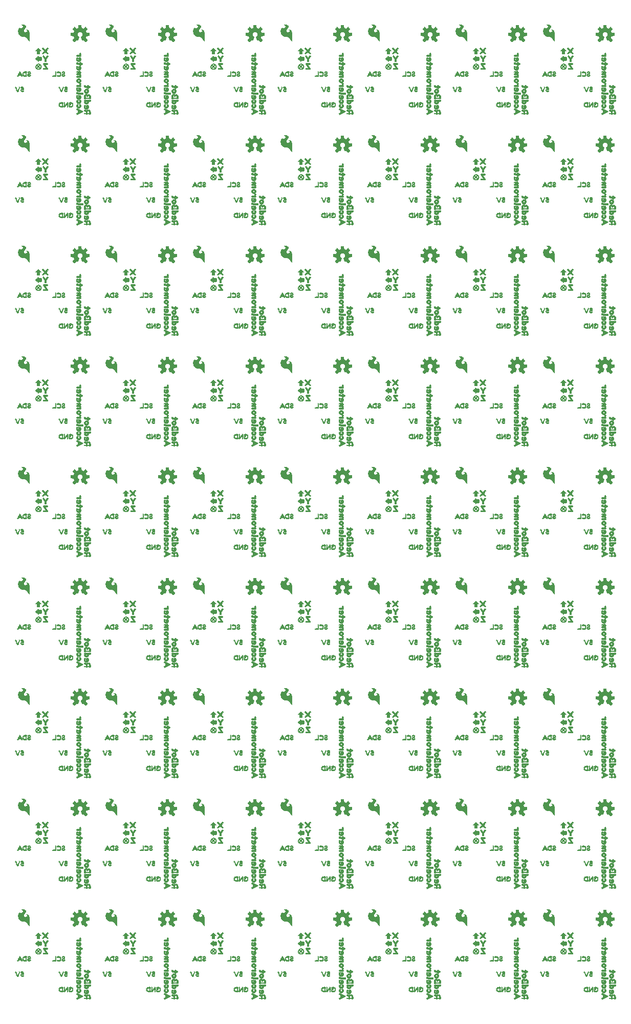
<source format=gbo>
G04 EAGLE Gerber RS-274X export*
G75*
%MOMM*%
%FSLAX34Y34*%
%LPD*%
%INSilkscreen Bottom*%
%IPPOS*%
%AMOC8*
5,1,8,0,0,1.08239X$1,22.5*%
G01*
%ADD10C,0.203200*%
%ADD11C,0.127000*%
%ADD12R,0.120000X0.040000*%
%ADD13R,0.200000X0.040000*%
%ADD14R,0.240000X0.040000*%
%ADD15R,0.280000X0.040000*%
%ADD16R,0.320000X0.040000*%
%ADD17R,0.360000X0.040000*%
%ADD18R,0.680000X0.040000*%
%ADD19R,0.600000X0.040000*%
%ADD20R,0.520000X0.040000*%
%ADD21R,0.440000X0.040000*%
%ADD22R,0.560000X0.040000*%
%ADD23R,0.640000X0.040000*%
%ADD24R,0.720000X0.040000*%
%ADD25R,0.160000X0.040000*%
%ADD26R,0.220000X0.030000*%
%ADD27R,0.040000X0.030000*%
%ADD28R,0.030000X0.030000*%
%ADD29R,0.250000X0.030000*%
%ADD30R,0.380000X0.030000*%
%ADD31R,0.160000X0.030000*%
%ADD32R,0.190000X0.030000*%
%ADD33R,0.450000X0.030000*%
%ADD34R,0.510000X0.030000*%
%ADD35R,0.540000X0.030000*%
%ADD36R,0.580000X0.040000*%
%ADD37R,0.250000X0.040000*%
%ADD38R,0.230000X0.040000*%
%ADD39R,0.610000X0.040000*%
%ADD40R,0.640000X0.030000*%
%ADD41R,0.290000X0.030000*%
%ADD42R,0.230000X0.030000*%
%ADD43R,0.670000X0.030000*%
%ADD44R,0.320000X0.030000*%
%ADD45R,0.130000X0.030000*%
%ADD46R,0.350000X0.030000*%
%ADD47R,0.040000X0.040000*%
%ADD48R,0.380000X0.040000*%
%ADD49R,0.220000X0.040000*%
%ADD50R,0.260000X0.030000*%
%ADD51R,0.410000X0.030000*%
%ADD52R,0.480000X0.030000*%
%ADD53R,0.200000X0.030000*%
%ADD54R,0.420000X0.030000*%
%ADD55R,0.420000X0.040000*%
%ADD56R,0.260000X0.040000*%
%ADD57R,0.390000X0.030000*%
%ADD58R,0.360000X0.030000*%
%ADD59R,0.700000X0.030000*%
%ADD60R,0.290000X0.040000*%
%ADD61R,0.580000X0.030000*%
%ADD62R,0.060000X0.030000*%
%ADD63R,0.480000X0.040000*%
%ADD64R,0.280000X0.030000*%
%ADD65R,0.550000X0.030000*%
%ADD66R,0.440000X0.030000*%
%ADD67R,0.410000X0.040000*%
%ADD68R,0.090000X0.030000*%
%ADD69R,0.120000X0.030000*%
%ADD70R,0.510000X0.040000*%
%ADD71R,0.610000X0.030000*%
%ADD72R,0.100000X0.030000*%
%ADD73R,0.190000X0.040000*%
%ADD74R,0.100000X0.040000*%
%ADD75R,0.700000X0.040000*%
%ADD76R,0.730000X0.030000*%
%ADD77R,0.770000X0.030000*%
%ADD78R,0.600000X0.030000*%
%ADD79R,0.800000X0.030000*%
%ADD80R,0.570000X0.030000*%
%ADD81R,0.540000X0.040000*%
%ADD82R,0.070000X0.030000*%
%ADD83R,0.570000X0.040000*%
%ADD84R,0.070000X0.040000*%
%ADD85R,0.130000X0.040000*%
%ADD86R,0.080000X0.040000*%
%ADD87R,0.760000X0.040000*%
%ADD88R,0.840000X0.040000*%
%ADD89R,0.880000X0.040000*%
%ADD90R,0.920000X0.040000*%
%ADD91R,0.960000X0.040000*%
%ADD92R,1.000000X0.040000*%
%ADD93R,1.040000X0.040000*%
%ADD94R,0.400000X0.040000*%
%ADD95R,0.800000X0.040000*%
%ADD96R,0.040000X0.200000*%
%ADD97R,0.040000X0.400000*%
%ADD98R,0.040000X0.240000*%
%ADD99R,0.040000X0.440000*%
%ADD100R,0.040000X0.600000*%
%ADD101R,0.040000X0.280000*%
%ADD102R,0.040000X0.640000*%
%ADD103R,0.040000X0.080000*%
%ADD104R,0.040000X0.680000*%
%ADD105R,0.040000X0.720000*%
%ADD106R,0.040000X0.760000*%
%ADD107R,0.040000X0.800000*%
%ADD108R,0.040000X0.320000*%
%ADD109R,0.040000X0.360000*%
%ADD110R,0.040000X0.560000*%
%ADD111R,0.040000X0.520000*%
%ADD112R,0.040000X0.480000*%
%ADD113R,0.040000X0.840000*%
%ADD114R,0.040000X0.120000*%
%ADD115R,0.040000X0.160000*%
%ADD116R,0.040000X1.080000*%
%ADD117R,0.040000X1.120000*%
%ADD118R,0.040000X0.920000*%
%ADD119R,0.040000X1.000000*%

G36*
X557960Y495446D02*
X557960Y495446D01*
X558068Y495456D01*
X558081Y495462D01*
X558095Y495464D01*
X558192Y495512D01*
X558291Y495557D01*
X558304Y495568D01*
X558313Y495572D01*
X558328Y495588D01*
X558405Y495650D01*
X560990Y498235D01*
X561053Y498324D01*
X561119Y498409D01*
X561124Y498422D01*
X561132Y498434D01*
X561163Y498537D01*
X561199Y498640D01*
X561199Y498654D01*
X561203Y498667D01*
X561199Y498775D01*
X561200Y498884D01*
X561195Y498897D01*
X561195Y498911D01*
X561157Y499013D01*
X561122Y499115D01*
X561113Y499130D01*
X561109Y499139D01*
X561095Y499156D01*
X561041Y499238D01*
X558277Y502628D01*
X558834Y503710D01*
X558840Y503730D01*
X558882Y503825D01*
X559253Y504984D01*
X563604Y505427D01*
X563708Y505455D01*
X563814Y505480D01*
X563826Y505487D01*
X563839Y505490D01*
X563929Y505551D01*
X564022Y505608D01*
X564030Y505619D01*
X564042Y505627D01*
X564108Y505713D01*
X564177Y505797D01*
X564181Y505810D01*
X564190Y505821D01*
X564224Y505924D01*
X564263Y506025D01*
X564264Y506043D01*
X564268Y506052D01*
X564268Y506074D01*
X564277Y506172D01*
X564277Y509828D01*
X564260Y509935D01*
X564246Y510043D01*
X564240Y510055D01*
X564238Y510069D01*
X564186Y510165D01*
X564139Y510262D01*
X564129Y510272D01*
X564123Y510284D01*
X564043Y510358D01*
X563967Y510435D01*
X563955Y510441D01*
X563945Y510451D01*
X563846Y510496D01*
X563749Y510544D01*
X563731Y510548D01*
X563722Y510552D01*
X563701Y510554D01*
X563604Y510573D01*
X559253Y511016D01*
X558882Y512175D01*
X558873Y512192D01*
X558871Y512200D01*
X558867Y512207D01*
X558834Y512290D01*
X558277Y513372D01*
X561041Y516762D01*
X561095Y516856D01*
X561152Y516948D01*
X561155Y516961D01*
X561162Y516973D01*
X561183Y517080D01*
X561208Y517185D01*
X561206Y517199D01*
X561209Y517213D01*
X561194Y517320D01*
X561184Y517428D01*
X561178Y517441D01*
X561176Y517455D01*
X561128Y517552D01*
X561083Y517651D01*
X561072Y517664D01*
X561068Y517673D01*
X561052Y517688D01*
X560990Y517765D01*
X558405Y520350D01*
X558316Y520413D01*
X558231Y520479D01*
X558218Y520484D01*
X558206Y520492D01*
X558103Y520523D01*
X558000Y520559D01*
X557986Y520559D01*
X557973Y520563D01*
X557865Y520559D01*
X557756Y520560D01*
X557743Y520555D01*
X557729Y520555D01*
X557627Y520517D01*
X557525Y520482D01*
X557510Y520473D01*
X557501Y520469D01*
X557484Y520455D01*
X557402Y520401D01*
X554012Y517637D01*
X552930Y518194D01*
X552910Y518200D01*
X552815Y518242D01*
X551656Y518613D01*
X551213Y522964D01*
X551185Y523068D01*
X551160Y523174D01*
X551153Y523186D01*
X551150Y523199D01*
X551089Y523289D01*
X551032Y523382D01*
X551021Y523390D01*
X551013Y523402D01*
X550927Y523468D01*
X550843Y523537D01*
X550830Y523541D01*
X550819Y523550D01*
X550716Y523584D01*
X550615Y523623D01*
X550597Y523624D01*
X550588Y523628D01*
X550566Y523628D01*
X550468Y523637D01*
X546812Y523637D01*
X546705Y523620D01*
X546597Y523606D01*
X546585Y523600D01*
X546571Y523598D01*
X546475Y523546D01*
X546378Y523499D01*
X546368Y523489D01*
X546356Y523483D01*
X546282Y523403D01*
X546205Y523327D01*
X546199Y523315D01*
X546189Y523305D01*
X546144Y523206D01*
X546096Y523109D01*
X546092Y523091D01*
X546088Y523082D01*
X546086Y523061D01*
X546067Y522964D01*
X545624Y518613D01*
X544465Y518242D01*
X544447Y518232D01*
X544350Y518194D01*
X543268Y517637D01*
X539878Y520401D01*
X539784Y520455D01*
X539692Y520512D01*
X539679Y520515D01*
X539667Y520522D01*
X539560Y520543D01*
X539455Y520568D01*
X539441Y520566D01*
X539427Y520569D01*
X539320Y520554D01*
X539212Y520544D01*
X539199Y520538D01*
X539186Y520536D01*
X539088Y520488D01*
X538989Y520443D01*
X538976Y520432D01*
X538967Y520428D01*
X538952Y520412D01*
X538875Y520350D01*
X536290Y517765D01*
X536227Y517676D01*
X536161Y517591D01*
X536156Y517578D01*
X536148Y517566D01*
X536117Y517463D01*
X536081Y517360D01*
X536081Y517346D01*
X536077Y517333D01*
X536081Y517225D01*
X536080Y517116D01*
X536085Y517103D01*
X536085Y517089D01*
X536123Y516987D01*
X536158Y516885D01*
X536167Y516870D01*
X536171Y516861D01*
X536185Y516844D01*
X536239Y516762D01*
X539003Y513372D01*
X538446Y512290D01*
X538440Y512270D01*
X538398Y512175D01*
X538027Y511016D01*
X533676Y510573D01*
X533572Y510545D01*
X533466Y510520D01*
X533454Y510513D01*
X533441Y510510D01*
X533351Y510449D01*
X533258Y510392D01*
X533250Y510381D01*
X533238Y510373D01*
X533172Y510287D01*
X533104Y510203D01*
X533099Y510190D01*
X533090Y510179D01*
X533056Y510076D01*
X533017Y509975D01*
X533016Y509957D01*
X533012Y509948D01*
X533013Y509926D01*
X533003Y509828D01*
X533003Y506172D01*
X533020Y506065D01*
X533034Y505957D01*
X533040Y505945D01*
X533042Y505931D01*
X533094Y505835D01*
X533141Y505738D01*
X533151Y505728D01*
X533157Y505716D01*
X533237Y505642D01*
X533313Y505565D01*
X533325Y505559D01*
X533336Y505549D01*
X533434Y505504D01*
X533531Y505456D01*
X533549Y505452D01*
X533558Y505448D01*
X533579Y505446D01*
X533676Y505427D01*
X538027Y504984D01*
X538398Y503825D01*
X538408Y503807D01*
X538446Y503710D01*
X539003Y502628D01*
X536239Y499238D01*
X536185Y499144D01*
X536128Y499052D01*
X536125Y499039D01*
X536118Y499027D01*
X536097Y498920D01*
X536072Y498815D01*
X536074Y498801D01*
X536071Y498787D01*
X536086Y498680D01*
X536096Y498572D01*
X536102Y498559D01*
X536104Y498546D01*
X536152Y498448D01*
X536197Y498349D01*
X536208Y498336D01*
X536212Y498327D01*
X536228Y498312D01*
X536290Y498235D01*
X538875Y495650D01*
X538964Y495587D01*
X539049Y495521D01*
X539062Y495516D01*
X539074Y495508D01*
X539177Y495477D01*
X539280Y495441D01*
X539294Y495441D01*
X539307Y495437D01*
X539415Y495441D01*
X539524Y495440D01*
X539537Y495445D01*
X539551Y495445D01*
X539653Y495483D01*
X539755Y495518D01*
X539770Y495527D01*
X539779Y495531D01*
X539796Y495545D01*
X539878Y495599D01*
X543268Y498363D01*
X544350Y497806D01*
X544403Y497789D01*
X544452Y497763D01*
X544518Y497752D01*
X544582Y497731D01*
X544638Y497732D01*
X544692Y497723D01*
X544759Y497734D01*
X544826Y497735D01*
X544878Y497753D01*
X544933Y497762D01*
X544993Y497794D01*
X545056Y497817D01*
X545099Y497851D01*
X545149Y497877D01*
X545195Y497926D01*
X545247Y497968D01*
X545278Y498015D01*
X545316Y498055D01*
X545372Y498160D01*
X545380Y498173D01*
X545381Y498178D01*
X545385Y498185D01*
X547538Y503382D01*
X547558Y503465D01*
X547563Y503478D01*
X547565Y503494D01*
X547590Y503579D01*
X547589Y503600D01*
X547594Y503620D01*
X547586Y503702D01*
X547588Y503721D01*
X547583Y503741D01*
X547579Y503822D01*
X547572Y503842D01*
X547570Y503863D01*
X547539Y503932D01*
X547532Y503959D01*
X547517Y503983D01*
X547491Y504050D01*
X547478Y504066D01*
X547469Y504085D01*
X547424Y504134D01*
X547404Y504166D01*
X547373Y504191D01*
X547335Y504237D01*
X547312Y504253D01*
X547302Y504263D01*
X547281Y504275D01*
X547216Y504320D01*
X547215Y504321D01*
X547214Y504322D01*
X546315Y504828D01*
X545628Y505472D01*
X545113Y506260D01*
X544801Y507148D01*
X544709Y508085D01*
X544842Y509017D01*
X545193Y509891D01*
X545742Y510656D01*
X546456Y511269D01*
X547296Y511694D01*
X548213Y511908D01*
X549154Y511898D01*
X550066Y511664D01*
X550896Y511221D01*
X551597Y510592D01*
X552129Y509815D01*
X552460Y508934D01*
X552573Y507999D01*
X552465Y507082D01*
X552145Y506214D01*
X551631Y505445D01*
X550952Y504818D01*
X550068Y504323D01*
X550026Y504290D01*
X549984Y504267D01*
X549953Y504234D01*
X549905Y504199D01*
X549893Y504183D01*
X549877Y504170D01*
X549842Y504115D01*
X549817Y504089D01*
X549803Y504058D01*
X549762Y504001D01*
X549756Y503982D01*
X549746Y503965D01*
X549727Y503890D01*
X549717Y503867D01*
X549714Y503843D01*
X549691Y503768D01*
X549692Y503748D01*
X549687Y503728D01*
X549694Y503643D01*
X549693Y503624D01*
X549696Y503607D01*
X549699Y503524D01*
X549707Y503499D01*
X549708Y503485D01*
X549718Y503463D01*
X549742Y503382D01*
X550051Y502637D01*
X550982Y500389D01*
X551292Y499640D01*
X551895Y498185D01*
X551924Y498138D01*
X551945Y498086D01*
X551988Y498035D01*
X552024Y497978D01*
X552067Y497943D01*
X552103Y497900D01*
X552160Y497866D01*
X552212Y497823D01*
X552264Y497804D01*
X552312Y497775D01*
X552378Y497761D01*
X552441Y497737D01*
X552496Y497735D01*
X552550Y497724D01*
X552617Y497731D01*
X552684Y497729D01*
X552738Y497745D01*
X552793Y497752D01*
X552904Y497796D01*
X552918Y497800D01*
X552922Y497803D01*
X552930Y497806D01*
X554012Y498363D01*
X557402Y495599D01*
X557496Y495545D01*
X557588Y495488D01*
X557601Y495485D01*
X557613Y495478D01*
X557720Y495457D01*
X557825Y495432D01*
X557839Y495434D01*
X557853Y495431D01*
X557960Y495446D01*
G37*
G36*
X413180Y495446D02*
X413180Y495446D01*
X413288Y495456D01*
X413301Y495462D01*
X413315Y495464D01*
X413412Y495512D01*
X413511Y495557D01*
X413524Y495568D01*
X413533Y495572D01*
X413548Y495588D01*
X413625Y495650D01*
X416210Y498235D01*
X416273Y498324D01*
X416339Y498409D01*
X416344Y498422D01*
X416352Y498434D01*
X416383Y498537D01*
X416419Y498640D01*
X416419Y498654D01*
X416423Y498667D01*
X416419Y498775D01*
X416420Y498884D01*
X416415Y498897D01*
X416415Y498911D01*
X416377Y499013D01*
X416342Y499115D01*
X416333Y499130D01*
X416329Y499139D01*
X416315Y499156D01*
X416261Y499238D01*
X413497Y502628D01*
X414054Y503710D01*
X414060Y503730D01*
X414102Y503825D01*
X414473Y504984D01*
X418824Y505427D01*
X418928Y505455D01*
X419034Y505480D01*
X419046Y505487D01*
X419059Y505490D01*
X419149Y505551D01*
X419242Y505608D01*
X419250Y505619D01*
X419262Y505627D01*
X419328Y505713D01*
X419397Y505797D01*
X419401Y505810D01*
X419410Y505821D01*
X419444Y505924D01*
X419483Y506025D01*
X419484Y506043D01*
X419488Y506052D01*
X419488Y506074D01*
X419497Y506172D01*
X419497Y509828D01*
X419480Y509935D01*
X419466Y510043D01*
X419460Y510055D01*
X419458Y510069D01*
X419406Y510165D01*
X419359Y510262D01*
X419349Y510272D01*
X419343Y510284D01*
X419263Y510358D01*
X419187Y510435D01*
X419175Y510441D01*
X419165Y510451D01*
X419066Y510496D01*
X418969Y510544D01*
X418951Y510548D01*
X418942Y510552D01*
X418921Y510554D01*
X418824Y510573D01*
X414473Y511016D01*
X414102Y512175D01*
X414093Y512192D01*
X414091Y512200D01*
X414087Y512207D01*
X414054Y512290D01*
X413497Y513372D01*
X416261Y516762D01*
X416315Y516856D01*
X416372Y516948D01*
X416375Y516961D01*
X416382Y516973D01*
X416403Y517080D01*
X416428Y517185D01*
X416426Y517199D01*
X416429Y517213D01*
X416414Y517320D01*
X416404Y517428D01*
X416398Y517441D01*
X416396Y517455D01*
X416348Y517552D01*
X416303Y517651D01*
X416292Y517664D01*
X416288Y517673D01*
X416272Y517688D01*
X416210Y517765D01*
X413625Y520350D01*
X413536Y520413D01*
X413451Y520479D01*
X413438Y520484D01*
X413426Y520492D01*
X413323Y520523D01*
X413220Y520559D01*
X413206Y520559D01*
X413193Y520563D01*
X413085Y520559D01*
X412976Y520560D01*
X412963Y520555D01*
X412949Y520555D01*
X412847Y520517D01*
X412745Y520482D01*
X412730Y520473D01*
X412721Y520469D01*
X412704Y520455D01*
X412622Y520401D01*
X409232Y517637D01*
X408150Y518194D01*
X408130Y518200D01*
X408035Y518242D01*
X406876Y518613D01*
X406433Y522964D01*
X406405Y523068D01*
X406380Y523174D01*
X406373Y523186D01*
X406370Y523199D01*
X406309Y523289D01*
X406252Y523382D01*
X406241Y523390D01*
X406233Y523402D01*
X406147Y523468D01*
X406063Y523537D01*
X406050Y523541D01*
X406039Y523550D01*
X405936Y523584D01*
X405835Y523623D01*
X405817Y523624D01*
X405808Y523628D01*
X405786Y523628D01*
X405688Y523637D01*
X402032Y523637D01*
X401925Y523620D01*
X401817Y523606D01*
X401805Y523600D01*
X401791Y523598D01*
X401695Y523546D01*
X401598Y523499D01*
X401588Y523489D01*
X401576Y523483D01*
X401502Y523403D01*
X401425Y523327D01*
X401419Y523315D01*
X401409Y523305D01*
X401364Y523206D01*
X401316Y523109D01*
X401312Y523091D01*
X401308Y523082D01*
X401306Y523061D01*
X401287Y522964D01*
X400844Y518613D01*
X399685Y518242D01*
X399667Y518232D01*
X399570Y518194D01*
X398488Y517637D01*
X395098Y520401D01*
X395004Y520455D01*
X394912Y520512D01*
X394899Y520515D01*
X394887Y520522D01*
X394780Y520543D01*
X394675Y520568D01*
X394661Y520566D01*
X394647Y520569D01*
X394540Y520554D01*
X394432Y520544D01*
X394419Y520538D01*
X394406Y520536D01*
X394308Y520488D01*
X394209Y520443D01*
X394196Y520432D01*
X394187Y520428D01*
X394172Y520412D01*
X394095Y520350D01*
X391510Y517765D01*
X391447Y517676D01*
X391381Y517591D01*
X391376Y517578D01*
X391368Y517566D01*
X391337Y517463D01*
X391301Y517360D01*
X391301Y517346D01*
X391297Y517333D01*
X391301Y517225D01*
X391300Y517116D01*
X391305Y517103D01*
X391305Y517089D01*
X391343Y516987D01*
X391378Y516885D01*
X391387Y516870D01*
X391391Y516861D01*
X391405Y516844D01*
X391459Y516762D01*
X394223Y513372D01*
X393666Y512290D01*
X393660Y512270D01*
X393618Y512175D01*
X393247Y511016D01*
X388896Y510573D01*
X388792Y510545D01*
X388686Y510520D01*
X388674Y510513D01*
X388661Y510510D01*
X388571Y510449D01*
X388478Y510392D01*
X388470Y510381D01*
X388458Y510373D01*
X388392Y510287D01*
X388324Y510203D01*
X388319Y510190D01*
X388310Y510179D01*
X388276Y510076D01*
X388237Y509975D01*
X388236Y509957D01*
X388232Y509948D01*
X388233Y509926D01*
X388223Y509828D01*
X388223Y506172D01*
X388240Y506065D01*
X388254Y505957D01*
X388260Y505945D01*
X388262Y505931D01*
X388314Y505835D01*
X388361Y505738D01*
X388371Y505728D01*
X388377Y505716D01*
X388457Y505642D01*
X388533Y505565D01*
X388545Y505559D01*
X388556Y505549D01*
X388654Y505504D01*
X388751Y505456D01*
X388769Y505452D01*
X388778Y505448D01*
X388799Y505446D01*
X388896Y505427D01*
X393247Y504984D01*
X393618Y503825D01*
X393628Y503807D01*
X393666Y503710D01*
X394223Y502628D01*
X391459Y499238D01*
X391405Y499144D01*
X391348Y499052D01*
X391345Y499039D01*
X391338Y499027D01*
X391317Y498920D01*
X391292Y498815D01*
X391294Y498801D01*
X391291Y498787D01*
X391306Y498680D01*
X391316Y498572D01*
X391322Y498559D01*
X391324Y498546D01*
X391372Y498448D01*
X391417Y498349D01*
X391428Y498336D01*
X391432Y498327D01*
X391448Y498312D01*
X391510Y498235D01*
X394095Y495650D01*
X394184Y495587D01*
X394269Y495521D01*
X394282Y495516D01*
X394294Y495508D01*
X394397Y495477D01*
X394500Y495441D01*
X394514Y495441D01*
X394527Y495437D01*
X394635Y495441D01*
X394744Y495440D01*
X394757Y495445D01*
X394771Y495445D01*
X394873Y495483D01*
X394975Y495518D01*
X394990Y495527D01*
X394999Y495531D01*
X395016Y495545D01*
X395098Y495599D01*
X398488Y498363D01*
X399570Y497806D01*
X399623Y497789D01*
X399672Y497763D01*
X399738Y497752D01*
X399802Y497731D01*
X399858Y497732D01*
X399912Y497723D01*
X399979Y497734D01*
X400046Y497735D01*
X400098Y497753D01*
X400153Y497762D01*
X400213Y497794D01*
X400276Y497817D01*
X400319Y497851D01*
X400369Y497877D01*
X400415Y497926D01*
X400467Y497968D01*
X400498Y498015D01*
X400536Y498055D01*
X400592Y498160D01*
X400600Y498173D01*
X400601Y498178D01*
X400605Y498185D01*
X402758Y503382D01*
X402778Y503465D01*
X402783Y503478D01*
X402785Y503494D01*
X402810Y503579D01*
X402809Y503600D01*
X402814Y503620D01*
X402806Y503702D01*
X402808Y503721D01*
X402803Y503741D01*
X402799Y503822D01*
X402792Y503842D01*
X402790Y503863D01*
X402759Y503932D01*
X402752Y503959D01*
X402737Y503983D01*
X402711Y504050D01*
X402698Y504066D01*
X402689Y504085D01*
X402644Y504134D01*
X402624Y504166D01*
X402593Y504191D01*
X402555Y504237D01*
X402532Y504253D01*
X402522Y504263D01*
X402501Y504275D01*
X402436Y504320D01*
X402435Y504321D01*
X402434Y504322D01*
X401535Y504828D01*
X400848Y505472D01*
X400333Y506260D01*
X400021Y507148D01*
X399929Y508085D01*
X400062Y509017D01*
X400413Y509891D01*
X400962Y510656D01*
X401676Y511269D01*
X402516Y511694D01*
X403433Y511908D01*
X404374Y511898D01*
X405286Y511664D01*
X406116Y511221D01*
X406817Y510592D01*
X407349Y509815D01*
X407680Y508934D01*
X407793Y507999D01*
X407685Y507082D01*
X407365Y506214D01*
X406851Y505445D01*
X406172Y504818D01*
X405288Y504323D01*
X405246Y504290D01*
X405204Y504267D01*
X405173Y504234D01*
X405125Y504199D01*
X405113Y504183D01*
X405097Y504170D01*
X405062Y504115D01*
X405037Y504089D01*
X405023Y504058D01*
X404982Y504001D01*
X404976Y503982D01*
X404966Y503965D01*
X404947Y503890D01*
X404937Y503867D01*
X404934Y503843D01*
X404911Y503768D01*
X404912Y503748D01*
X404907Y503728D01*
X404914Y503643D01*
X404913Y503624D01*
X404916Y503607D01*
X404919Y503524D01*
X404927Y503499D01*
X404928Y503485D01*
X404938Y503463D01*
X404962Y503382D01*
X405271Y502637D01*
X406202Y500389D01*
X406512Y499640D01*
X407115Y498185D01*
X407144Y498138D01*
X407165Y498086D01*
X407208Y498035D01*
X407244Y497978D01*
X407287Y497943D01*
X407323Y497900D01*
X407380Y497866D01*
X407432Y497823D01*
X407484Y497804D01*
X407532Y497775D01*
X407598Y497761D01*
X407661Y497737D01*
X407716Y497735D01*
X407770Y497724D01*
X407837Y497731D01*
X407904Y497729D01*
X407958Y497745D01*
X408013Y497752D01*
X408124Y497796D01*
X408138Y497800D01*
X408142Y497803D01*
X408150Y497806D01*
X409232Y498363D01*
X412622Y495599D01*
X412716Y495545D01*
X412808Y495488D01*
X412821Y495485D01*
X412833Y495478D01*
X412940Y495457D01*
X413045Y495432D01*
X413059Y495434D01*
X413073Y495431D01*
X413180Y495446D01*
G37*
G36*
X847520Y495446D02*
X847520Y495446D01*
X847628Y495456D01*
X847641Y495462D01*
X847655Y495464D01*
X847752Y495512D01*
X847851Y495557D01*
X847864Y495568D01*
X847873Y495572D01*
X847888Y495588D01*
X847965Y495650D01*
X850550Y498235D01*
X850613Y498324D01*
X850679Y498409D01*
X850684Y498422D01*
X850692Y498434D01*
X850723Y498537D01*
X850759Y498640D01*
X850759Y498654D01*
X850763Y498667D01*
X850759Y498775D01*
X850760Y498884D01*
X850755Y498897D01*
X850755Y498911D01*
X850717Y499013D01*
X850682Y499115D01*
X850673Y499130D01*
X850669Y499139D01*
X850655Y499156D01*
X850601Y499238D01*
X847837Y502628D01*
X848394Y503710D01*
X848400Y503730D01*
X848442Y503825D01*
X848813Y504984D01*
X853164Y505427D01*
X853268Y505455D01*
X853374Y505480D01*
X853386Y505487D01*
X853399Y505490D01*
X853489Y505551D01*
X853582Y505608D01*
X853590Y505619D01*
X853602Y505627D01*
X853668Y505713D01*
X853737Y505797D01*
X853741Y505810D01*
X853750Y505821D01*
X853784Y505924D01*
X853823Y506025D01*
X853824Y506043D01*
X853828Y506052D01*
X853828Y506074D01*
X853837Y506172D01*
X853837Y509828D01*
X853820Y509935D01*
X853806Y510043D01*
X853800Y510055D01*
X853798Y510069D01*
X853746Y510165D01*
X853699Y510262D01*
X853689Y510272D01*
X853683Y510284D01*
X853603Y510358D01*
X853527Y510435D01*
X853515Y510441D01*
X853505Y510451D01*
X853406Y510496D01*
X853309Y510544D01*
X853291Y510548D01*
X853282Y510552D01*
X853261Y510554D01*
X853164Y510573D01*
X848813Y511016D01*
X848442Y512175D01*
X848433Y512192D01*
X848431Y512200D01*
X848427Y512207D01*
X848394Y512290D01*
X847837Y513372D01*
X850601Y516762D01*
X850655Y516856D01*
X850712Y516948D01*
X850715Y516961D01*
X850722Y516973D01*
X850743Y517080D01*
X850768Y517185D01*
X850766Y517199D01*
X850769Y517213D01*
X850754Y517320D01*
X850744Y517428D01*
X850738Y517441D01*
X850736Y517455D01*
X850688Y517552D01*
X850643Y517651D01*
X850632Y517664D01*
X850628Y517673D01*
X850612Y517688D01*
X850550Y517765D01*
X847965Y520350D01*
X847876Y520413D01*
X847791Y520479D01*
X847778Y520484D01*
X847766Y520492D01*
X847663Y520523D01*
X847560Y520559D01*
X847546Y520559D01*
X847533Y520563D01*
X847425Y520559D01*
X847316Y520560D01*
X847303Y520555D01*
X847289Y520555D01*
X847187Y520517D01*
X847085Y520482D01*
X847070Y520473D01*
X847061Y520469D01*
X847044Y520455D01*
X846962Y520401D01*
X843572Y517637D01*
X842490Y518194D01*
X842470Y518200D01*
X842375Y518242D01*
X841216Y518613D01*
X840773Y522964D01*
X840745Y523068D01*
X840720Y523174D01*
X840713Y523186D01*
X840710Y523199D01*
X840649Y523289D01*
X840592Y523382D01*
X840581Y523390D01*
X840573Y523402D01*
X840487Y523468D01*
X840403Y523537D01*
X840390Y523541D01*
X840379Y523550D01*
X840276Y523584D01*
X840175Y523623D01*
X840157Y523624D01*
X840148Y523628D01*
X840126Y523628D01*
X840028Y523637D01*
X836372Y523637D01*
X836265Y523620D01*
X836157Y523606D01*
X836145Y523600D01*
X836131Y523598D01*
X836035Y523546D01*
X835938Y523499D01*
X835928Y523489D01*
X835916Y523483D01*
X835842Y523403D01*
X835765Y523327D01*
X835759Y523315D01*
X835749Y523305D01*
X835704Y523206D01*
X835656Y523109D01*
X835652Y523091D01*
X835648Y523082D01*
X835646Y523061D01*
X835627Y522964D01*
X835184Y518613D01*
X834025Y518242D01*
X834007Y518232D01*
X833910Y518194D01*
X832828Y517637D01*
X829438Y520401D01*
X829344Y520455D01*
X829252Y520512D01*
X829239Y520515D01*
X829227Y520522D01*
X829120Y520543D01*
X829015Y520568D01*
X829001Y520566D01*
X828987Y520569D01*
X828880Y520554D01*
X828772Y520544D01*
X828759Y520538D01*
X828746Y520536D01*
X828648Y520488D01*
X828549Y520443D01*
X828536Y520432D01*
X828527Y520428D01*
X828512Y520412D01*
X828435Y520350D01*
X825850Y517765D01*
X825787Y517676D01*
X825721Y517591D01*
X825716Y517578D01*
X825708Y517566D01*
X825677Y517463D01*
X825641Y517360D01*
X825641Y517346D01*
X825637Y517333D01*
X825641Y517225D01*
X825640Y517116D01*
X825645Y517103D01*
X825645Y517089D01*
X825683Y516987D01*
X825718Y516885D01*
X825727Y516870D01*
X825731Y516861D01*
X825745Y516844D01*
X825799Y516762D01*
X828563Y513372D01*
X828006Y512290D01*
X828000Y512270D01*
X827958Y512175D01*
X827587Y511016D01*
X823236Y510573D01*
X823132Y510545D01*
X823026Y510520D01*
X823014Y510513D01*
X823001Y510510D01*
X822911Y510449D01*
X822818Y510392D01*
X822810Y510381D01*
X822798Y510373D01*
X822732Y510287D01*
X822664Y510203D01*
X822659Y510190D01*
X822650Y510179D01*
X822616Y510076D01*
X822577Y509975D01*
X822576Y509957D01*
X822572Y509948D01*
X822573Y509926D01*
X822563Y509828D01*
X822563Y506172D01*
X822580Y506065D01*
X822594Y505957D01*
X822600Y505945D01*
X822602Y505931D01*
X822654Y505835D01*
X822701Y505738D01*
X822711Y505728D01*
X822717Y505716D01*
X822797Y505642D01*
X822873Y505565D01*
X822885Y505559D01*
X822896Y505549D01*
X822994Y505504D01*
X823091Y505456D01*
X823109Y505452D01*
X823118Y505448D01*
X823139Y505446D01*
X823236Y505427D01*
X827587Y504984D01*
X827958Y503825D01*
X827968Y503807D01*
X828006Y503710D01*
X828563Y502628D01*
X825799Y499238D01*
X825745Y499144D01*
X825688Y499052D01*
X825685Y499039D01*
X825678Y499027D01*
X825657Y498920D01*
X825632Y498815D01*
X825634Y498801D01*
X825631Y498787D01*
X825646Y498680D01*
X825656Y498572D01*
X825662Y498559D01*
X825664Y498546D01*
X825712Y498448D01*
X825757Y498349D01*
X825768Y498336D01*
X825772Y498327D01*
X825788Y498312D01*
X825850Y498235D01*
X828435Y495650D01*
X828524Y495587D01*
X828609Y495521D01*
X828622Y495516D01*
X828634Y495508D01*
X828737Y495477D01*
X828840Y495441D01*
X828854Y495441D01*
X828867Y495437D01*
X828975Y495441D01*
X829084Y495440D01*
X829097Y495445D01*
X829111Y495445D01*
X829213Y495483D01*
X829315Y495518D01*
X829330Y495527D01*
X829339Y495531D01*
X829356Y495545D01*
X829438Y495599D01*
X832828Y498363D01*
X833910Y497806D01*
X833963Y497789D01*
X834012Y497763D01*
X834078Y497752D01*
X834142Y497731D01*
X834198Y497732D01*
X834252Y497723D01*
X834319Y497734D01*
X834386Y497735D01*
X834438Y497753D01*
X834493Y497762D01*
X834553Y497794D01*
X834616Y497817D01*
X834659Y497851D01*
X834709Y497877D01*
X834755Y497926D01*
X834807Y497968D01*
X834838Y498015D01*
X834876Y498055D01*
X834932Y498160D01*
X834940Y498173D01*
X834941Y498178D01*
X834945Y498185D01*
X837098Y503382D01*
X837118Y503465D01*
X837123Y503478D01*
X837125Y503494D01*
X837150Y503579D01*
X837149Y503600D01*
X837154Y503620D01*
X837146Y503702D01*
X837148Y503721D01*
X837143Y503741D01*
X837139Y503822D01*
X837132Y503842D01*
X837130Y503863D01*
X837099Y503932D01*
X837092Y503959D01*
X837077Y503983D01*
X837051Y504050D01*
X837038Y504066D01*
X837029Y504085D01*
X836984Y504134D01*
X836964Y504166D01*
X836933Y504191D01*
X836895Y504237D01*
X836872Y504253D01*
X836862Y504263D01*
X836841Y504275D01*
X836776Y504320D01*
X836775Y504321D01*
X836774Y504322D01*
X835875Y504828D01*
X835188Y505472D01*
X834673Y506260D01*
X834361Y507148D01*
X834269Y508085D01*
X834402Y509017D01*
X834753Y509891D01*
X835302Y510656D01*
X836016Y511269D01*
X836856Y511694D01*
X837773Y511908D01*
X838714Y511898D01*
X839626Y511664D01*
X840456Y511221D01*
X841157Y510592D01*
X841689Y509815D01*
X842020Y508934D01*
X842133Y507999D01*
X842025Y507082D01*
X841705Y506214D01*
X841191Y505445D01*
X840512Y504818D01*
X839628Y504323D01*
X839586Y504290D01*
X839544Y504267D01*
X839513Y504234D01*
X839465Y504199D01*
X839453Y504183D01*
X839437Y504170D01*
X839402Y504115D01*
X839377Y504089D01*
X839363Y504058D01*
X839322Y504001D01*
X839316Y503982D01*
X839306Y503965D01*
X839287Y503890D01*
X839277Y503867D01*
X839274Y503843D01*
X839251Y503768D01*
X839252Y503748D01*
X839247Y503728D01*
X839254Y503643D01*
X839253Y503624D01*
X839256Y503607D01*
X839259Y503524D01*
X839267Y503499D01*
X839268Y503485D01*
X839278Y503463D01*
X839302Y503382D01*
X839611Y502637D01*
X840542Y500389D01*
X840852Y499640D01*
X841455Y498185D01*
X841484Y498138D01*
X841505Y498086D01*
X841548Y498035D01*
X841584Y497978D01*
X841627Y497943D01*
X841663Y497900D01*
X841720Y497866D01*
X841772Y497823D01*
X841824Y497804D01*
X841872Y497775D01*
X841938Y497761D01*
X842001Y497737D01*
X842056Y497735D01*
X842110Y497724D01*
X842177Y497731D01*
X842244Y497729D01*
X842298Y497745D01*
X842353Y497752D01*
X842464Y497796D01*
X842478Y497800D01*
X842482Y497803D01*
X842490Y497806D01*
X843572Y498363D01*
X846962Y495599D01*
X847056Y495545D01*
X847148Y495488D01*
X847161Y495485D01*
X847173Y495478D01*
X847280Y495457D01*
X847385Y495432D01*
X847399Y495434D01*
X847413Y495431D01*
X847520Y495446D01*
G37*
G36*
X123620Y495446D02*
X123620Y495446D01*
X123728Y495456D01*
X123741Y495462D01*
X123755Y495464D01*
X123852Y495512D01*
X123951Y495557D01*
X123964Y495568D01*
X123973Y495572D01*
X123988Y495588D01*
X124065Y495650D01*
X126650Y498235D01*
X126713Y498324D01*
X126779Y498409D01*
X126784Y498422D01*
X126792Y498434D01*
X126823Y498537D01*
X126859Y498640D01*
X126859Y498654D01*
X126863Y498667D01*
X126859Y498775D01*
X126860Y498884D01*
X126855Y498897D01*
X126855Y498911D01*
X126817Y499013D01*
X126782Y499115D01*
X126773Y499130D01*
X126769Y499139D01*
X126755Y499156D01*
X126701Y499238D01*
X123937Y502628D01*
X124494Y503710D01*
X124500Y503730D01*
X124542Y503825D01*
X124913Y504984D01*
X129264Y505427D01*
X129368Y505455D01*
X129474Y505480D01*
X129486Y505487D01*
X129499Y505490D01*
X129589Y505551D01*
X129682Y505608D01*
X129690Y505619D01*
X129702Y505627D01*
X129768Y505713D01*
X129837Y505797D01*
X129841Y505810D01*
X129850Y505821D01*
X129884Y505924D01*
X129923Y506025D01*
X129924Y506043D01*
X129928Y506052D01*
X129928Y506074D01*
X129937Y506172D01*
X129937Y509828D01*
X129920Y509935D01*
X129906Y510043D01*
X129900Y510055D01*
X129898Y510069D01*
X129846Y510165D01*
X129799Y510262D01*
X129789Y510272D01*
X129783Y510284D01*
X129703Y510358D01*
X129627Y510435D01*
X129615Y510441D01*
X129605Y510451D01*
X129506Y510496D01*
X129409Y510544D01*
X129391Y510548D01*
X129382Y510552D01*
X129361Y510554D01*
X129264Y510573D01*
X124913Y511016D01*
X124542Y512175D01*
X124533Y512192D01*
X124531Y512200D01*
X124527Y512207D01*
X124494Y512290D01*
X123937Y513372D01*
X126701Y516762D01*
X126755Y516856D01*
X126812Y516948D01*
X126815Y516961D01*
X126822Y516973D01*
X126843Y517080D01*
X126868Y517185D01*
X126866Y517199D01*
X126869Y517213D01*
X126854Y517320D01*
X126844Y517428D01*
X126838Y517441D01*
X126836Y517455D01*
X126788Y517552D01*
X126743Y517651D01*
X126732Y517664D01*
X126728Y517673D01*
X126712Y517688D01*
X126650Y517765D01*
X124065Y520350D01*
X123976Y520413D01*
X123891Y520479D01*
X123878Y520484D01*
X123866Y520492D01*
X123763Y520523D01*
X123660Y520559D01*
X123646Y520559D01*
X123633Y520563D01*
X123525Y520559D01*
X123416Y520560D01*
X123403Y520555D01*
X123389Y520555D01*
X123287Y520517D01*
X123185Y520482D01*
X123170Y520473D01*
X123161Y520469D01*
X123144Y520455D01*
X123062Y520401D01*
X119672Y517637D01*
X118590Y518194D01*
X118570Y518200D01*
X118475Y518242D01*
X117316Y518613D01*
X116873Y522964D01*
X116845Y523068D01*
X116820Y523174D01*
X116813Y523186D01*
X116810Y523199D01*
X116749Y523289D01*
X116692Y523382D01*
X116681Y523390D01*
X116673Y523402D01*
X116587Y523468D01*
X116503Y523537D01*
X116490Y523541D01*
X116479Y523550D01*
X116376Y523584D01*
X116275Y523623D01*
X116257Y523624D01*
X116248Y523628D01*
X116226Y523628D01*
X116128Y523637D01*
X112472Y523637D01*
X112365Y523620D01*
X112257Y523606D01*
X112245Y523600D01*
X112231Y523598D01*
X112135Y523546D01*
X112038Y523499D01*
X112028Y523489D01*
X112016Y523483D01*
X111942Y523403D01*
X111865Y523327D01*
X111859Y523315D01*
X111849Y523305D01*
X111804Y523206D01*
X111756Y523109D01*
X111752Y523091D01*
X111748Y523082D01*
X111746Y523061D01*
X111727Y522964D01*
X111284Y518613D01*
X110125Y518242D01*
X110107Y518232D01*
X110010Y518194D01*
X108928Y517637D01*
X105538Y520401D01*
X105444Y520455D01*
X105352Y520512D01*
X105339Y520515D01*
X105327Y520522D01*
X105220Y520543D01*
X105115Y520568D01*
X105101Y520566D01*
X105087Y520569D01*
X104980Y520554D01*
X104872Y520544D01*
X104859Y520538D01*
X104846Y520536D01*
X104748Y520488D01*
X104649Y520443D01*
X104636Y520432D01*
X104627Y520428D01*
X104612Y520412D01*
X104535Y520350D01*
X101950Y517765D01*
X101887Y517676D01*
X101821Y517591D01*
X101816Y517578D01*
X101808Y517566D01*
X101777Y517463D01*
X101741Y517360D01*
X101741Y517346D01*
X101737Y517333D01*
X101741Y517225D01*
X101740Y517116D01*
X101745Y517103D01*
X101745Y517089D01*
X101783Y516987D01*
X101818Y516885D01*
X101827Y516870D01*
X101831Y516861D01*
X101845Y516844D01*
X101899Y516762D01*
X104663Y513372D01*
X104106Y512290D01*
X104100Y512270D01*
X104058Y512175D01*
X103687Y511016D01*
X99336Y510573D01*
X99232Y510545D01*
X99126Y510520D01*
X99114Y510513D01*
X99101Y510510D01*
X99011Y510449D01*
X98918Y510392D01*
X98910Y510381D01*
X98898Y510373D01*
X98832Y510287D01*
X98764Y510203D01*
X98759Y510190D01*
X98750Y510179D01*
X98716Y510076D01*
X98677Y509975D01*
X98676Y509957D01*
X98672Y509948D01*
X98673Y509926D01*
X98663Y509828D01*
X98663Y506172D01*
X98680Y506065D01*
X98694Y505957D01*
X98700Y505945D01*
X98702Y505931D01*
X98754Y505835D01*
X98801Y505738D01*
X98811Y505728D01*
X98817Y505716D01*
X98897Y505642D01*
X98973Y505565D01*
X98985Y505559D01*
X98996Y505549D01*
X99094Y505504D01*
X99191Y505456D01*
X99209Y505452D01*
X99218Y505448D01*
X99239Y505446D01*
X99336Y505427D01*
X103687Y504984D01*
X104058Y503825D01*
X104068Y503807D01*
X104106Y503710D01*
X104663Y502628D01*
X101899Y499238D01*
X101845Y499144D01*
X101788Y499052D01*
X101785Y499039D01*
X101778Y499027D01*
X101757Y498920D01*
X101732Y498815D01*
X101734Y498801D01*
X101731Y498787D01*
X101746Y498680D01*
X101756Y498572D01*
X101762Y498559D01*
X101764Y498546D01*
X101812Y498448D01*
X101857Y498349D01*
X101868Y498336D01*
X101872Y498327D01*
X101888Y498312D01*
X101950Y498235D01*
X104535Y495650D01*
X104624Y495587D01*
X104709Y495521D01*
X104722Y495516D01*
X104734Y495508D01*
X104837Y495477D01*
X104940Y495441D01*
X104954Y495441D01*
X104967Y495437D01*
X105075Y495441D01*
X105184Y495440D01*
X105197Y495445D01*
X105211Y495445D01*
X105313Y495483D01*
X105415Y495518D01*
X105430Y495527D01*
X105439Y495531D01*
X105456Y495545D01*
X105538Y495599D01*
X108928Y498363D01*
X110010Y497806D01*
X110063Y497789D01*
X110112Y497763D01*
X110178Y497752D01*
X110242Y497731D01*
X110298Y497732D01*
X110352Y497723D01*
X110419Y497734D01*
X110486Y497735D01*
X110538Y497753D01*
X110593Y497762D01*
X110653Y497794D01*
X110716Y497817D01*
X110759Y497851D01*
X110809Y497877D01*
X110855Y497926D01*
X110907Y497968D01*
X110938Y498015D01*
X110976Y498055D01*
X111032Y498160D01*
X111040Y498173D01*
X111041Y498178D01*
X111045Y498185D01*
X113198Y503382D01*
X113218Y503465D01*
X113223Y503478D01*
X113225Y503494D01*
X113250Y503579D01*
X113249Y503600D01*
X113254Y503620D01*
X113246Y503702D01*
X113248Y503721D01*
X113243Y503741D01*
X113239Y503822D01*
X113232Y503842D01*
X113230Y503863D01*
X113199Y503932D01*
X113192Y503959D01*
X113177Y503983D01*
X113151Y504050D01*
X113138Y504066D01*
X113129Y504085D01*
X113084Y504134D01*
X113064Y504166D01*
X113033Y504191D01*
X112995Y504237D01*
X112972Y504253D01*
X112962Y504263D01*
X112941Y504275D01*
X112876Y504320D01*
X112875Y504321D01*
X112874Y504322D01*
X111975Y504828D01*
X111288Y505472D01*
X110773Y506260D01*
X110461Y507148D01*
X110369Y508085D01*
X110502Y509017D01*
X110853Y509891D01*
X111402Y510656D01*
X112116Y511269D01*
X112956Y511694D01*
X113873Y511908D01*
X114814Y511898D01*
X115726Y511664D01*
X116556Y511221D01*
X117257Y510592D01*
X117789Y509815D01*
X118120Y508934D01*
X118233Y507999D01*
X118125Y507082D01*
X117805Y506214D01*
X117291Y505445D01*
X116612Y504818D01*
X115728Y504323D01*
X115686Y504290D01*
X115644Y504267D01*
X115613Y504234D01*
X115565Y504199D01*
X115553Y504183D01*
X115537Y504170D01*
X115502Y504115D01*
X115477Y504089D01*
X115463Y504058D01*
X115422Y504001D01*
X115416Y503982D01*
X115406Y503965D01*
X115387Y503890D01*
X115377Y503867D01*
X115374Y503843D01*
X115351Y503768D01*
X115352Y503748D01*
X115347Y503728D01*
X115354Y503643D01*
X115353Y503624D01*
X115356Y503607D01*
X115359Y503524D01*
X115367Y503499D01*
X115368Y503485D01*
X115378Y503463D01*
X115402Y503382D01*
X115711Y502637D01*
X116642Y500389D01*
X116952Y499640D01*
X117555Y498185D01*
X117584Y498138D01*
X117605Y498086D01*
X117648Y498035D01*
X117684Y497978D01*
X117727Y497943D01*
X117763Y497900D01*
X117820Y497866D01*
X117872Y497823D01*
X117924Y497804D01*
X117972Y497775D01*
X118038Y497761D01*
X118101Y497737D01*
X118156Y497735D01*
X118210Y497724D01*
X118277Y497731D01*
X118344Y497729D01*
X118398Y497745D01*
X118453Y497752D01*
X118564Y497796D01*
X118578Y497800D01*
X118582Y497803D01*
X118590Y497806D01*
X119672Y498363D01*
X123062Y495599D01*
X123156Y495545D01*
X123248Y495488D01*
X123261Y495485D01*
X123273Y495478D01*
X123380Y495457D01*
X123485Y495432D01*
X123499Y495434D01*
X123513Y495431D01*
X123620Y495446D01*
G37*
G36*
X702740Y495446D02*
X702740Y495446D01*
X702848Y495456D01*
X702861Y495462D01*
X702875Y495464D01*
X702972Y495512D01*
X703071Y495557D01*
X703084Y495568D01*
X703093Y495572D01*
X703108Y495588D01*
X703185Y495650D01*
X705770Y498235D01*
X705833Y498324D01*
X705899Y498409D01*
X705904Y498422D01*
X705912Y498434D01*
X705943Y498537D01*
X705979Y498640D01*
X705979Y498654D01*
X705983Y498667D01*
X705979Y498775D01*
X705980Y498884D01*
X705975Y498897D01*
X705975Y498911D01*
X705937Y499013D01*
X705902Y499115D01*
X705893Y499130D01*
X705889Y499139D01*
X705875Y499156D01*
X705821Y499238D01*
X703057Y502628D01*
X703614Y503710D01*
X703620Y503730D01*
X703662Y503825D01*
X704033Y504984D01*
X708384Y505427D01*
X708488Y505455D01*
X708594Y505480D01*
X708606Y505487D01*
X708619Y505490D01*
X708709Y505551D01*
X708802Y505608D01*
X708810Y505619D01*
X708822Y505627D01*
X708888Y505713D01*
X708957Y505797D01*
X708961Y505810D01*
X708970Y505821D01*
X709004Y505924D01*
X709043Y506025D01*
X709044Y506043D01*
X709048Y506052D01*
X709048Y506074D01*
X709057Y506172D01*
X709057Y509828D01*
X709040Y509935D01*
X709026Y510043D01*
X709020Y510055D01*
X709018Y510069D01*
X708966Y510165D01*
X708919Y510262D01*
X708909Y510272D01*
X708903Y510284D01*
X708823Y510358D01*
X708747Y510435D01*
X708735Y510441D01*
X708725Y510451D01*
X708626Y510496D01*
X708529Y510544D01*
X708511Y510548D01*
X708502Y510552D01*
X708481Y510554D01*
X708384Y510573D01*
X704033Y511016D01*
X703662Y512175D01*
X703653Y512192D01*
X703651Y512200D01*
X703647Y512207D01*
X703614Y512290D01*
X703057Y513372D01*
X705821Y516762D01*
X705875Y516856D01*
X705932Y516948D01*
X705935Y516961D01*
X705942Y516973D01*
X705963Y517080D01*
X705988Y517185D01*
X705986Y517199D01*
X705989Y517213D01*
X705974Y517320D01*
X705964Y517428D01*
X705958Y517441D01*
X705956Y517455D01*
X705908Y517552D01*
X705863Y517651D01*
X705852Y517664D01*
X705848Y517673D01*
X705832Y517688D01*
X705770Y517765D01*
X703185Y520350D01*
X703096Y520413D01*
X703011Y520479D01*
X702998Y520484D01*
X702986Y520492D01*
X702883Y520523D01*
X702780Y520559D01*
X702766Y520559D01*
X702753Y520563D01*
X702645Y520559D01*
X702536Y520560D01*
X702523Y520555D01*
X702509Y520555D01*
X702407Y520517D01*
X702305Y520482D01*
X702290Y520473D01*
X702281Y520469D01*
X702264Y520455D01*
X702182Y520401D01*
X698792Y517637D01*
X697710Y518194D01*
X697690Y518200D01*
X697595Y518242D01*
X696436Y518613D01*
X695993Y522964D01*
X695965Y523068D01*
X695940Y523174D01*
X695933Y523186D01*
X695930Y523199D01*
X695869Y523289D01*
X695812Y523382D01*
X695801Y523390D01*
X695793Y523402D01*
X695707Y523468D01*
X695623Y523537D01*
X695610Y523541D01*
X695599Y523550D01*
X695496Y523584D01*
X695395Y523623D01*
X695377Y523624D01*
X695368Y523628D01*
X695346Y523628D01*
X695248Y523637D01*
X691592Y523637D01*
X691485Y523620D01*
X691377Y523606D01*
X691365Y523600D01*
X691351Y523598D01*
X691255Y523546D01*
X691158Y523499D01*
X691148Y523489D01*
X691136Y523483D01*
X691062Y523403D01*
X690985Y523327D01*
X690979Y523315D01*
X690969Y523305D01*
X690924Y523206D01*
X690876Y523109D01*
X690872Y523091D01*
X690868Y523082D01*
X690866Y523061D01*
X690847Y522964D01*
X690404Y518613D01*
X689245Y518242D01*
X689227Y518232D01*
X689130Y518194D01*
X688048Y517637D01*
X684658Y520401D01*
X684564Y520455D01*
X684472Y520512D01*
X684459Y520515D01*
X684447Y520522D01*
X684340Y520543D01*
X684235Y520568D01*
X684221Y520566D01*
X684207Y520569D01*
X684100Y520554D01*
X683992Y520544D01*
X683979Y520538D01*
X683966Y520536D01*
X683868Y520488D01*
X683769Y520443D01*
X683756Y520432D01*
X683747Y520428D01*
X683732Y520412D01*
X683655Y520350D01*
X681070Y517765D01*
X681007Y517676D01*
X680941Y517591D01*
X680936Y517578D01*
X680928Y517566D01*
X680897Y517463D01*
X680861Y517360D01*
X680861Y517346D01*
X680857Y517333D01*
X680861Y517225D01*
X680860Y517116D01*
X680865Y517103D01*
X680865Y517089D01*
X680903Y516987D01*
X680938Y516885D01*
X680947Y516870D01*
X680951Y516861D01*
X680965Y516844D01*
X681019Y516762D01*
X683783Y513372D01*
X683226Y512290D01*
X683220Y512270D01*
X683178Y512175D01*
X682807Y511016D01*
X678456Y510573D01*
X678352Y510545D01*
X678246Y510520D01*
X678234Y510513D01*
X678221Y510510D01*
X678131Y510449D01*
X678038Y510392D01*
X678030Y510381D01*
X678018Y510373D01*
X677952Y510287D01*
X677884Y510203D01*
X677879Y510190D01*
X677870Y510179D01*
X677836Y510076D01*
X677797Y509975D01*
X677796Y509957D01*
X677792Y509948D01*
X677793Y509926D01*
X677783Y509828D01*
X677783Y506172D01*
X677800Y506065D01*
X677814Y505957D01*
X677820Y505945D01*
X677822Y505931D01*
X677874Y505835D01*
X677921Y505738D01*
X677931Y505728D01*
X677937Y505716D01*
X678017Y505642D01*
X678093Y505565D01*
X678105Y505559D01*
X678116Y505549D01*
X678214Y505504D01*
X678311Y505456D01*
X678329Y505452D01*
X678338Y505448D01*
X678359Y505446D01*
X678456Y505427D01*
X682807Y504984D01*
X683178Y503825D01*
X683188Y503807D01*
X683226Y503710D01*
X683783Y502628D01*
X681019Y499238D01*
X680965Y499144D01*
X680908Y499052D01*
X680905Y499039D01*
X680898Y499027D01*
X680877Y498920D01*
X680852Y498815D01*
X680854Y498801D01*
X680851Y498787D01*
X680866Y498680D01*
X680876Y498572D01*
X680882Y498559D01*
X680884Y498546D01*
X680932Y498448D01*
X680977Y498349D01*
X680988Y498336D01*
X680992Y498327D01*
X681008Y498312D01*
X681070Y498235D01*
X683655Y495650D01*
X683744Y495587D01*
X683829Y495521D01*
X683842Y495516D01*
X683854Y495508D01*
X683957Y495477D01*
X684060Y495441D01*
X684074Y495441D01*
X684087Y495437D01*
X684195Y495441D01*
X684304Y495440D01*
X684317Y495445D01*
X684331Y495445D01*
X684433Y495483D01*
X684535Y495518D01*
X684550Y495527D01*
X684559Y495531D01*
X684576Y495545D01*
X684658Y495599D01*
X688048Y498363D01*
X689130Y497806D01*
X689183Y497789D01*
X689232Y497763D01*
X689298Y497752D01*
X689362Y497731D01*
X689418Y497732D01*
X689472Y497723D01*
X689539Y497734D01*
X689606Y497735D01*
X689658Y497753D01*
X689713Y497762D01*
X689773Y497794D01*
X689836Y497817D01*
X689879Y497851D01*
X689929Y497877D01*
X689975Y497926D01*
X690027Y497968D01*
X690058Y498015D01*
X690096Y498055D01*
X690152Y498160D01*
X690160Y498173D01*
X690161Y498178D01*
X690165Y498185D01*
X692318Y503382D01*
X692338Y503465D01*
X692343Y503478D01*
X692345Y503494D01*
X692370Y503579D01*
X692369Y503600D01*
X692374Y503620D01*
X692366Y503702D01*
X692368Y503721D01*
X692363Y503741D01*
X692359Y503822D01*
X692352Y503842D01*
X692350Y503863D01*
X692319Y503932D01*
X692312Y503959D01*
X692297Y503983D01*
X692271Y504050D01*
X692258Y504066D01*
X692249Y504085D01*
X692204Y504134D01*
X692184Y504166D01*
X692153Y504191D01*
X692115Y504237D01*
X692092Y504253D01*
X692082Y504263D01*
X692061Y504275D01*
X691996Y504320D01*
X691995Y504321D01*
X691994Y504322D01*
X691095Y504828D01*
X690408Y505472D01*
X689893Y506260D01*
X689581Y507148D01*
X689489Y508085D01*
X689622Y509017D01*
X689973Y509891D01*
X690522Y510656D01*
X691236Y511269D01*
X692076Y511694D01*
X692993Y511908D01*
X693934Y511898D01*
X694846Y511664D01*
X695676Y511221D01*
X696377Y510592D01*
X696909Y509815D01*
X697240Y508934D01*
X697353Y507999D01*
X697245Y507082D01*
X696925Y506214D01*
X696411Y505445D01*
X695732Y504818D01*
X694848Y504323D01*
X694806Y504290D01*
X694764Y504267D01*
X694733Y504234D01*
X694685Y504199D01*
X694673Y504183D01*
X694657Y504170D01*
X694622Y504115D01*
X694597Y504089D01*
X694583Y504058D01*
X694542Y504001D01*
X694536Y503982D01*
X694526Y503965D01*
X694507Y503890D01*
X694497Y503867D01*
X694494Y503843D01*
X694471Y503768D01*
X694472Y503748D01*
X694467Y503728D01*
X694474Y503643D01*
X694473Y503624D01*
X694476Y503607D01*
X694479Y503524D01*
X694487Y503499D01*
X694488Y503485D01*
X694498Y503463D01*
X694522Y503382D01*
X694831Y502637D01*
X695762Y500389D01*
X696072Y499640D01*
X696675Y498185D01*
X696704Y498138D01*
X696725Y498086D01*
X696768Y498035D01*
X696804Y497978D01*
X696847Y497943D01*
X696883Y497900D01*
X696940Y497866D01*
X696992Y497823D01*
X697044Y497804D01*
X697092Y497775D01*
X697158Y497761D01*
X697221Y497737D01*
X697276Y497735D01*
X697330Y497724D01*
X697397Y497731D01*
X697464Y497729D01*
X697518Y497745D01*
X697573Y497752D01*
X697684Y497796D01*
X697698Y497800D01*
X697702Y497803D01*
X697710Y497806D01*
X698792Y498363D01*
X702182Y495599D01*
X702276Y495545D01*
X702368Y495488D01*
X702381Y495485D01*
X702393Y495478D01*
X702500Y495457D01*
X702605Y495432D01*
X702619Y495434D01*
X702633Y495431D01*
X702740Y495446D01*
G37*
G36*
X268400Y495446D02*
X268400Y495446D01*
X268508Y495456D01*
X268521Y495462D01*
X268535Y495464D01*
X268632Y495512D01*
X268731Y495557D01*
X268744Y495568D01*
X268753Y495572D01*
X268768Y495588D01*
X268845Y495650D01*
X271430Y498235D01*
X271493Y498324D01*
X271559Y498409D01*
X271564Y498422D01*
X271572Y498434D01*
X271603Y498537D01*
X271639Y498640D01*
X271639Y498654D01*
X271643Y498667D01*
X271639Y498775D01*
X271640Y498884D01*
X271635Y498897D01*
X271635Y498911D01*
X271597Y499013D01*
X271562Y499115D01*
X271553Y499130D01*
X271549Y499139D01*
X271535Y499156D01*
X271481Y499238D01*
X268717Y502628D01*
X269274Y503710D01*
X269280Y503730D01*
X269322Y503825D01*
X269693Y504984D01*
X274044Y505427D01*
X274148Y505455D01*
X274254Y505480D01*
X274266Y505487D01*
X274279Y505490D01*
X274369Y505551D01*
X274462Y505608D01*
X274470Y505619D01*
X274482Y505627D01*
X274548Y505713D01*
X274617Y505797D01*
X274621Y505810D01*
X274630Y505821D01*
X274664Y505924D01*
X274703Y506025D01*
X274704Y506043D01*
X274708Y506052D01*
X274708Y506074D01*
X274717Y506172D01*
X274717Y509828D01*
X274700Y509935D01*
X274686Y510043D01*
X274680Y510055D01*
X274678Y510069D01*
X274626Y510165D01*
X274579Y510262D01*
X274569Y510272D01*
X274563Y510284D01*
X274483Y510358D01*
X274407Y510435D01*
X274395Y510441D01*
X274385Y510451D01*
X274286Y510496D01*
X274189Y510544D01*
X274171Y510548D01*
X274162Y510552D01*
X274141Y510554D01*
X274044Y510573D01*
X269693Y511016D01*
X269322Y512175D01*
X269313Y512192D01*
X269311Y512200D01*
X269307Y512207D01*
X269274Y512290D01*
X268717Y513372D01*
X271481Y516762D01*
X271535Y516856D01*
X271592Y516948D01*
X271595Y516961D01*
X271602Y516973D01*
X271623Y517080D01*
X271648Y517185D01*
X271646Y517199D01*
X271649Y517213D01*
X271634Y517320D01*
X271624Y517428D01*
X271618Y517441D01*
X271616Y517455D01*
X271568Y517552D01*
X271523Y517651D01*
X271512Y517664D01*
X271508Y517673D01*
X271492Y517688D01*
X271430Y517765D01*
X268845Y520350D01*
X268756Y520413D01*
X268671Y520479D01*
X268658Y520484D01*
X268646Y520492D01*
X268543Y520523D01*
X268440Y520559D01*
X268426Y520559D01*
X268413Y520563D01*
X268305Y520559D01*
X268196Y520560D01*
X268183Y520555D01*
X268169Y520555D01*
X268067Y520517D01*
X267965Y520482D01*
X267950Y520473D01*
X267941Y520469D01*
X267924Y520455D01*
X267842Y520401D01*
X264452Y517637D01*
X263370Y518194D01*
X263350Y518200D01*
X263255Y518242D01*
X262096Y518613D01*
X261653Y522964D01*
X261625Y523068D01*
X261600Y523174D01*
X261593Y523186D01*
X261590Y523199D01*
X261529Y523289D01*
X261472Y523382D01*
X261461Y523390D01*
X261453Y523402D01*
X261367Y523468D01*
X261283Y523537D01*
X261270Y523541D01*
X261259Y523550D01*
X261156Y523584D01*
X261055Y523623D01*
X261037Y523624D01*
X261028Y523628D01*
X261006Y523628D01*
X260908Y523637D01*
X257252Y523637D01*
X257145Y523620D01*
X257037Y523606D01*
X257025Y523600D01*
X257011Y523598D01*
X256915Y523546D01*
X256818Y523499D01*
X256808Y523489D01*
X256796Y523483D01*
X256722Y523403D01*
X256645Y523327D01*
X256639Y523315D01*
X256629Y523305D01*
X256584Y523206D01*
X256536Y523109D01*
X256532Y523091D01*
X256528Y523082D01*
X256526Y523061D01*
X256507Y522964D01*
X256064Y518613D01*
X254905Y518242D01*
X254887Y518232D01*
X254790Y518194D01*
X253708Y517637D01*
X250318Y520401D01*
X250224Y520455D01*
X250132Y520512D01*
X250119Y520515D01*
X250107Y520522D01*
X250000Y520543D01*
X249895Y520568D01*
X249881Y520566D01*
X249867Y520569D01*
X249760Y520554D01*
X249652Y520544D01*
X249639Y520538D01*
X249626Y520536D01*
X249528Y520488D01*
X249429Y520443D01*
X249416Y520432D01*
X249407Y520428D01*
X249392Y520412D01*
X249315Y520350D01*
X246730Y517765D01*
X246667Y517676D01*
X246601Y517591D01*
X246596Y517578D01*
X246588Y517566D01*
X246557Y517463D01*
X246521Y517360D01*
X246521Y517346D01*
X246517Y517333D01*
X246521Y517225D01*
X246520Y517116D01*
X246525Y517103D01*
X246525Y517089D01*
X246563Y516987D01*
X246598Y516885D01*
X246607Y516870D01*
X246611Y516861D01*
X246625Y516844D01*
X246679Y516762D01*
X249443Y513372D01*
X248886Y512290D01*
X248880Y512270D01*
X248838Y512175D01*
X248467Y511016D01*
X244116Y510573D01*
X244012Y510545D01*
X243906Y510520D01*
X243894Y510513D01*
X243881Y510510D01*
X243791Y510449D01*
X243698Y510392D01*
X243690Y510381D01*
X243678Y510373D01*
X243612Y510287D01*
X243544Y510203D01*
X243539Y510190D01*
X243530Y510179D01*
X243496Y510076D01*
X243457Y509975D01*
X243456Y509957D01*
X243452Y509948D01*
X243453Y509926D01*
X243443Y509828D01*
X243443Y506172D01*
X243460Y506065D01*
X243474Y505957D01*
X243480Y505945D01*
X243482Y505931D01*
X243534Y505835D01*
X243581Y505738D01*
X243591Y505728D01*
X243597Y505716D01*
X243677Y505642D01*
X243753Y505565D01*
X243765Y505559D01*
X243776Y505549D01*
X243874Y505504D01*
X243971Y505456D01*
X243989Y505452D01*
X243998Y505448D01*
X244019Y505446D01*
X244116Y505427D01*
X248467Y504984D01*
X248838Y503825D01*
X248848Y503807D01*
X248886Y503710D01*
X249443Y502628D01*
X246679Y499238D01*
X246625Y499144D01*
X246568Y499052D01*
X246565Y499039D01*
X246558Y499027D01*
X246537Y498920D01*
X246512Y498815D01*
X246514Y498801D01*
X246511Y498787D01*
X246526Y498680D01*
X246536Y498572D01*
X246542Y498559D01*
X246544Y498546D01*
X246592Y498448D01*
X246637Y498349D01*
X246648Y498336D01*
X246652Y498327D01*
X246668Y498312D01*
X246730Y498235D01*
X249315Y495650D01*
X249404Y495587D01*
X249489Y495521D01*
X249502Y495516D01*
X249514Y495508D01*
X249617Y495477D01*
X249720Y495441D01*
X249734Y495441D01*
X249747Y495437D01*
X249855Y495441D01*
X249964Y495440D01*
X249977Y495445D01*
X249991Y495445D01*
X250093Y495483D01*
X250195Y495518D01*
X250210Y495527D01*
X250219Y495531D01*
X250236Y495545D01*
X250318Y495599D01*
X253708Y498363D01*
X254790Y497806D01*
X254843Y497789D01*
X254892Y497763D01*
X254958Y497752D01*
X255022Y497731D01*
X255078Y497732D01*
X255132Y497723D01*
X255199Y497734D01*
X255266Y497735D01*
X255318Y497753D01*
X255373Y497762D01*
X255433Y497794D01*
X255496Y497817D01*
X255539Y497851D01*
X255589Y497877D01*
X255635Y497926D01*
X255687Y497968D01*
X255718Y498015D01*
X255756Y498055D01*
X255812Y498160D01*
X255820Y498173D01*
X255821Y498178D01*
X255825Y498185D01*
X257978Y503382D01*
X257998Y503465D01*
X258003Y503478D01*
X258005Y503494D01*
X258030Y503579D01*
X258029Y503600D01*
X258034Y503620D01*
X258026Y503702D01*
X258028Y503721D01*
X258023Y503741D01*
X258019Y503822D01*
X258012Y503842D01*
X258010Y503863D01*
X257979Y503932D01*
X257972Y503959D01*
X257957Y503983D01*
X257931Y504050D01*
X257918Y504066D01*
X257909Y504085D01*
X257864Y504134D01*
X257844Y504166D01*
X257813Y504191D01*
X257775Y504237D01*
X257752Y504253D01*
X257742Y504263D01*
X257721Y504275D01*
X257656Y504320D01*
X257655Y504321D01*
X257654Y504322D01*
X256755Y504828D01*
X256068Y505472D01*
X255553Y506260D01*
X255241Y507148D01*
X255149Y508085D01*
X255282Y509017D01*
X255633Y509891D01*
X256182Y510656D01*
X256896Y511269D01*
X257736Y511694D01*
X258653Y511908D01*
X259594Y511898D01*
X260506Y511664D01*
X261336Y511221D01*
X262037Y510592D01*
X262569Y509815D01*
X262900Y508934D01*
X263013Y507999D01*
X262905Y507082D01*
X262585Y506214D01*
X262071Y505445D01*
X261392Y504818D01*
X260508Y504323D01*
X260466Y504290D01*
X260424Y504267D01*
X260393Y504234D01*
X260345Y504199D01*
X260333Y504183D01*
X260317Y504170D01*
X260282Y504115D01*
X260257Y504089D01*
X260243Y504058D01*
X260202Y504001D01*
X260196Y503982D01*
X260186Y503965D01*
X260167Y503890D01*
X260157Y503867D01*
X260154Y503843D01*
X260131Y503768D01*
X260132Y503748D01*
X260127Y503728D01*
X260134Y503643D01*
X260133Y503624D01*
X260136Y503607D01*
X260139Y503524D01*
X260147Y503499D01*
X260148Y503485D01*
X260158Y503463D01*
X260182Y503382D01*
X260491Y502637D01*
X261422Y500389D01*
X261732Y499640D01*
X262335Y498185D01*
X262364Y498138D01*
X262385Y498086D01*
X262428Y498035D01*
X262464Y497978D01*
X262507Y497943D01*
X262543Y497900D01*
X262600Y497866D01*
X262652Y497823D01*
X262704Y497804D01*
X262752Y497775D01*
X262818Y497761D01*
X262881Y497737D01*
X262936Y497735D01*
X262990Y497724D01*
X263057Y497731D01*
X263124Y497729D01*
X263178Y497745D01*
X263233Y497752D01*
X263344Y497796D01*
X263358Y497800D01*
X263362Y497803D01*
X263370Y497806D01*
X264452Y498363D01*
X267842Y495599D01*
X267936Y495545D01*
X268028Y495488D01*
X268041Y495485D01*
X268053Y495478D01*
X268160Y495457D01*
X268265Y495432D01*
X268279Y495434D01*
X268293Y495431D01*
X268400Y495446D01*
G37*
G36*
X992300Y495446D02*
X992300Y495446D01*
X992408Y495456D01*
X992421Y495462D01*
X992435Y495464D01*
X992532Y495512D01*
X992631Y495557D01*
X992644Y495568D01*
X992653Y495572D01*
X992668Y495588D01*
X992745Y495650D01*
X995330Y498235D01*
X995393Y498324D01*
X995459Y498409D01*
X995464Y498422D01*
X995472Y498434D01*
X995503Y498537D01*
X995539Y498640D01*
X995539Y498654D01*
X995543Y498667D01*
X995539Y498775D01*
X995540Y498884D01*
X995535Y498897D01*
X995535Y498911D01*
X995497Y499013D01*
X995462Y499115D01*
X995453Y499130D01*
X995449Y499139D01*
X995435Y499156D01*
X995381Y499238D01*
X992617Y502628D01*
X993174Y503710D01*
X993180Y503730D01*
X993222Y503825D01*
X993593Y504984D01*
X997944Y505427D01*
X998048Y505455D01*
X998154Y505480D01*
X998166Y505487D01*
X998179Y505490D01*
X998269Y505551D01*
X998362Y505608D01*
X998370Y505619D01*
X998382Y505627D01*
X998448Y505713D01*
X998517Y505797D01*
X998521Y505810D01*
X998530Y505821D01*
X998564Y505924D01*
X998603Y506025D01*
X998604Y506043D01*
X998608Y506052D01*
X998608Y506074D01*
X998617Y506172D01*
X998617Y509828D01*
X998600Y509935D01*
X998586Y510043D01*
X998580Y510055D01*
X998578Y510069D01*
X998526Y510165D01*
X998479Y510262D01*
X998469Y510272D01*
X998463Y510284D01*
X998383Y510358D01*
X998307Y510435D01*
X998295Y510441D01*
X998285Y510451D01*
X998186Y510496D01*
X998089Y510544D01*
X998071Y510548D01*
X998062Y510552D01*
X998041Y510554D01*
X997944Y510573D01*
X993593Y511016D01*
X993222Y512175D01*
X993213Y512192D01*
X993211Y512200D01*
X993207Y512207D01*
X993174Y512290D01*
X992617Y513372D01*
X995381Y516762D01*
X995435Y516856D01*
X995492Y516948D01*
X995495Y516961D01*
X995502Y516973D01*
X995523Y517080D01*
X995548Y517185D01*
X995546Y517199D01*
X995549Y517213D01*
X995534Y517320D01*
X995524Y517428D01*
X995518Y517441D01*
X995516Y517455D01*
X995468Y517552D01*
X995423Y517651D01*
X995412Y517664D01*
X995408Y517673D01*
X995392Y517688D01*
X995330Y517765D01*
X992745Y520350D01*
X992656Y520413D01*
X992571Y520479D01*
X992558Y520484D01*
X992546Y520492D01*
X992443Y520523D01*
X992340Y520559D01*
X992326Y520559D01*
X992313Y520563D01*
X992205Y520559D01*
X992096Y520560D01*
X992083Y520555D01*
X992069Y520555D01*
X991967Y520517D01*
X991865Y520482D01*
X991850Y520473D01*
X991841Y520469D01*
X991824Y520455D01*
X991742Y520401D01*
X988352Y517637D01*
X987270Y518194D01*
X987250Y518200D01*
X987155Y518242D01*
X985996Y518613D01*
X985553Y522964D01*
X985525Y523068D01*
X985500Y523174D01*
X985493Y523186D01*
X985490Y523199D01*
X985429Y523289D01*
X985372Y523382D01*
X985361Y523390D01*
X985353Y523402D01*
X985267Y523468D01*
X985183Y523537D01*
X985170Y523541D01*
X985159Y523550D01*
X985056Y523584D01*
X984955Y523623D01*
X984937Y523624D01*
X984928Y523628D01*
X984906Y523628D01*
X984808Y523637D01*
X981152Y523637D01*
X981045Y523620D01*
X980937Y523606D01*
X980925Y523600D01*
X980911Y523598D01*
X980815Y523546D01*
X980718Y523499D01*
X980708Y523489D01*
X980696Y523483D01*
X980622Y523403D01*
X980545Y523327D01*
X980539Y523315D01*
X980529Y523305D01*
X980484Y523206D01*
X980436Y523109D01*
X980432Y523091D01*
X980428Y523082D01*
X980426Y523061D01*
X980407Y522964D01*
X979964Y518613D01*
X978805Y518242D01*
X978787Y518232D01*
X978690Y518194D01*
X977608Y517637D01*
X974218Y520401D01*
X974124Y520455D01*
X974032Y520512D01*
X974019Y520515D01*
X974007Y520522D01*
X973900Y520543D01*
X973795Y520568D01*
X973781Y520566D01*
X973767Y520569D01*
X973660Y520554D01*
X973552Y520544D01*
X973539Y520538D01*
X973526Y520536D01*
X973428Y520488D01*
X973329Y520443D01*
X973316Y520432D01*
X973307Y520428D01*
X973292Y520412D01*
X973215Y520350D01*
X970630Y517765D01*
X970567Y517676D01*
X970501Y517591D01*
X970496Y517578D01*
X970488Y517566D01*
X970457Y517463D01*
X970421Y517360D01*
X970421Y517346D01*
X970417Y517333D01*
X970421Y517225D01*
X970420Y517116D01*
X970425Y517103D01*
X970425Y517089D01*
X970463Y516987D01*
X970498Y516885D01*
X970507Y516870D01*
X970511Y516861D01*
X970525Y516844D01*
X970579Y516762D01*
X973343Y513372D01*
X972786Y512290D01*
X972780Y512270D01*
X972738Y512175D01*
X972367Y511016D01*
X968016Y510573D01*
X967912Y510545D01*
X967806Y510520D01*
X967794Y510513D01*
X967781Y510510D01*
X967691Y510449D01*
X967598Y510392D01*
X967590Y510381D01*
X967578Y510373D01*
X967512Y510287D01*
X967444Y510203D01*
X967439Y510190D01*
X967430Y510179D01*
X967396Y510076D01*
X967357Y509975D01*
X967356Y509957D01*
X967352Y509948D01*
X967353Y509926D01*
X967343Y509828D01*
X967343Y506172D01*
X967360Y506065D01*
X967374Y505957D01*
X967380Y505945D01*
X967382Y505931D01*
X967434Y505835D01*
X967481Y505738D01*
X967491Y505728D01*
X967497Y505716D01*
X967577Y505642D01*
X967653Y505565D01*
X967665Y505559D01*
X967676Y505549D01*
X967774Y505504D01*
X967871Y505456D01*
X967889Y505452D01*
X967898Y505448D01*
X967919Y505446D01*
X968016Y505427D01*
X972367Y504984D01*
X972738Y503825D01*
X972748Y503807D01*
X972786Y503710D01*
X973343Y502628D01*
X970579Y499238D01*
X970525Y499144D01*
X970468Y499052D01*
X970465Y499039D01*
X970458Y499027D01*
X970437Y498920D01*
X970412Y498815D01*
X970414Y498801D01*
X970411Y498787D01*
X970426Y498680D01*
X970436Y498572D01*
X970442Y498559D01*
X970444Y498546D01*
X970492Y498448D01*
X970537Y498349D01*
X970548Y498336D01*
X970552Y498327D01*
X970568Y498312D01*
X970630Y498235D01*
X973215Y495650D01*
X973304Y495587D01*
X973389Y495521D01*
X973402Y495516D01*
X973414Y495508D01*
X973517Y495477D01*
X973620Y495441D01*
X973634Y495441D01*
X973647Y495437D01*
X973755Y495441D01*
X973864Y495440D01*
X973877Y495445D01*
X973891Y495445D01*
X973993Y495483D01*
X974095Y495518D01*
X974110Y495527D01*
X974119Y495531D01*
X974136Y495545D01*
X974218Y495599D01*
X977608Y498363D01*
X978690Y497806D01*
X978743Y497789D01*
X978792Y497763D01*
X978858Y497752D01*
X978922Y497731D01*
X978978Y497732D01*
X979032Y497723D01*
X979099Y497734D01*
X979166Y497735D01*
X979218Y497753D01*
X979273Y497762D01*
X979333Y497794D01*
X979396Y497817D01*
X979439Y497851D01*
X979489Y497877D01*
X979535Y497926D01*
X979587Y497968D01*
X979618Y498015D01*
X979656Y498055D01*
X979712Y498160D01*
X979720Y498173D01*
X979721Y498178D01*
X979725Y498185D01*
X981878Y503382D01*
X981898Y503465D01*
X981903Y503478D01*
X981905Y503494D01*
X981930Y503579D01*
X981929Y503600D01*
X981934Y503620D01*
X981926Y503702D01*
X981928Y503721D01*
X981923Y503741D01*
X981919Y503822D01*
X981912Y503842D01*
X981910Y503863D01*
X981879Y503932D01*
X981872Y503959D01*
X981857Y503983D01*
X981831Y504050D01*
X981818Y504066D01*
X981809Y504085D01*
X981764Y504134D01*
X981744Y504166D01*
X981713Y504191D01*
X981675Y504237D01*
X981652Y504253D01*
X981642Y504263D01*
X981621Y504275D01*
X981556Y504320D01*
X981555Y504321D01*
X981554Y504322D01*
X980655Y504828D01*
X979968Y505472D01*
X979453Y506260D01*
X979141Y507148D01*
X979049Y508085D01*
X979182Y509017D01*
X979533Y509891D01*
X980082Y510656D01*
X980796Y511269D01*
X981636Y511694D01*
X982553Y511908D01*
X983494Y511898D01*
X984406Y511664D01*
X985236Y511221D01*
X985937Y510592D01*
X986469Y509815D01*
X986800Y508934D01*
X986913Y507999D01*
X986805Y507082D01*
X986485Y506214D01*
X985971Y505445D01*
X985292Y504818D01*
X984408Y504323D01*
X984366Y504290D01*
X984324Y504267D01*
X984293Y504234D01*
X984245Y504199D01*
X984233Y504183D01*
X984217Y504170D01*
X984182Y504115D01*
X984157Y504089D01*
X984143Y504058D01*
X984102Y504001D01*
X984096Y503982D01*
X984086Y503965D01*
X984067Y503890D01*
X984057Y503867D01*
X984054Y503843D01*
X984031Y503768D01*
X984032Y503748D01*
X984027Y503728D01*
X984034Y503643D01*
X984033Y503624D01*
X984036Y503607D01*
X984039Y503524D01*
X984047Y503499D01*
X984048Y503485D01*
X984058Y503463D01*
X984082Y503382D01*
X984391Y502637D01*
X985322Y500389D01*
X985632Y499640D01*
X986235Y498185D01*
X986264Y498138D01*
X986285Y498086D01*
X986328Y498035D01*
X986364Y497978D01*
X986407Y497943D01*
X986443Y497900D01*
X986500Y497866D01*
X986552Y497823D01*
X986604Y497804D01*
X986652Y497775D01*
X986718Y497761D01*
X986781Y497737D01*
X986836Y497735D01*
X986890Y497724D01*
X986957Y497731D01*
X987024Y497729D01*
X987078Y497745D01*
X987133Y497752D01*
X987244Y497796D01*
X987258Y497800D01*
X987262Y497803D01*
X987270Y497806D01*
X988352Y498363D01*
X991742Y495599D01*
X991836Y495545D01*
X991928Y495488D01*
X991941Y495485D01*
X991953Y495478D01*
X992060Y495457D01*
X992165Y495432D01*
X992179Y495434D01*
X992193Y495431D01*
X992300Y495446D01*
G37*
G36*
X268400Y312566D02*
X268400Y312566D01*
X268508Y312576D01*
X268521Y312582D01*
X268535Y312584D01*
X268632Y312632D01*
X268731Y312677D01*
X268744Y312688D01*
X268753Y312692D01*
X268768Y312708D01*
X268845Y312770D01*
X271430Y315355D01*
X271493Y315444D01*
X271559Y315529D01*
X271564Y315542D01*
X271572Y315554D01*
X271603Y315657D01*
X271639Y315760D01*
X271639Y315774D01*
X271643Y315787D01*
X271639Y315895D01*
X271640Y316004D01*
X271635Y316017D01*
X271635Y316031D01*
X271597Y316133D01*
X271562Y316235D01*
X271553Y316250D01*
X271549Y316259D01*
X271535Y316276D01*
X271481Y316358D01*
X268717Y319748D01*
X269274Y320830D01*
X269280Y320850D01*
X269322Y320945D01*
X269693Y322104D01*
X274044Y322547D01*
X274148Y322575D01*
X274254Y322600D01*
X274266Y322607D01*
X274279Y322610D01*
X274369Y322671D01*
X274462Y322728D01*
X274470Y322739D01*
X274482Y322747D01*
X274548Y322833D01*
X274617Y322917D01*
X274621Y322930D01*
X274630Y322941D01*
X274664Y323044D01*
X274703Y323145D01*
X274704Y323163D01*
X274708Y323172D01*
X274708Y323194D01*
X274717Y323292D01*
X274717Y326948D01*
X274700Y327055D01*
X274686Y327163D01*
X274680Y327175D01*
X274678Y327189D01*
X274626Y327285D01*
X274579Y327382D01*
X274569Y327392D01*
X274563Y327404D01*
X274483Y327478D01*
X274407Y327555D01*
X274395Y327561D01*
X274385Y327571D01*
X274286Y327616D01*
X274189Y327664D01*
X274171Y327668D01*
X274162Y327672D01*
X274141Y327674D01*
X274044Y327693D01*
X269693Y328136D01*
X269322Y329295D01*
X269313Y329313D01*
X269311Y329320D01*
X269307Y329327D01*
X269274Y329410D01*
X268717Y330492D01*
X271481Y333882D01*
X271535Y333976D01*
X271592Y334068D01*
X271595Y334081D01*
X271602Y334093D01*
X271623Y334200D01*
X271648Y334305D01*
X271646Y334319D01*
X271649Y334333D01*
X271634Y334440D01*
X271624Y334548D01*
X271618Y334561D01*
X271616Y334575D01*
X271568Y334672D01*
X271523Y334771D01*
X271512Y334784D01*
X271508Y334793D01*
X271492Y334808D01*
X271430Y334885D01*
X268845Y337470D01*
X268756Y337533D01*
X268671Y337599D01*
X268658Y337604D01*
X268646Y337612D01*
X268543Y337643D01*
X268440Y337679D01*
X268426Y337679D01*
X268413Y337683D01*
X268305Y337679D01*
X268196Y337680D01*
X268183Y337675D01*
X268169Y337675D01*
X268067Y337637D01*
X267965Y337602D01*
X267950Y337593D01*
X267941Y337589D01*
X267924Y337575D01*
X267842Y337521D01*
X264452Y334757D01*
X263370Y335314D01*
X263350Y335320D01*
X263255Y335362D01*
X262096Y335733D01*
X261653Y340084D01*
X261625Y340188D01*
X261600Y340294D01*
X261593Y340306D01*
X261590Y340319D01*
X261529Y340409D01*
X261472Y340502D01*
X261461Y340510D01*
X261453Y340522D01*
X261367Y340588D01*
X261283Y340657D01*
X261270Y340661D01*
X261259Y340670D01*
X261156Y340704D01*
X261055Y340743D01*
X261037Y340744D01*
X261028Y340748D01*
X261006Y340748D01*
X260908Y340757D01*
X257252Y340757D01*
X257145Y340740D01*
X257037Y340726D01*
X257025Y340720D01*
X257011Y340718D01*
X256915Y340666D01*
X256818Y340619D01*
X256808Y340609D01*
X256796Y340603D01*
X256722Y340523D01*
X256645Y340447D01*
X256639Y340435D01*
X256629Y340425D01*
X256584Y340326D01*
X256536Y340229D01*
X256532Y340211D01*
X256528Y340202D01*
X256526Y340181D01*
X256507Y340084D01*
X256064Y335733D01*
X254905Y335362D01*
X254887Y335352D01*
X254790Y335314D01*
X253708Y334757D01*
X250318Y337521D01*
X250224Y337575D01*
X250132Y337632D01*
X250119Y337635D01*
X250107Y337642D01*
X250000Y337663D01*
X249895Y337688D01*
X249881Y337686D01*
X249867Y337689D01*
X249760Y337674D01*
X249652Y337664D01*
X249639Y337658D01*
X249626Y337656D01*
X249528Y337608D01*
X249429Y337563D01*
X249416Y337552D01*
X249407Y337548D01*
X249392Y337532D01*
X249315Y337470D01*
X246730Y334885D01*
X246667Y334796D01*
X246601Y334711D01*
X246596Y334698D01*
X246588Y334686D01*
X246557Y334583D01*
X246521Y334480D01*
X246521Y334466D01*
X246517Y334453D01*
X246521Y334345D01*
X246520Y334236D01*
X246525Y334223D01*
X246525Y334209D01*
X246563Y334107D01*
X246598Y334005D01*
X246607Y333990D01*
X246611Y333981D01*
X246625Y333964D01*
X246679Y333882D01*
X249443Y330492D01*
X248886Y329410D01*
X248880Y329390D01*
X248838Y329295D01*
X248467Y328136D01*
X244116Y327693D01*
X244012Y327665D01*
X243906Y327640D01*
X243894Y327633D01*
X243881Y327630D01*
X243791Y327569D01*
X243698Y327512D01*
X243690Y327501D01*
X243678Y327493D01*
X243612Y327407D01*
X243544Y327323D01*
X243539Y327310D01*
X243530Y327299D01*
X243496Y327196D01*
X243457Y327095D01*
X243456Y327077D01*
X243452Y327068D01*
X243453Y327046D01*
X243443Y326948D01*
X243443Y323292D01*
X243460Y323185D01*
X243474Y323077D01*
X243480Y323065D01*
X243482Y323051D01*
X243534Y322955D01*
X243581Y322858D01*
X243591Y322848D01*
X243597Y322836D01*
X243677Y322762D01*
X243753Y322685D01*
X243765Y322679D01*
X243776Y322669D01*
X243874Y322624D01*
X243971Y322576D01*
X243989Y322572D01*
X243998Y322568D01*
X244019Y322566D01*
X244116Y322547D01*
X248467Y322104D01*
X248838Y320945D01*
X248848Y320927D01*
X248886Y320830D01*
X249443Y319748D01*
X246679Y316358D01*
X246625Y316264D01*
X246568Y316172D01*
X246565Y316159D01*
X246558Y316147D01*
X246537Y316040D01*
X246512Y315935D01*
X246514Y315921D01*
X246511Y315907D01*
X246526Y315800D01*
X246536Y315692D01*
X246542Y315679D01*
X246544Y315666D01*
X246592Y315568D01*
X246637Y315469D01*
X246648Y315456D01*
X246652Y315447D01*
X246668Y315432D01*
X246730Y315355D01*
X249315Y312770D01*
X249404Y312707D01*
X249489Y312641D01*
X249502Y312636D01*
X249514Y312628D01*
X249617Y312597D01*
X249720Y312561D01*
X249734Y312561D01*
X249747Y312557D01*
X249855Y312561D01*
X249964Y312560D01*
X249977Y312565D01*
X249991Y312565D01*
X250093Y312603D01*
X250195Y312638D01*
X250210Y312647D01*
X250219Y312651D01*
X250236Y312665D01*
X250318Y312719D01*
X253708Y315483D01*
X254790Y314926D01*
X254843Y314909D01*
X254892Y314883D01*
X254958Y314872D01*
X255022Y314851D01*
X255078Y314852D01*
X255132Y314843D01*
X255199Y314854D01*
X255266Y314855D01*
X255318Y314873D01*
X255373Y314882D01*
X255433Y314914D01*
X255496Y314937D01*
X255539Y314971D01*
X255589Y314997D01*
X255635Y315046D01*
X255687Y315088D01*
X255718Y315135D01*
X255756Y315175D01*
X255812Y315280D01*
X255820Y315293D01*
X255821Y315298D01*
X255825Y315305D01*
X257978Y320502D01*
X257998Y320585D01*
X258003Y320598D01*
X258005Y320614D01*
X258030Y320699D01*
X258029Y320720D01*
X258034Y320740D01*
X258026Y320822D01*
X258027Y320841D01*
X258023Y320861D01*
X258019Y320942D01*
X258012Y320962D01*
X258010Y320983D01*
X257978Y321052D01*
X257972Y321079D01*
X257957Y321103D01*
X257931Y321170D01*
X257918Y321186D01*
X257909Y321205D01*
X257864Y321254D01*
X257844Y321286D01*
X257813Y321311D01*
X257775Y321357D01*
X257752Y321373D01*
X257742Y321383D01*
X257721Y321395D01*
X257656Y321440D01*
X257655Y321441D01*
X257654Y321442D01*
X256755Y321948D01*
X256068Y322592D01*
X255553Y323380D01*
X255241Y324268D01*
X255149Y325205D01*
X255282Y326137D01*
X255633Y327011D01*
X256182Y327776D01*
X256896Y328389D01*
X257736Y328814D01*
X258653Y329028D01*
X259594Y329018D01*
X260506Y328784D01*
X261336Y328341D01*
X262037Y327712D01*
X262569Y326935D01*
X262900Y326054D01*
X263013Y325119D01*
X262905Y324202D01*
X262585Y323334D01*
X262071Y322565D01*
X261392Y321938D01*
X260508Y321443D01*
X260466Y321410D01*
X260424Y321387D01*
X260393Y321354D01*
X260345Y321319D01*
X260333Y321303D01*
X260317Y321290D01*
X260282Y321235D01*
X260257Y321209D01*
X260244Y321179D01*
X260202Y321121D01*
X260196Y321102D01*
X260186Y321085D01*
X260167Y321010D01*
X260157Y320987D01*
X260154Y320963D01*
X260131Y320888D01*
X260132Y320868D01*
X260127Y320848D01*
X260134Y320762D01*
X260133Y320744D01*
X260136Y320728D01*
X260139Y320644D01*
X260147Y320619D01*
X260148Y320605D01*
X260158Y320583D01*
X260182Y320502D01*
X261111Y318259D01*
X261111Y318258D01*
X262042Y316011D01*
X262043Y316011D01*
X262335Y315305D01*
X262364Y315258D01*
X262385Y315206D01*
X262428Y315155D01*
X262464Y315098D01*
X262507Y315063D01*
X262543Y315020D01*
X262600Y314986D01*
X262652Y314943D01*
X262704Y314924D01*
X262752Y314895D01*
X262818Y314881D01*
X262881Y314857D01*
X262936Y314855D01*
X262990Y314844D01*
X263057Y314851D01*
X263124Y314849D01*
X263178Y314865D01*
X263233Y314872D01*
X263344Y314916D01*
X263358Y314920D01*
X263362Y314923D01*
X263370Y314926D01*
X264452Y315483D01*
X267842Y312719D01*
X267936Y312665D01*
X268028Y312608D01*
X268041Y312605D01*
X268053Y312598D01*
X268160Y312577D01*
X268265Y312552D01*
X268279Y312554D01*
X268293Y312551D01*
X268400Y312566D01*
G37*
G36*
X992300Y861206D02*
X992300Y861206D01*
X992408Y861216D01*
X992421Y861222D01*
X992435Y861224D01*
X992532Y861272D01*
X992631Y861317D01*
X992644Y861328D01*
X992653Y861332D01*
X992668Y861348D01*
X992745Y861410D01*
X995330Y863995D01*
X995393Y864084D01*
X995459Y864169D01*
X995464Y864182D01*
X995472Y864194D01*
X995503Y864297D01*
X995539Y864400D01*
X995539Y864414D01*
X995543Y864427D01*
X995539Y864535D01*
X995540Y864644D01*
X995535Y864657D01*
X995535Y864671D01*
X995497Y864773D01*
X995462Y864875D01*
X995453Y864890D01*
X995449Y864899D01*
X995435Y864916D01*
X995381Y864998D01*
X992617Y868388D01*
X993174Y869470D01*
X993180Y869490D01*
X993222Y869585D01*
X993593Y870744D01*
X997944Y871187D01*
X998048Y871215D01*
X998154Y871240D01*
X998166Y871247D01*
X998179Y871250D01*
X998269Y871311D01*
X998362Y871368D01*
X998370Y871379D01*
X998382Y871387D01*
X998448Y871473D01*
X998517Y871557D01*
X998521Y871570D01*
X998530Y871581D01*
X998564Y871684D01*
X998603Y871785D01*
X998604Y871803D01*
X998608Y871812D01*
X998608Y871834D01*
X998617Y871932D01*
X998617Y875588D01*
X998600Y875695D01*
X998586Y875803D01*
X998580Y875815D01*
X998578Y875829D01*
X998526Y875925D01*
X998479Y876022D01*
X998469Y876032D01*
X998463Y876044D01*
X998383Y876118D01*
X998307Y876195D01*
X998295Y876201D01*
X998285Y876211D01*
X998186Y876256D01*
X998089Y876304D01*
X998071Y876308D01*
X998062Y876312D01*
X998041Y876314D01*
X997944Y876333D01*
X993593Y876776D01*
X993222Y877935D01*
X993213Y877953D01*
X993211Y877960D01*
X993207Y877967D01*
X993174Y878050D01*
X992617Y879132D01*
X995381Y882522D01*
X995435Y882616D01*
X995492Y882708D01*
X995495Y882721D01*
X995502Y882733D01*
X995523Y882840D01*
X995548Y882945D01*
X995546Y882959D01*
X995549Y882973D01*
X995534Y883080D01*
X995524Y883188D01*
X995518Y883201D01*
X995516Y883215D01*
X995468Y883312D01*
X995423Y883411D01*
X995412Y883424D01*
X995408Y883433D01*
X995392Y883448D01*
X995330Y883525D01*
X992745Y886110D01*
X992656Y886173D01*
X992571Y886239D01*
X992558Y886244D01*
X992546Y886252D01*
X992443Y886283D01*
X992340Y886319D01*
X992326Y886319D01*
X992313Y886323D01*
X992205Y886319D01*
X992096Y886320D01*
X992083Y886315D01*
X992069Y886315D01*
X991967Y886277D01*
X991865Y886242D01*
X991850Y886233D01*
X991841Y886229D01*
X991824Y886215D01*
X991742Y886161D01*
X988352Y883397D01*
X987270Y883954D01*
X987250Y883960D01*
X987155Y884002D01*
X985996Y884373D01*
X985553Y888724D01*
X985525Y888828D01*
X985500Y888934D01*
X985493Y888946D01*
X985490Y888959D01*
X985429Y889049D01*
X985372Y889142D01*
X985361Y889150D01*
X985353Y889162D01*
X985267Y889228D01*
X985183Y889297D01*
X985170Y889301D01*
X985159Y889310D01*
X985056Y889344D01*
X984955Y889383D01*
X984937Y889384D01*
X984928Y889388D01*
X984906Y889388D01*
X984808Y889397D01*
X981152Y889397D01*
X981045Y889380D01*
X980937Y889366D01*
X980925Y889360D01*
X980911Y889358D01*
X980815Y889306D01*
X980718Y889259D01*
X980708Y889249D01*
X980696Y889243D01*
X980622Y889163D01*
X980545Y889087D01*
X980539Y889075D01*
X980529Y889065D01*
X980484Y888966D01*
X980436Y888869D01*
X980432Y888851D01*
X980428Y888842D01*
X980426Y888821D01*
X980407Y888724D01*
X979964Y884373D01*
X978805Y884002D01*
X978787Y883992D01*
X978690Y883954D01*
X977608Y883397D01*
X974218Y886161D01*
X974124Y886215D01*
X974032Y886272D01*
X974019Y886275D01*
X974007Y886282D01*
X973900Y886303D01*
X973795Y886328D01*
X973781Y886326D01*
X973767Y886329D01*
X973660Y886314D01*
X973552Y886304D01*
X973539Y886298D01*
X973526Y886296D01*
X973428Y886248D01*
X973329Y886203D01*
X973316Y886192D01*
X973307Y886188D01*
X973292Y886172D01*
X973215Y886110D01*
X970630Y883525D01*
X970567Y883436D01*
X970501Y883351D01*
X970496Y883338D01*
X970488Y883326D01*
X970457Y883223D01*
X970421Y883120D01*
X970421Y883106D01*
X970417Y883093D01*
X970421Y882985D01*
X970420Y882876D01*
X970425Y882863D01*
X970425Y882849D01*
X970463Y882747D01*
X970498Y882645D01*
X970507Y882630D01*
X970511Y882621D01*
X970525Y882604D01*
X970579Y882522D01*
X973343Y879132D01*
X972786Y878050D01*
X972780Y878030D01*
X972738Y877935D01*
X972367Y876776D01*
X968016Y876333D01*
X967912Y876305D01*
X967806Y876280D01*
X967794Y876273D01*
X967781Y876270D01*
X967691Y876209D01*
X967598Y876152D01*
X967590Y876141D01*
X967578Y876133D01*
X967512Y876047D01*
X967444Y875963D01*
X967439Y875950D01*
X967430Y875939D01*
X967396Y875836D01*
X967357Y875735D01*
X967356Y875717D01*
X967352Y875708D01*
X967353Y875686D01*
X967343Y875588D01*
X967343Y871932D01*
X967360Y871825D01*
X967374Y871717D01*
X967380Y871705D01*
X967382Y871691D01*
X967434Y871595D01*
X967481Y871498D01*
X967491Y871488D01*
X967497Y871476D01*
X967577Y871402D01*
X967653Y871325D01*
X967665Y871319D01*
X967676Y871309D01*
X967774Y871264D01*
X967871Y871216D01*
X967889Y871212D01*
X967898Y871208D01*
X967919Y871206D01*
X968016Y871187D01*
X972367Y870744D01*
X972738Y869585D01*
X972748Y869567D01*
X972786Y869470D01*
X973343Y868388D01*
X970579Y864998D01*
X970525Y864904D01*
X970468Y864812D01*
X970465Y864799D01*
X970458Y864787D01*
X970437Y864680D01*
X970412Y864575D01*
X970414Y864561D01*
X970411Y864547D01*
X970426Y864440D01*
X970436Y864332D01*
X970442Y864319D01*
X970444Y864306D01*
X970492Y864208D01*
X970537Y864109D01*
X970548Y864096D01*
X970552Y864087D01*
X970568Y864072D01*
X970630Y863995D01*
X973215Y861410D01*
X973304Y861347D01*
X973389Y861281D01*
X973402Y861276D01*
X973414Y861268D01*
X973517Y861237D01*
X973620Y861201D01*
X973634Y861201D01*
X973647Y861197D01*
X973755Y861201D01*
X973864Y861200D01*
X973877Y861205D01*
X973891Y861205D01*
X973993Y861243D01*
X974095Y861278D01*
X974110Y861287D01*
X974119Y861291D01*
X974136Y861305D01*
X974218Y861359D01*
X977608Y864123D01*
X978690Y863566D01*
X978743Y863549D01*
X978792Y863523D01*
X978858Y863512D01*
X978922Y863491D01*
X978978Y863492D01*
X979032Y863483D01*
X979099Y863494D01*
X979166Y863495D01*
X979218Y863513D01*
X979273Y863522D01*
X979333Y863554D01*
X979396Y863577D01*
X979439Y863611D01*
X979489Y863637D01*
X979535Y863686D01*
X979587Y863728D01*
X979618Y863775D01*
X979656Y863815D01*
X979712Y863920D01*
X979720Y863933D01*
X979721Y863938D01*
X979725Y863945D01*
X981878Y869142D01*
X981898Y869225D01*
X981903Y869238D01*
X981905Y869254D01*
X981930Y869339D01*
X981929Y869360D01*
X981934Y869380D01*
X981926Y869462D01*
X981927Y869481D01*
X981923Y869501D01*
X981919Y869582D01*
X981912Y869602D01*
X981910Y869623D01*
X981878Y869692D01*
X981872Y869719D01*
X981857Y869743D01*
X981831Y869810D01*
X981818Y869826D01*
X981809Y869845D01*
X981764Y869894D01*
X981744Y869926D01*
X981713Y869951D01*
X981675Y869997D01*
X981652Y870013D01*
X981642Y870023D01*
X981621Y870035D01*
X981556Y870080D01*
X981555Y870081D01*
X981554Y870082D01*
X980655Y870588D01*
X979968Y871232D01*
X979453Y872020D01*
X979141Y872908D01*
X979049Y873845D01*
X979182Y874777D01*
X979533Y875651D01*
X980082Y876416D01*
X980796Y877029D01*
X981636Y877454D01*
X982553Y877668D01*
X983494Y877658D01*
X984406Y877424D01*
X985236Y876981D01*
X985937Y876352D01*
X986469Y875575D01*
X986800Y874694D01*
X986913Y873759D01*
X986805Y872842D01*
X986485Y871974D01*
X985971Y871205D01*
X985292Y870578D01*
X984408Y870083D01*
X984366Y870050D01*
X984324Y870027D01*
X984293Y869994D01*
X984245Y869959D01*
X984233Y869943D01*
X984217Y869930D01*
X984182Y869875D01*
X984157Y869849D01*
X984144Y869819D01*
X984102Y869761D01*
X984096Y869742D01*
X984086Y869725D01*
X984067Y869650D01*
X984057Y869627D01*
X984054Y869603D01*
X984031Y869528D01*
X984032Y869508D01*
X984027Y869488D01*
X984034Y869402D01*
X984033Y869384D01*
X984036Y869368D01*
X984039Y869284D01*
X984047Y869259D01*
X984048Y869245D01*
X984058Y869223D01*
X984082Y869142D01*
X985011Y866899D01*
X985011Y866898D01*
X985942Y864651D01*
X985943Y864651D01*
X986235Y863945D01*
X986264Y863898D01*
X986285Y863846D01*
X986328Y863795D01*
X986364Y863738D01*
X986407Y863703D01*
X986443Y863660D01*
X986500Y863626D01*
X986552Y863583D01*
X986604Y863564D01*
X986652Y863535D01*
X986718Y863521D01*
X986781Y863497D01*
X986836Y863495D01*
X986890Y863484D01*
X986957Y863491D01*
X987024Y863489D01*
X987078Y863505D01*
X987133Y863512D01*
X987244Y863556D01*
X987258Y863560D01*
X987262Y863563D01*
X987270Y863566D01*
X988352Y864123D01*
X991742Y861359D01*
X991836Y861305D01*
X991928Y861248D01*
X991941Y861245D01*
X991953Y861238D01*
X992060Y861217D01*
X992165Y861192D01*
X992179Y861194D01*
X992193Y861191D01*
X992300Y861206D01*
G37*
G36*
X702740Y861206D02*
X702740Y861206D01*
X702848Y861216D01*
X702861Y861222D01*
X702875Y861224D01*
X702972Y861272D01*
X703071Y861317D01*
X703084Y861328D01*
X703093Y861332D01*
X703108Y861348D01*
X703185Y861410D01*
X705770Y863995D01*
X705833Y864084D01*
X705899Y864169D01*
X705904Y864182D01*
X705912Y864194D01*
X705943Y864297D01*
X705979Y864400D01*
X705979Y864414D01*
X705983Y864427D01*
X705979Y864535D01*
X705980Y864644D01*
X705975Y864657D01*
X705975Y864671D01*
X705937Y864773D01*
X705902Y864875D01*
X705893Y864890D01*
X705889Y864899D01*
X705875Y864916D01*
X705821Y864998D01*
X703057Y868388D01*
X703614Y869470D01*
X703620Y869490D01*
X703662Y869585D01*
X704033Y870744D01*
X708384Y871187D01*
X708488Y871215D01*
X708594Y871240D01*
X708606Y871247D01*
X708619Y871250D01*
X708709Y871311D01*
X708802Y871368D01*
X708810Y871379D01*
X708822Y871387D01*
X708888Y871473D01*
X708957Y871557D01*
X708961Y871570D01*
X708970Y871581D01*
X709004Y871684D01*
X709043Y871785D01*
X709044Y871803D01*
X709048Y871812D01*
X709048Y871834D01*
X709057Y871932D01*
X709057Y875588D01*
X709040Y875695D01*
X709026Y875803D01*
X709020Y875815D01*
X709018Y875829D01*
X708966Y875925D01*
X708919Y876022D01*
X708909Y876032D01*
X708903Y876044D01*
X708823Y876118D01*
X708747Y876195D01*
X708735Y876201D01*
X708725Y876211D01*
X708626Y876256D01*
X708529Y876304D01*
X708511Y876308D01*
X708502Y876312D01*
X708481Y876314D01*
X708384Y876333D01*
X704033Y876776D01*
X703662Y877935D01*
X703653Y877953D01*
X703651Y877960D01*
X703647Y877967D01*
X703614Y878050D01*
X703057Y879132D01*
X705821Y882522D01*
X705875Y882616D01*
X705932Y882708D01*
X705935Y882721D01*
X705942Y882733D01*
X705963Y882840D01*
X705988Y882945D01*
X705986Y882959D01*
X705989Y882973D01*
X705974Y883080D01*
X705964Y883188D01*
X705958Y883201D01*
X705956Y883215D01*
X705908Y883312D01*
X705863Y883411D01*
X705852Y883424D01*
X705848Y883433D01*
X705832Y883448D01*
X705770Y883525D01*
X703185Y886110D01*
X703096Y886173D01*
X703011Y886239D01*
X702998Y886244D01*
X702986Y886252D01*
X702883Y886283D01*
X702780Y886319D01*
X702766Y886319D01*
X702753Y886323D01*
X702645Y886319D01*
X702536Y886320D01*
X702523Y886315D01*
X702509Y886315D01*
X702407Y886277D01*
X702305Y886242D01*
X702290Y886233D01*
X702281Y886229D01*
X702264Y886215D01*
X702182Y886161D01*
X698792Y883397D01*
X697710Y883954D01*
X697690Y883960D01*
X697595Y884002D01*
X696436Y884373D01*
X695993Y888724D01*
X695965Y888828D01*
X695940Y888934D01*
X695933Y888946D01*
X695930Y888959D01*
X695869Y889049D01*
X695812Y889142D01*
X695801Y889150D01*
X695793Y889162D01*
X695707Y889228D01*
X695623Y889297D01*
X695610Y889301D01*
X695599Y889310D01*
X695496Y889344D01*
X695395Y889383D01*
X695377Y889384D01*
X695368Y889388D01*
X695346Y889388D01*
X695248Y889397D01*
X691592Y889397D01*
X691485Y889380D01*
X691377Y889366D01*
X691365Y889360D01*
X691351Y889358D01*
X691255Y889306D01*
X691158Y889259D01*
X691148Y889249D01*
X691136Y889243D01*
X691062Y889163D01*
X690985Y889087D01*
X690979Y889075D01*
X690969Y889065D01*
X690924Y888966D01*
X690876Y888869D01*
X690872Y888851D01*
X690868Y888842D01*
X690866Y888821D01*
X690847Y888724D01*
X690404Y884373D01*
X689245Y884002D01*
X689227Y883992D01*
X689130Y883954D01*
X688048Y883397D01*
X684658Y886161D01*
X684564Y886215D01*
X684472Y886272D01*
X684459Y886275D01*
X684447Y886282D01*
X684340Y886303D01*
X684235Y886328D01*
X684221Y886326D01*
X684207Y886329D01*
X684100Y886314D01*
X683992Y886304D01*
X683979Y886298D01*
X683966Y886296D01*
X683868Y886248D01*
X683769Y886203D01*
X683756Y886192D01*
X683747Y886188D01*
X683732Y886172D01*
X683655Y886110D01*
X681070Y883525D01*
X681007Y883436D01*
X680941Y883351D01*
X680936Y883338D01*
X680928Y883326D01*
X680897Y883223D01*
X680861Y883120D01*
X680861Y883106D01*
X680857Y883093D01*
X680861Y882985D01*
X680860Y882876D01*
X680865Y882863D01*
X680865Y882849D01*
X680903Y882747D01*
X680938Y882645D01*
X680947Y882630D01*
X680951Y882621D01*
X680965Y882604D01*
X681019Y882522D01*
X683783Y879132D01*
X683226Y878050D01*
X683220Y878030D01*
X683178Y877935D01*
X682807Y876776D01*
X678456Y876333D01*
X678352Y876305D01*
X678246Y876280D01*
X678234Y876273D01*
X678221Y876270D01*
X678131Y876209D01*
X678038Y876152D01*
X678030Y876141D01*
X678018Y876133D01*
X677952Y876047D01*
X677884Y875963D01*
X677879Y875950D01*
X677870Y875939D01*
X677836Y875836D01*
X677797Y875735D01*
X677796Y875717D01*
X677792Y875708D01*
X677793Y875686D01*
X677783Y875588D01*
X677783Y871932D01*
X677800Y871825D01*
X677814Y871717D01*
X677820Y871705D01*
X677822Y871691D01*
X677874Y871595D01*
X677921Y871498D01*
X677931Y871488D01*
X677937Y871476D01*
X678017Y871402D01*
X678093Y871325D01*
X678105Y871319D01*
X678116Y871309D01*
X678214Y871264D01*
X678311Y871216D01*
X678329Y871212D01*
X678338Y871208D01*
X678359Y871206D01*
X678456Y871187D01*
X682807Y870744D01*
X683178Y869585D01*
X683188Y869567D01*
X683226Y869470D01*
X683783Y868388D01*
X681019Y864998D01*
X680965Y864904D01*
X680908Y864812D01*
X680905Y864799D01*
X680898Y864787D01*
X680877Y864680D01*
X680852Y864575D01*
X680854Y864561D01*
X680851Y864547D01*
X680866Y864440D01*
X680876Y864332D01*
X680882Y864319D01*
X680884Y864306D01*
X680932Y864208D01*
X680977Y864109D01*
X680988Y864096D01*
X680992Y864087D01*
X681008Y864072D01*
X681070Y863995D01*
X683655Y861410D01*
X683744Y861347D01*
X683829Y861281D01*
X683842Y861276D01*
X683854Y861268D01*
X683957Y861237D01*
X684060Y861201D01*
X684074Y861201D01*
X684087Y861197D01*
X684195Y861201D01*
X684304Y861200D01*
X684317Y861205D01*
X684331Y861205D01*
X684433Y861243D01*
X684535Y861278D01*
X684550Y861287D01*
X684559Y861291D01*
X684576Y861305D01*
X684658Y861359D01*
X688048Y864123D01*
X689130Y863566D01*
X689183Y863549D01*
X689232Y863523D01*
X689298Y863512D01*
X689362Y863491D01*
X689418Y863492D01*
X689472Y863483D01*
X689539Y863494D01*
X689606Y863495D01*
X689658Y863513D01*
X689713Y863522D01*
X689773Y863554D01*
X689836Y863577D01*
X689879Y863611D01*
X689929Y863637D01*
X689975Y863686D01*
X690027Y863728D01*
X690058Y863775D01*
X690096Y863815D01*
X690152Y863920D01*
X690160Y863933D01*
X690161Y863938D01*
X690165Y863945D01*
X692318Y869142D01*
X692338Y869225D01*
X692343Y869238D01*
X692345Y869254D01*
X692370Y869339D01*
X692369Y869360D01*
X692374Y869380D01*
X692366Y869462D01*
X692367Y869481D01*
X692363Y869501D01*
X692359Y869582D01*
X692352Y869602D01*
X692350Y869623D01*
X692318Y869692D01*
X692312Y869719D01*
X692297Y869743D01*
X692271Y869810D01*
X692258Y869826D01*
X692249Y869845D01*
X692204Y869894D01*
X692184Y869926D01*
X692153Y869951D01*
X692115Y869997D01*
X692092Y870013D01*
X692082Y870023D01*
X692061Y870035D01*
X691996Y870080D01*
X691995Y870081D01*
X691994Y870082D01*
X691095Y870588D01*
X690408Y871232D01*
X689893Y872020D01*
X689581Y872908D01*
X689489Y873845D01*
X689622Y874777D01*
X689973Y875651D01*
X690522Y876416D01*
X691236Y877029D01*
X692076Y877454D01*
X692993Y877668D01*
X693934Y877658D01*
X694846Y877424D01*
X695676Y876981D01*
X696377Y876352D01*
X696909Y875575D01*
X697240Y874694D01*
X697353Y873759D01*
X697245Y872842D01*
X696925Y871974D01*
X696411Y871205D01*
X695732Y870578D01*
X694848Y870083D01*
X694806Y870050D01*
X694764Y870027D01*
X694733Y869994D01*
X694685Y869959D01*
X694673Y869943D01*
X694657Y869930D01*
X694622Y869875D01*
X694597Y869849D01*
X694584Y869819D01*
X694542Y869761D01*
X694536Y869742D01*
X694526Y869725D01*
X694507Y869650D01*
X694497Y869627D01*
X694494Y869603D01*
X694471Y869528D01*
X694472Y869508D01*
X694467Y869488D01*
X694474Y869402D01*
X694473Y869384D01*
X694476Y869368D01*
X694479Y869284D01*
X694487Y869259D01*
X694488Y869245D01*
X694498Y869223D01*
X694522Y869142D01*
X695451Y866899D01*
X695451Y866898D01*
X696382Y864651D01*
X696383Y864651D01*
X696675Y863945D01*
X696704Y863898D01*
X696725Y863846D01*
X696768Y863795D01*
X696804Y863738D01*
X696847Y863703D01*
X696883Y863660D01*
X696940Y863626D01*
X696992Y863583D01*
X697044Y863564D01*
X697092Y863535D01*
X697158Y863521D01*
X697221Y863497D01*
X697276Y863495D01*
X697330Y863484D01*
X697397Y863491D01*
X697464Y863489D01*
X697518Y863505D01*
X697573Y863512D01*
X697684Y863556D01*
X697698Y863560D01*
X697702Y863563D01*
X697710Y863566D01*
X698792Y864123D01*
X702182Y861359D01*
X702276Y861305D01*
X702368Y861248D01*
X702381Y861245D01*
X702393Y861238D01*
X702500Y861217D01*
X702605Y861192D01*
X702619Y861194D01*
X702633Y861191D01*
X702740Y861206D01*
G37*
G36*
X413180Y861206D02*
X413180Y861206D01*
X413288Y861216D01*
X413301Y861222D01*
X413315Y861224D01*
X413412Y861272D01*
X413511Y861317D01*
X413524Y861328D01*
X413533Y861332D01*
X413548Y861348D01*
X413625Y861410D01*
X416210Y863995D01*
X416273Y864084D01*
X416339Y864169D01*
X416344Y864182D01*
X416352Y864194D01*
X416383Y864297D01*
X416419Y864400D01*
X416419Y864414D01*
X416423Y864427D01*
X416419Y864535D01*
X416420Y864644D01*
X416415Y864657D01*
X416415Y864671D01*
X416377Y864773D01*
X416342Y864875D01*
X416333Y864890D01*
X416329Y864899D01*
X416315Y864916D01*
X416261Y864998D01*
X413497Y868388D01*
X414054Y869470D01*
X414060Y869490D01*
X414102Y869585D01*
X414473Y870744D01*
X418824Y871187D01*
X418928Y871215D01*
X419034Y871240D01*
X419046Y871247D01*
X419059Y871250D01*
X419149Y871311D01*
X419242Y871368D01*
X419250Y871379D01*
X419262Y871387D01*
X419328Y871473D01*
X419397Y871557D01*
X419401Y871570D01*
X419410Y871581D01*
X419444Y871684D01*
X419483Y871785D01*
X419484Y871803D01*
X419488Y871812D01*
X419488Y871834D01*
X419497Y871932D01*
X419497Y875588D01*
X419480Y875695D01*
X419466Y875803D01*
X419460Y875815D01*
X419458Y875829D01*
X419406Y875925D01*
X419359Y876022D01*
X419349Y876032D01*
X419343Y876044D01*
X419263Y876118D01*
X419187Y876195D01*
X419175Y876201D01*
X419165Y876211D01*
X419066Y876256D01*
X418969Y876304D01*
X418951Y876308D01*
X418942Y876312D01*
X418921Y876314D01*
X418824Y876333D01*
X414473Y876776D01*
X414102Y877935D01*
X414093Y877953D01*
X414091Y877960D01*
X414087Y877967D01*
X414054Y878050D01*
X413497Y879132D01*
X416261Y882522D01*
X416315Y882616D01*
X416372Y882708D01*
X416375Y882721D01*
X416382Y882733D01*
X416403Y882840D01*
X416428Y882945D01*
X416426Y882959D01*
X416429Y882973D01*
X416414Y883080D01*
X416404Y883188D01*
X416398Y883201D01*
X416396Y883215D01*
X416348Y883312D01*
X416303Y883411D01*
X416292Y883424D01*
X416288Y883433D01*
X416272Y883448D01*
X416210Y883525D01*
X413625Y886110D01*
X413536Y886173D01*
X413451Y886239D01*
X413438Y886244D01*
X413426Y886252D01*
X413323Y886283D01*
X413220Y886319D01*
X413206Y886319D01*
X413193Y886323D01*
X413085Y886319D01*
X412976Y886320D01*
X412963Y886315D01*
X412949Y886315D01*
X412847Y886277D01*
X412745Y886242D01*
X412730Y886233D01*
X412721Y886229D01*
X412704Y886215D01*
X412622Y886161D01*
X409232Y883397D01*
X408150Y883954D01*
X408130Y883960D01*
X408035Y884002D01*
X406876Y884373D01*
X406433Y888724D01*
X406405Y888828D01*
X406380Y888934D01*
X406373Y888946D01*
X406370Y888959D01*
X406309Y889049D01*
X406252Y889142D01*
X406241Y889150D01*
X406233Y889162D01*
X406147Y889228D01*
X406063Y889297D01*
X406050Y889301D01*
X406039Y889310D01*
X405936Y889344D01*
X405835Y889383D01*
X405817Y889384D01*
X405808Y889388D01*
X405786Y889388D01*
X405688Y889397D01*
X402032Y889397D01*
X401925Y889380D01*
X401817Y889366D01*
X401805Y889360D01*
X401791Y889358D01*
X401695Y889306D01*
X401598Y889259D01*
X401588Y889249D01*
X401576Y889243D01*
X401502Y889163D01*
X401425Y889087D01*
X401419Y889075D01*
X401409Y889065D01*
X401364Y888966D01*
X401316Y888869D01*
X401312Y888851D01*
X401308Y888842D01*
X401306Y888821D01*
X401287Y888724D01*
X400844Y884373D01*
X399685Y884002D01*
X399667Y883992D01*
X399570Y883954D01*
X398488Y883397D01*
X395098Y886161D01*
X395004Y886215D01*
X394912Y886272D01*
X394899Y886275D01*
X394887Y886282D01*
X394780Y886303D01*
X394675Y886328D01*
X394661Y886326D01*
X394647Y886329D01*
X394540Y886314D01*
X394432Y886304D01*
X394419Y886298D01*
X394406Y886296D01*
X394308Y886248D01*
X394209Y886203D01*
X394196Y886192D01*
X394187Y886188D01*
X394172Y886172D01*
X394095Y886110D01*
X391510Y883525D01*
X391447Y883436D01*
X391381Y883351D01*
X391376Y883338D01*
X391368Y883326D01*
X391337Y883223D01*
X391301Y883120D01*
X391301Y883106D01*
X391297Y883093D01*
X391301Y882985D01*
X391300Y882876D01*
X391305Y882863D01*
X391305Y882849D01*
X391343Y882747D01*
X391378Y882645D01*
X391387Y882630D01*
X391391Y882621D01*
X391405Y882604D01*
X391459Y882522D01*
X394223Y879132D01*
X393666Y878050D01*
X393660Y878030D01*
X393618Y877935D01*
X393247Y876776D01*
X388896Y876333D01*
X388792Y876305D01*
X388686Y876280D01*
X388674Y876273D01*
X388661Y876270D01*
X388571Y876209D01*
X388478Y876152D01*
X388470Y876141D01*
X388458Y876133D01*
X388392Y876047D01*
X388324Y875963D01*
X388319Y875950D01*
X388310Y875939D01*
X388276Y875836D01*
X388237Y875735D01*
X388236Y875717D01*
X388232Y875708D01*
X388233Y875686D01*
X388223Y875588D01*
X388223Y871932D01*
X388240Y871825D01*
X388254Y871717D01*
X388260Y871705D01*
X388262Y871691D01*
X388314Y871595D01*
X388361Y871498D01*
X388371Y871488D01*
X388377Y871476D01*
X388457Y871402D01*
X388533Y871325D01*
X388545Y871319D01*
X388556Y871309D01*
X388654Y871264D01*
X388751Y871216D01*
X388769Y871212D01*
X388778Y871208D01*
X388799Y871206D01*
X388896Y871187D01*
X393247Y870744D01*
X393618Y869585D01*
X393628Y869567D01*
X393666Y869470D01*
X394223Y868388D01*
X391459Y864998D01*
X391405Y864904D01*
X391348Y864812D01*
X391345Y864799D01*
X391338Y864787D01*
X391317Y864680D01*
X391292Y864575D01*
X391294Y864561D01*
X391291Y864547D01*
X391306Y864440D01*
X391316Y864332D01*
X391322Y864319D01*
X391324Y864306D01*
X391372Y864208D01*
X391417Y864109D01*
X391428Y864096D01*
X391432Y864087D01*
X391448Y864072D01*
X391510Y863995D01*
X394095Y861410D01*
X394184Y861347D01*
X394269Y861281D01*
X394282Y861276D01*
X394294Y861268D01*
X394397Y861237D01*
X394500Y861201D01*
X394514Y861201D01*
X394527Y861197D01*
X394635Y861201D01*
X394744Y861200D01*
X394757Y861205D01*
X394771Y861205D01*
X394873Y861243D01*
X394975Y861278D01*
X394990Y861287D01*
X394999Y861291D01*
X395016Y861305D01*
X395098Y861359D01*
X398488Y864123D01*
X399570Y863566D01*
X399623Y863549D01*
X399672Y863523D01*
X399738Y863512D01*
X399802Y863491D01*
X399858Y863492D01*
X399912Y863483D01*
X399979Y863494D01*
X400046Y863495D01*
X400098Y863513D01*
X400153Y863522D01*
X400213Y863554D01*
X400276Y863577D01*
X400319Y863611D01*
X400369Y863637D01*
X400415Y863686D01*
X400467Y863728D01*
X400498Y863775D01*
X400536Y863815D01*
X400592Y863920D01*
X400600Y863933D01*
X400601Y863938D01*
X400605Y863945D01*
X402758Y869142D01*
X402778Y869225D01*
X402783Y869238D01*
X402785Y869254D01*
X402810Y869339D01*
X402809Y869360D01*
X402814Y869380D01*
X402806Y869462D01*
X402807Y869481D01*
X402803Y869501D01*
X402799Y869582D01*
X402792Y869602D01*
X402790Y869623D01*
X402758Y869692D01*
X402752Y869719D01*
X402737Y869743D01*
X402711Y869810D01*
X402698Y869826D01*
X402689Y869845D01*
X402644Y869894D01*
X402624Y869926D01*
X402593Y869951D01*
X402555Y869997D01*
X402532Y870013D01*
X402522Y870023D01*
X402501Y870035D01*
X402436Y870080D01*
X402435Y870081D01*
X402434Y870082D01*
X401535Y870588D01*
X400848Y871232D01*
X400333Y872020D01*
X400021Y872908D01*
X399929Y873845D01*
X400062Y874777D01*
X400413Y875651D01*
X400962Y876416D01*
X401676Y877029D01*
X402516Y877454D01*
X403433Y877668D01*
X404374Y877658D01*
X405286Y877424D01*
X406116Y876981D01*
X406817Y876352D01*
X407349Y875575D01*
X407680Y874694D01*
X407793Y873759D01*
X407685Y872842D01*
X407365Y871974D01*
X406851Y871205D01*
X406172Y870578D01*
X405288Y870083D01*
X405246Y870050D01*
X405204Y870027D01*
X405173Y869994D01*
X405125Y869959D01*
X405113Y869943D01*
X405097Y869930D01*
X405062Y869875D01*
X405037Y869849D01*
X405024Y869819D01*
X404982Y869761D01*
X404976Y869742D01*
X404966Y869725D01*
X404947Y869650D01*
X404937Y869627D01*
X404934Y869603D01*
X404911Y869528D01*
X404912Y869508D01*
X404907Y869488D01*
X404914Y869402D01*
X404913Y869384D01*
X404916Y869368D01*
X404919Y869284D01*
X404927Y869259D01*
X404928Y869245D01*
X404938Y869223D01*
X404962Y869142D01*
X405891Y866899D01*
X405891Y866898D01*
X406822Y864651D01*
X406823Y864651D01*
X407115Y863945D01*
X407144Y863898D01*
X407165Y863846D01*
X407208Y863795D01*
X407244Y863738D01*
X407287Y863703D01*
X407323Y863660D01*
X407380Y863626D01*
X407432Y863583D01*
X407484Y863564D01*
X407532Y863535D01*
X407598Y863521D01*
X407661Y863497D01*
X407716Y863495D01*
X407770Y863484D01*
X407837Y863491D01*
X407904Y863489D01*
X407958Y863505D01*
X408013Y863512D01*
X408124Y863556D01*
X408138Y863560D01*
X408142Y863563D01*
X408150Y863566D01*
X409232Y864123D01*
X412622Y861359D01*
X412716Y861305D01*
X412808Y861248D01*
X412821Y861245D01*
X412833Y861238D01*
X412940Y861217D01*
X413045Y861192D01*
X413059Y861194D01*
X413073Y861191D01*
X413180Y861206D01*
G37*
G36*
X123620Y861206D02*
X123620Y861206D01*
X123728Y861216D01*
X123741Y861222D01*
X123755Y861224D01*
X123852Y861272D01*
X123951Y861317D01*
X123964Y861328D01*
X123973Y861332D01*
X123988Y861348D01*
X124065Y861410D01*
X126650Y863995D01*
X126713Y864084D01*
X126779Y864169D01*
X126784Y864182D01*
X126792Y864194D01*
X126823Y864297D01*
X126859Y864400D01*
X126859Y864414D01*
X126863Y864427D01*
X126859Y864535D01*
X126860Y864644D01*
X126855Y864657D01*
X126855Y864671D01*
X126817Y864773D01*
X126782Y864875D01*
X126773Y864890D01*
X126769Y864899D01*
X126755Y864916D01*
X126701Y864998D01*
X123937Y868388D01*
X124494Y869470D01*
X124500Y869490D01*
X124542Y869585D01*
X124913Y870744D01*
X129264Y871187D01*
X129368Y871215D01*
X129474Y871240D01*
X129486Y871247D01*
X129499Y871250D01*
X129589Y871311D01*
X129682Y871368D01*
X129690Y871379D01*
X129702Y871387D01*
X129768Y871473D01*
X129837Y871557D01*
X129841Y871570D01*
X129850Y871581D01*
X129884Y871684D01*
X129923Y871785D01*
X129924Y871803D01*
X129928Y871812D01*
X129928Y871834D01*
X129937Y871932D01*
X129937Y875588D01*
X129920Y875695D01*
X129906Y875803D01*
X129900Y875815D01*
X129898Y875829D01*
X129846Y875925D01*
X129799Y876022D01*
X129789Y876032D01*
X129783Y876044D01*
X129703Y876118D01*
X129627Y876195D01*
X129615Y876201D01*
X129605Y876211D01*
X129506Y876256D01*
X129409Y876304D01*
X129391Y876308D01*
X129382Y876312D01*
X129361Y876314D01*
X129264Y876333D01*
X124913Y876776D01*
X124542Y877935D01*
X124533Y877953D01*
X124531Y877960D01*
X124527Y877967D01*
X124494Y878050D01*
X123937Y879132D01*
X126701Y882522D01*
X126755Y882616D01*
X126812Y882708D01*
X126815Y882721D01*
X126822Y882733D01*
X126843Y882840D01*
X126868Y882945D01*
X126866Y882959D01*
X126869Y882973D01*
X126854Y883080D01*
X126844Y883188D01*
X126838Y883201D01*
X126836Y883215D01*
X126788Y883312D01*
X126743Y883411D01*
X126732Y883424D01*
X126728Y883433D01*
X126712Y883448D01*
X126650Y883525D01*
X124065Y886110D01*
X123976Y886173D01*
X123891Y886239D01*
X123878Y886244D01*
X123866Y886252D01*
X123763Y886283D01*
X123660Y886319D01*
X123646Y886319D01*
X123633Y886323D01*
X123525Y886319D01*
X123416Y886320D01*
X123403Y886315D01*
X123389Y886315D01*
X123287Y886277D01*
X123185Y886242D01*
X123170Y886233D01*
X123161Y886229D01*
X123144Y886215D01*
X123062Y886161D01*
X119672Y883397D01*
X118590Y883954D01*
X118570Y883960D01*
X118475Y884002D01*
X117316Y884373D01*
X116873Y888724D01*
X116845Y888828D01*
X116820Y888934D01*
X116813Y888946D01*
X116810Y888959D01*
X116749Y889049D01*
X116692Y889142D01*
X116681Y889150D01*
X116673Y889162D01*
X116587Y889228D01*
X116503Y889297D01*
X116490Y889301D01*
X116479Y889310D01*
X116376Y889344D01*
X116275Y889383D01*
X116257Y889384D01*
X116248Y889388D01*
X116226Y889388D01*
X116128Y889397D01*
X112472Y889397D01*
X112365Y889380D01*
X112257Y889366D01*
X112245Y889360D01*
X112231Y889358D01*
X112135Y889306D01*
X112038Y889259D01*
X112028Y889249D01*
X112016Y889243D01*
X111942Y889163D01*
X111865Y889087D01*
X111859Y889075D01*
X111849Y889065D01*
X111804Y888966D01*
X111756Y888869D01*
X111752Y888851D01*
X111748Y888842D01*
X111746Y888821D01*
X111727Y888724D01*
X111284Y884373D01*
X110125Y884002D01*
X110107Y883992D01*
X110010Y883954D01*
X108928Y883397D01*
X105538Y886161D01*
X105444Y886215D01*
X105352Y886272D01*
X105339Y886275D01*
X105327Y886282D01*
X105220Y886303D01*
X105115Y886328D01*
X105101Y886326D01*
X105087Y886329D01*
X104980Y886314D01*
X104872Y886304D01*
X104859Y886298D01*
X104846Y886296D01*
X104748Y886248D01*
X104649Y886203D01*
X104636Y886192D01*
X104627Y886188D01*
X104612Y886172D01*
X104535Y886110D01*
X101950Y883525D01*
X101887Y883436D01*
X101821Y883351D01*
X101816Y883338D01*
X101808Y883326D01*
X101777Y883223D01*
X101741Y883120D01*
X101741Y883106D01*
X101737Y883093D01*
X101741Y882985D01*
X101740Y882876D01*
X101745Y882863D01*
X101745Y882849D01*
X101783Y882747D01*
X101818Y882645D01*
X101827Y882630D01*
X101831Y882621D01*
X101845Y882604D01*
X101899Y882522D01*
X104663Y879132D01*
X104106Y878050D01*
X104100Y878030D01*
X104058Y877935D01*
X103687Y876776D01*
X99336Y876333D01*
X99232Y876305D01*
X99126Y876280D01*
X99114Y876273D01*
X99101Y876270D01*
X99011Y876209D01*
X98918Y876152D01*
X98910Y876141D01*
X98898Y876133D01*
X98832Y876047D01*
X98764Y875963D01*
X98759Y875950D01*
X98750Y875939D01*
X98716Y875836D01*
X98677Y875735D01*
X98676Y875717D01*
X98672Y875708D01*
X98673Y875686D01*
X98663Y875588D01*
X98663Y871932D01*
X98680Y871825D01*
X98694Y871717D01*
X98700Y871705D01*
X98702Y871691D01*
X98754Y871595D01*
X98801Y871498D01*
X98811Y871488D01*
X98817Y871476D01*
X98897Y871402D01*
X98973Y871325D01*
X98985Y871319D01*
X98996Y871309D01*
X99094Y871264D01*
X99191Y871216D01*
X99209Y871212D01*
X99218Y871208D01*
X99239Y871206D01*
X99336Y871187D01*
X103687Y870744D01*
X104058Y869585D01*
X104068Y869567D01*
X104106Y869470D01*
X104663Y868388D01*
X101899Y864998D01*
X101845Y864904D01*
X101788Y864812D01*
X101785Y864799D01*
X101778Y864787D01*
X101757Y864680D01*
X101732Y864575D01*
X101734Y864561D01*
X101731Y864547D01*
X101746Y864440D01*
X101756Y864332D01*
X101762Y864319D01*
X101764Y864306D01*
X101812Y864208D01*
X101857Y864109D01*
X101868Y864096D01*
X101872Y864087D01*
X101888Y864072D01*
X101950Y863995D01*
X104535Y861410D01*
X104624Y861347D01*
X104709Y861281D01*
X104722Y861276D01*
X104734Y861268D01*
X104837Y861237D01*
X104940Y861201D01*
X104954Y861201D01*
X104967Y861197D01*
X105075Y861201D01*
X105184Y861200D01*
X105197Y861205D01*
X105211Y861205D01*
X105313Y861243D01*
X105415Y861278D01*
X105430Y861287D01*
X105439Y861291D01*
X105456Y861305D01*
X105538Y861359D01*
X108928Y864123D01*
X110010Y863566D01*
X110063Y863549D01*
X110112Y863523D01*
X110178Y863512D01*
X110242Y863491D01*
X110298Y863492D01*
X110352Y863483D01*
X110419Y863494D01*
X110486Y863495D01*
X110538Y863513D01*
X110593Y863522D01*
X110653Y863554D01*
X110716Y863577D01*
X110759Y863611D01*
X110809Y863637D01*
X110855Y863686D01*
X110907Y863728D01*
X110938Y863775D01*
X110976Y863815D01*
X111032Y863920D01*
X111040Y863933D01*
X111041Y863938D01*
X111045Y863945D01*
X113198Y869142D01*
X113218Y869225D01*
X113223Y869238D01*
X113225Y869254D01*
X113250Y869339D01*
X113249Y869360D01*
X113254Y869380D01*
X113246Y869462D01*
X113247Y869481D01*
X113243Y869501D01*
X113239Y869582D01*
X113232Y869602D01*
X113230Y869623D01*
X113198Y869692D01*
X113192Y869719D01*
X113177Y869743D01*
X113151Y869810D01*
X113138Y869826D01*
X113129Y869845D01*
X113084Y869894D01*
X113064Y869926D01*
X113033Y869951D01*
X112995Y869997D01*
X112972Y870013D01*
X112962Y870023D01*
X112941Y870035D01*
X112876Y870080D01*
X112875Y870081D01*
X112874Y870082D01*
X111975Y870588D01*
X111288Y871232D01*
X110773Y872020D01*
X110461Y872908D01*
X110369Y873845D01*
X110502Y874777D01*
X110853Y875651D01*
X111402Y876416D01*
X112116Y877029D01*
X112956Y877454D01*
X113873Y877668D01*
X114814Y877658D01*
X115726Y877424D01*
X116556Y876981D01*
X117257Y876352D01*
X117789Y875575D01*
X118120Y874694D01*
X118233Y873759D01*
X118125Y872842D01*
X117805Y871974D01*
X117291Y871205D01*
X116612Y870578D01*
X115728Y870083D01*
X115686Y870050D01*
X115644Y870027D01*
X115613Y869994D01*
X115565Y869959D01*
X115553Y869943D01*
X115537Y869930D01*
X115502Y869875D01*
X115477Y869849D01*
X115464Y869819D01*
X115422Y869761D01*
X115416Y869742D01*
X115406Y869725D01*
X115387Y869650D01*
X115377Y869627D01*
X115374Y869603D01*
X115351Y869528D01*
X115352Y869508D01*
X115347Y869488D01*
X115354Y869402D01*
X115353Y869384D01*
X115356Y869368D01*
X115359Y869284D01*
X115367Y869259D01*
X115368Y869245D01*
X115378Y869223D01*
X115402Y869142D01*
X116331Y866899D01*
X116331Y866898D01*
X117262Y864651D01*
X117263Y864651D01*
X117555Y863945D01*
X117584Y863898D01*
X117605Y863846D01*
X117648Y863795D01*
X117684Y863738D01*
X117727Y863703D01*
X117763Y863660D01*
X117820Y863626D01*
X117872Y863583D01*
X117924Y863564D01*
X117972Y863535D01*
X118038Y863521D01*
X118101Y863497D01*
X118156Y863495D01*
X118210Y863484D01*
X118277Y863491D01*
X118344Y863489D01*
X118398Y863505D01*
X118453Y863512D01*
X118564Y863556D01*
X118578Y863560D01*
X118582Y863563D01*
X118590Y863566D01*
X119672Y864123D01*
X123062Y861359D01*
X123156Y861305D01*
X123248Y861248D01*
X123261Y861245D01*
X123273Y861238D01*
X123380Y861217D01*
X123485Y861192D01*
X123499Y861194D01*
X123513Y861191D01*
X123620Y861206D01*
G37*
G36*
X268400Y861206D02*
X268400Y861206D01*
X268508Y861216D01*
X268521Y861222D01*
X268535Y861224D01*
X268632Y861272D01*
X268731Y861317D01*
X268744Y861328D01*
X268753Y861332D01*
X268768Y861348D01*
X268845Y861410D01*
X271430Y863995D01*
X271493Y864084D01*
X271559Y864169D01*
X271564Y864182D01*
X271572Y864194D01*
X271603Y864297D01*
X271639Y864400D01*
X271639Y864414D01*
X271643Y864427D01*
X271639Y864535D01*
X271640Y864644D01*
X271635Y864657D01*
X271635Y864671D01*
X271597Y864773D01*
X271562Y864875D01*
X271553Y864890D01*
X271549Y864899D01*
X271535Y864916D01*
X271481Y864998D01*
X268717Y868388D01*
X269274Y869470D01*
X269280Y869490D01*
X269322Y869585D01*
X269693Y870744D01*
X274044Y871187D01*
X274148Y871215D01*
X274254Y871240D01*
X274266Y871247D01*
X274279Y871250D01*
X274369Y871311D01*
X274462Y871368D01*
X274470Y871379D01*
X274482Y871387D01*
X274548Y871473D01*
X274617Y871557D01*
X274621Y871570D01*
X274630Y871581D01*
X274664Y871684D01*
X274703Y871785D01*
X274704Y871803D01*
X274708Y871812D01*
X274708Y871834D01*
X274717Y871932D01*
X274717Y875588D01*
X274700Y875695D01*
X274686Y875803D01*
X274680Y875815D01*
X274678Y875829D01*
X274626Y875925D01*
X274579Y876022D01*
X274569Y876032D01*
X274563Y876044D01*
X274483Y876118D01*
X274407Y876195D01*
X274395Y876201D01*
X274385Y876211D01*
X274286Y876256D01*
X274189Y876304D01*
X274171Y876308D01*
X274162Y876312D01*
X274141Y876314D01*
X274044Y876333D01*
X269693Y876776D01*
X269322Y877935D01*
X269313Y877953D01*
X269311Y877960D01*
X269307Y877967D01*
X269274Y878050D01*
X268717Y879132D01*
X271481Y882522D01*
X271535Y882616D01*
X271592Y882708D01*
X271595Y882721D01*
X271602Y882733D01*
X271623Y882840D01*
X271648Y882945D01*
X271646Y882959D01*
X271649Y882973D01*
X271634Y883080D01*
X271624Y883188D01*
X271618Y883201D01*
X271616Y883215D01*
X271568Y883312D01*
X271523Y883411D01*
X271512Y883424D01*
X271508Y883433D01*
X271492Y883448D01*
X271430Y883525D01*
X268845Y886110D01*
X268756Y886173D01*
X268671Y886239D01*
X268658Y886244D01*
X268646Y886252D01*
X268543Y886283D01*
X268440Y886319D01*
X268426Y886319D01*
X268413Y886323D01*
X268305Y886319D01*
X268196Y886320D01*
X268183Y886315D01*
X268169Y886315D01*
X268067Y886277D01*
X267965Y886242D01*
X267950Y886233D01*
X267941Y886229D01*
X267924Y886215D01*
X267842Y886161D01*
X264452Y883397D01*
X263370Y883954D01*
X263350Y883960D01*
X263255Y884002D01*
X262096Y884373D01*
X261653Y888724D01*
X261625Y888828D01*
X261600Y888934D01*
X261593Y888946D01*
X261590Y888959D01*
X261529Y889049D01*
X261472Y889142D01*
X261461Y889150D01*
X261453Y889162D01*
X261367Y889228D01*
X261283Y889297D01*
X261270Y889301D01*
X261259Y889310D01*
X261156Y889344D01*
X261055Y889383D01*
X261037Y889384D01*
X261028Y889388D01*
X261006Y889388D01*
X260908Y889397D01*
X257252Y889397D01*
X257145Y889380D01*
X257037Y889366D01*
X257025Y889360D01*
X257011Y889358D01*
X256915Y889306D01*
X256818Y889259D01*
X256808Y889249D01*
X256796Y889243D01*
X256722Y889163D01*
X256645Y889087D01*
X256639Y889075D01*
X256629Y889065D01*
X256584Y888966D01*
X256536Y888869D01*
X256532Y888851D01*
X256528Y888842D01*
X256526Y888821D01*
X256507Y888724D01*
X256064Y884373D01*
X254905Y884002D01*
X254887Y883992D01*
X254790Y883954D01*
X253708Y883397D01*
X250318Y886161D01*
X250224Y886215D01*
X250132Y886272D01*
X250119Y886275D01*
X250107Y886282D01*
X250000Y886303D01*
X249895Y886328D01*
X249881Y886326D01*
X249867Y886329D01*
X249760Y886314D01*
X249652Y886304D01*
X249639Y886298D01*
X249626Y886296D01*
X249528Y886248D01*
X249429Y886203D01*
X249416Y886192D01*
X249407Y886188D01*
X249392Y886172D01*
X249315Y886110D01*
X246730Y883525D01*
X246667Y883436D01*
X246601Y883351D01*
X246596Y883338D01*
X246588Y883326D01*
X246557Y883223D01*
X246521Y883120D01*
X246521Y883106D01*
X246517Y883093D01*
X246521Y882985D01*
X246520Y882876D01*
X246525Y882863D01*
X246525Y882849D01*
X246563Y882747D01*
X246598Y882645D01*
X246607Y882630D01*
X246611Y882621D01*
X246625Y882604D01*
X246679Y882522D01*
X249443Y879132D01*
X248886Y878050D01*
X248880Y878030D01*
X248838Y877935D01*
X248467Y876776D01*
X244116Y876333D01*
X244012Y876305D01*
X243906Y876280D01*
X243894Y876273D01*
X243881Y876270D01*
X243791Y876209D01*
X243698Y876152D01*
X243690Y876141D01*
X243678Y876133D01*
X243612Y876047D01*
X243544Y875963D01*
X243539Y875950D01*
X243530Y875939D01*
X243496Y875836D01*
X243457Y875735D01*
X243456Y875717D01*
X243452Y875708D01*
X243453Y875686D01*
X243443Y875588D01*
X243443Y871932D01*
X243460Y871825D01*
X243474Y871717D01*
X243480Y871705D01*
X243482Y871691D01*
X243534Y871595D01*
X243581Y871498D01*
X243591Y871488D01*
X243597Y871476D01*
X243677Y871402D01*
X243753Y871325D01*
X243765Y871319D01*
X243776Y871309D01*
X243874Y871264D01*
X243971Y871216D01*
X243989Y871212D01*
X243998Y871208D01*
X244019Y871206D01*
X244116Y871187D01*
X248467Y870744D01*
X248838Y869585D01*
X248848Y869567D01*
X248886Y869470D01*
X249443Y868388D01*
X246679Y864998D01*
X246625Y864904D01*
X246568Y864812D01*
X246565Y864799D01*
X246558Y864787D01*
X246537Y864680D01*
X246512Y864575D01*
X246514Y864561D01*
X246511Y864547D01*
X246526Y864440D01*
X246536Y864332D01*
X246542Y864319D01*
X246544Y864306D01*
X246592Y864208D01*
X246637Y864109D01*
X246648Y864096D01*
X246652Y864087D01*
X246668Y864072D01*
X246730Y863995D01*
X249315Y861410D01*
X249404Y861347D01*
X249489Y861281D01*
X249502Y861276D01*
X249514Y861268D01*
X249617Y861237D01*
X249720Y861201D01*
X249734Y861201D01*
X249747Y861197D01*
X249855Y861201D01*
X249964Y861200D01*
X249977Y861205D01*
X249991Y861205D01*
X250093Y861243D01*
X250195Y861278D01*
X250210Y861287D01*
X250219Y861291D01*
X250236Y861305D01*
X250318Y861359D01*
X253708Y864123D01*
X254790Y863566D01*
X254843Y863549D01*
X254892Y863523D01*
X254958Y863512D01*
X255022Y863491D01*
X255078Y863492D01*
X255132Y863483D01*
X255199Y863494D01*
X255266Y863495D01*
X255318Y863513D01*
X255373Y863522D01*
X255433Y863554D01*
X255496Y863577D01*
X255539Y863611D01*
X255589Y863637D01*
X255635Y863686D01*
X255687Y863728D01*
X255718Y863775D01*
X255756Y863815D01*
X255812Y863920D01*
X255820Y863933D01*
X255821Y863938D01*
X255825Y863945D01*
X257978Y869142D01*
X257998Y869225D01*
X258003Y869238D01*
X258005Y869254D01*
X258030Y869339D01*
X258029Y869360D01*
X258034Y869380D01*
X258026Y869462D01*
X258027Y869481D01*
X258023Y869501D01*
X258019Y869582D01*
X258012Y869602D01*
X258010Y869623D01*
X257978Y869692D01*
X257972Y869719D01*
X257957Y869743D01*
X257931Y869810D01*
X257918Y869826D01*
X257909Y869845D01*
X257864Y869894D01*
X257844Y869926D01*
X257813Y869951D01*
X257775Y869997D01*
X257752Y870013D01*
X257742Y870023D01*
X257721Y870035D01*
X257656Y870080D01*
X257655Y870081D01*
X257654Y870082D01*
X256755Y870588D01*
X256068Y871232D01*
X255553Y872020D01*
X255241Y872908D01*
X255149Y873845D01*
X255282Y874777D01*
X255633Y875651D01*
X256182Y876416D01*
X256896Y877029D01*
X257736Y877454D01*
X258653Y877668D01*
X259594Y877658D01*
X260506Y877424D01*
X261336Y876981D01*
X262037Y876352D01*
X262569Y875575D01*
X262900Y874694D01*
X263013Y873759D01*
X262905Y872842D01*
X262585Y871974D01*
X262071Y871205D01*
X261392Y870578D01*
X260508Y870083D01*
X260466Y870050D01*
X260424Y870027D01*
X260393Y869994D01*
X260345Y869959D01*
X260333Y869943D01*
X260317Y869930D01*
X260282Y869875D01*
X260257Y869849D01*
X260244Y869819D01*
X260202Y869761D01*
X260196Y869742D01*
X260186Y869725D01*
X260167Y869650D01*
X260157Y869627D01*
X260154Y869603D01*
X260131Y869528D01*
X260132Y869508D01*
X260127Y869488D01*
X260134Y869402D01*
X260133Y869384D01*
X260136Y869368D01*
X260139Y869284D01*
X260147Y869259D01*
X260148Y869245D01*
X260158Y869223D01*
X260182Y869142D01*
X261111Y866899D01*
X261111Y866898D01*
X262042Y864651D01*
X262043Y864651D01*
X262335Y863945D01*
X262364Y863898D01*
X262385Y863846D01*
X262428Y863795D01*
X262464Y863738D01*
X262507Y863703D01*
X262543Y863660D01*
X262600Y863626D01*
X262652Y863583D01*
X262704Y863564D01*
X262752Y863535D01*
X262818Y863521D01*
X262881Y863497D01*
X262936Y863495D01*
X262990Y863484D01*
X263057Y863491D01*
X263124Y863489D01*
X263178Y863505D01*
X263233Y863512D01*
X263344Y863556D01*
X263358Y863560D01*
X263362Y863563D01*
X263370Y863566D01*
X264452Y864123D01*
X267842Y861359D01*
X267936Y861305D01*
X268028Y861248D01*
X268041Y861245D01*
X268053Y861238D01*
X268160Y861217D01*
X268265Y861192D01*
X268279Y861194D01*
X268293Y861191D01*
X268400Y861206D01*
G37*
G36*
X557960Y861206D02*
X557960Y861206D01*
X558068Y861216D01*
X558081Y861222D01*
X558095Y861224D01*
X558192Y861272D01*
X558291Y861317D01*
X558304Y861328D01*
X558313Y861332D01*
X558328Y861348D01*
X558405Y861410D01*
X560990Y863995D01*
X561053Y864084D01*
X561119Y864169D01*
X561124Y864182D01*
X561132Y864194D01*
X561163Y864297D01*
X561199Y864400D01*
X561199Y864414D01*
X561203Y864427D01*
X561199Y864535D01*
X561200Y864644D01*
X561195Y864657D01*
X561195Y864671D01*
X561157Y864773D01*
X561122Y864875D01*
X561113Y864890D01*
X561109Y864899D01*
X561095Y864916D01*
X561041Y864998D01*
X558277Y868388D01*
X558834Y869470D01*
X558840Y869490D01*
X558882Y869585D01*
X559253Y870744D01*
X563604Y871187D01*
X563708Y871215D01*
X563814Y871240D01*
X563826Y871247D01*
X563839Y871250D01*
X563929Y871311D01*
X564022Y871368D01*
X564030Y871379D01*
X564042Y871387D01*
X564108Y871473D01*
X564177Y871557D01*
X564181Y871570D01*
X564190Y871581D01*
X564224Y871684D01*
X564263Y871785D01*
X564264Y871803D01*
X564268Y871812D01*
X564268Y871834D01*
X564277Y871932D01*
X564277Y875588D01*
X564260Y875695D01*
X564246Y875803D01*
X564240Y875815D01*
X564238Y875829D01*
X564186Y875925D01*
X564139Y876022D01*
X564129Y876032D01*
X564123Y876044D01*
X564043Y876118D01*
X563967Y876195D01*
X563955Y876201D01*
X563945Y876211D01*
X563846Y876256D01*
X563749Y876304D01*
X563731Y876308D01*
X563722Y876312D01*
X563701Y876314D01*
X563604Y876333D01*
X559253Y876776D01*
X558882Y877935D01*
X558873Y877953D01*
X558871Y877960D01*
X558867Y877967D01*
X558834Y878050D01*
X558277Y879132D01*
X561041Y882522D01*
X561095Y882616D01*
X561152Y882708D01*
X561155Y882721D01*
X561162Y882733D01*
X561183Y882840D01*
X561208Y882945D01*
X561206Y882959D01*
X561209Y882973D01*
X561194Y883080D01*
X561184Y883188D01*
X561178Y883201D01*
X561176Y883215D01*
X561128Y883312D01*
X561083Y883411D01*
X561072Y883424D01*
X561068Y883433D01*
X561052Y883448D01*
X560990Y883525D01*
X558405Y886110D01*
X558316Y886173D01*
X558231Y886239D01*
X558218Y886244D01*
X558206Y886252D01*
X558103Y886283D01*
X558000Y886319D01*
X557986Y886319D01*
X557973Y886323D01*
X557865Y886319D01*
X557756Y886320D01*
X557743Y886315D01*
X557729Y886315D01*
X557627Y886277D01*
X557525Y886242D01*
X557510Y886233D01*
X557501Y886229D01*
X557484Y886215D01*
X557402Y886161D01*
X554012Y883397D01*
X552930Y883954D01*
X552910Y883960D01*
X552815Y884002D01*
X551656Y884373D01*
X551213Y888724D01*
X551185Y888828D01*
X551160Y888934D01*
X551153Y888946D01*
X551150Y888959D01*
X551089Y889049D01*
X551032Y889142D01*
X551021Y889150D01*
X551013Y889162D01*
X550927Y889228D01*
X550843Y889297D01*
X550830Y889301D01*
X550819Y889310D01*
X550716Y889344D01*
X550615Y889383D01*
X550597Y889384D01*
X550588Y889388D01*
X550566Y889388D01*
X550468Y889397D01*
X546812Y889397D01*
X546705Y889380D01*
X546597Y889366D01*
X546585Y889360D01*
X546571Y889358D01*
X546475Y889306D01*
X546378Y889259D01*
X546368Y889249D01*
X546356Y889243D01*
X546282Y889163D01*
X546205Y889087D01*
X546199Y889075D01*
X546189Y889065D01*
X546144Y888966D01*
X546096Y888869D01*
X546092Y888851D01*
X546088Y888842D01*
X546086Y888821D01*
X546067Y888724D01*
X545624Y884373D01*
X544465Y884002D01*
X544447Y883992D01*
X544350Y883954D01*
X543268Y883397D01*
X539878Y886161D01*
X539784Y886215D01*
X539692Y886272D01*
X539679Y886275D01*
X539667Y886282D01*
X539560Y886303D01*
X539455Y886328D01*
X539441Y886326D01*
X539427Y886329D01*
X539320Y886314D01*
X539212Y886304D01*
X539199Y886298D01*
X539186Y886296D01*
X539088Y886248D01*
X538989Y886203D01*
X538976Y886192D01*
X538967Y886188D01*
X538952Y886172D01*
X538875Y886110D01*
X536290Y883525D01*
X536227Y883436D01*
X536161Y883351D01*
X536156Y883338D01*
X536148Y883326D01*
X536117Y883223D01*
X536081Y883120D01*
X536081Y883106D01*
X536077Y883093D01*
X536081Y882985D01*
X536080Y882876D01*
X536085Y882863D01*
X536085Y882849D01*
X536123Y882747D01*
X536158Y882645D01*
X536167Y882630D01*
X536171Y882621D01*
X536185Y882604D01*
X536239Y882522D01*
X539003Y879132D01*
X538446Y878050D01*
X538440Y878030D01*
X538398Y877935D01*
X538027Y876776D01*
X533676Y876333D01*
X533572Y876305D01*
X533466Y876280D01*
X533454Y876273D01*
X533441Y876270D01*
X533351Y876209D01*
X533258Y876152D01*
X533250Y876141D01*
X533238Y876133D01*
X533172Y876047D01*
X533104Y875963D01*
X533099Y875950D01*
X533090Y875939D01*
X533056Y875836D01*
X533017Y875735D01*
X533016Y875717D01*
X533012Y875708D01*
X533013Y875686D01*
X533003Y875588D01*
X533003Y871932D01*
X533020Y871825D01*
X533034Y871717D01*
X533040Y871705D01*
X533042Y871691D01*
X533094Y871595D01*
X533141Y871498D01*
X533151Y871488D01*
X533157Y871476D01*
X533237Y871402D01*
X533313Y871325D01*
X533325Y871319D01*
X533336Y871309D01*
X533434Y871264D01*
X533531Y871216D01*
X533549Y871212D01*
X533558Y871208D01*
X533579Y871206D01*
X533676Y871187D01*
X538027Y870744D01*
X538398Y869585D01*
X538408Y869567D01*
X538446Y869470D01*
X539003Y868388D01*
X536239Y864998D01*
X536185Y864904D01*
X536128Y864812D01*
X536125Y864799D01*
X536118Y864787D01*
X536097Y864680D01*
X536072Y864575D01*
X536074Y864561D01*
X536071Y864547D01*
X536086Y864440D01*
X536096Y864332D01*
X536102Y864319D01*
X536104Y864306D01*
X536152Y864208D01*
X536197Y864109D01*
X536208Y864096D01*
X536212Y864087D01*
X536228Y864072D01*
X536290Y863995D01*
X538875Y861410D01*
X538964Y861347D01*
X539049Y861281D01*
X539062Y861276D01*
X539074Y861268D01*
X539177Y861237D01*
X539280Y861201D01*
X539294Y861201D01*
X539307Y861197D01*
X539415Y861201D01*
X539524Y861200D01*
X539537Y861205D01*
X539551Y861205D01*
X539653Y861243D01*
X539755Y861278D01*
X539770Y861287D01*
X539779Y861291D01*
X539796Y861305D01*
X539878Y861359D01*
X543268Y864123D01*
X544350Y863566D01*
X544403Y863549D01*
X544452Y863523D01*
X544518Y863512D01*
X544582Y863491D01*
X544638Y863492D01*
X544692Y863483D01*
X544759Y863494D01*
X544826Y863495D01*
X544878Y863513D01*
X544933Y863522D01*
X544993Y863554D01*
X545056Y863577D01*
X545099Y863611D01*
X545149Y863637D01*
X545195Y863686D01*
X545247Y863728D01*
X545278Y863775D01*
X545316Y863815D01*
X545372Y863920D01*
X545380Y863933D01*
X545381Y863938D01*
X545385Y863945D01*
X547538Y869142D01*
X547558Y869225D01*
X547563Y869238D01*
X547565Y869254D01*
X547590Y869339D01*
X547589Y869360D01*
X547594Y869380D01*
X547586Y869462D01*
X547587Y869481D01*
X547583Y869501D01*
X547579Y869582D01*
X547572Y869602D01*
X547570Y869623D01*
X547538Y869692D01*
X547532Y869719D01*
X547517Y869743D01*
X547491Y869810D01*
X547478Y869826D01*
X547469Y869845D01*
X547424Y869894D01*
X547404Y869926D01*
X547373Y869951D01*
X547335Y869997D01*
X547312Y870013D01*
X547302Y870023D01*
X547281Y870035D01*
X547216Y870080D01*
X547215Y870081D01*
X547214Y870082D01*
X546315Y870588D01*
X545628Y871232D01*
X545113Y872020D01*
X544801Y872908D01*
X544709Y873845D01*
X544842Y874777D01*
X545193Y875651D01*
X545742Y876416D01*
X546456Y877029D01*
X547296Y877454D01*
X548213Y877668D01*
X549154Y877658D01*
X550066Y877424D01*
X550896Y876981D01*
X551597Y876352D01*
X552129Y875575D01*
X552460Y874694D01*
X552573Y873759D01*
X552465Y872842D01*
X552145Y871974D01*
X551631Y871205D01*
X550952Y870578D01*
X550068Y870083D01*
X550026Y870050D01*
X549984Y870027D01*
X549953Y869994D01*
X549905Y869959D01*
X549893Y869943D01*
X549877Y869930D01*
X549842Y869875D01*
X549817Y869849D01*
X549804Y869819D01*
X549762Y869761D01*
X549756Y869742D01*
X549746Y869725D01*
X549727Y869650D01*
X549717Y869627D01*
X549714Y869603D01*
X549691Y869528D01*
X549692Y869508D01*
X549687Y869488D01*
X549694Y869402D01*
X549693Y869384D01*
X549696Y869368D01*
X549699Y869284D01*
X549707Y869259D01*
X549708Y869245D01*
X549718Y869223D01*
X549742Y869142D01*
X550671Y866899D01*
X550671Y866898D01*
X551602Y864651D01*
X551603Y864651D01*
X551895Y863945D01*
X551924Y863898D01*
X551945Y863846D01*
X551988Y863795D01*
X552024Y863738D01*
X552067Y863703D01*
X552103Y863660D01*
X552160Y863626D01*
X552212Y863583D01*
X552264Y863564D01*
X552312Y863535D01*
X552378Y863521D01*
X552441Y863497D01*
X552496Y863495D01*
X552550Y863484D01*
X552617Y863491D01*
X552684Y863489D01*
X552738Y863505D01*
X552793Y863512D01*
X552904Y863556D01*
X552918Y863560D01*
X552922Y863563D01*
X552930Y863566D01*
X554012Y864123D01*
X557402Y861359D01*
X557496Y861305D01*
X557588Y861248D01*
X557601Y861245D01*
X557613Y861238D01*
X557720Y861217D01*
X557825Y861192D01*
X557839Y861194D01*
X557853Y861191D01*
X557960Y861206D01*
G37*
G36*
X123620Y1592726D02*
X123620Y1592726D01*
X123728Y1592736D01*
X123741Y1592742D01*
X123755Y1592744D01*
X123852Y1592792D01*
X123951Y1592837D01*
X123964Y1592848D01*
X123973Y1592852D01*
X123988Y1592868D01*
X124065Y1592930D01*
X126650Y1595515D01*
X126713Y1595604D01*
X126779Y1595689D01*
X126784Y1595702D01*
X126792Y1595714D01*
X126823Y1595817D01*
X126859Y1595920D01*
X126859Y1595934D01*
X126863Y1595947D01*
X126859Y1596055D01*
X126860Y1596164D01*
X126855Y1596177D01*
X126855Y1596191D01*
X126817Y1596293D01*
X126782Y1596395D01*
X126773Y1596410D01*
X126769Y1596419D01*
X126755Y1596436D01*
X126701Y1596518D01*
X123937Y1599908D01*
X124494Y1600990D01*
X124500Y1601010D01*
X124542Y1601105D01*
X124913Y1602264D01*
X129264Y1602707D01*
X129368Y1602735D01*
X129474Y1602760D01*
X129486Y1602767D01*
X129499Y1602770D01*
X129589Y1602831D01*
X129682Y1602888D01*
X129690Y1602899D01*
X129702Y1602907D01*
X129768Y1602993D01*
X129837Y1603077D01*
X129841Y1603090D01*
X129850Y1603101D01*
X129884Y1603204D01*
X129923Y1603305D01*
X129924Y1603323D01*
X129928Y1603332D01*
X129928Y1603354D01*
X129937Y1603452D01*
X129937Y1607108D01*
X129920Y1607215D01*
X129906Y1607323D01*
X129900Y1607335D01*
X129898Y1607349D01*
X129846Y1607445D01*
X129799Y1607542D01*
X129789Y1607552D01*
X129783Y1607564D01*
X129703Y1607638D01*
X129627Y1607715D01*
X129615Y1607721D01*
X129605Y1607731D01*
X129506Y1607776D01*
X129409Y1607824D01*
X129391Y1607828D01*
X129382Y1607832D01*
X129361Y1607834D01*
X129264Y1607853D01*
X124913Y1608296D01*
X124542Y1609455D01*
X124533Y1609473D01*
X124531Y1609480D01*
X124527Y1609487D01*
X124494Y1609570D01*
X123937Y1610652D01*
X126701Y1614042D01*
X126755Y1614136D01*
X126812Y1614228D01*
X126815Y1614241D01*
X126822Y1614253D01*
X126843Y1614360D01*
X126868Y1614465D01*
X126866Y1614479D01*
X126869Y1614493D01*
X126854Y1614600D01*
X126844Y1614708D01*
X126838Y1614721D01*
X126836Y1614735D01*
X126788Y1614832D01*
X126743Y1614931D01*
X126732Y1614944D01*
X126728Y1614953D01*
X126712Y1614968D01*
X126650Y1615045D01*
X124065Y1617630D01*
X123976Y1617693D01*
X123891Y1617759D01*
X123878Y1617764D01*
X123866Y1617772D01*
X123763Y1617803D01*
X123660Y1617839D01*
X123646Y1617839D01*
X123633Y1617843D01*
X123525Y1617839D01*
X123416Y1617840D01*
X123403Y1617835D01*
X123389Y1617835D01*
X123287Y1617797D01*
X123185Y1617762D01*
X123170Y1617753D01*
X123161Y1617749D01*
X123144Y1617735D01*
X123062Y1617681D01*
X119672Y1614917D01*
X118590Y1615474D01*
X118570Y1615480D01*
X118475Y1615522D01*
X117316Y1615893D01*
X116873Y1620244D01*
X116845Y1620348D01*
X116820Y1620454D01*
X116813Y1620466D01*
X116810Y1620479D01*
X116749Y1620569D01*
X116692Y1620662D01*
X116681Y1620670D01*
X116673Y1620682D01*
X116587Y1620748D01*
X116503Y1620817D01*
X116490Y1620821D01*
X116479Y1620830D01*
X116376Y1620864D01*
X116275Y1620903D01*
X116257Y1620904D01*
X116248Y1620908D01*
X116226Y1620908D01*
X116128Y1620917D01*
X112472Y1620917D01*
X112365Y1620900D01*
X112257Y1620886D01*
X112245Y1620880D01*
X112231Y1620878D01*
X112135Y1620826D01*
X112038Y1620779D01*
X112028Y1620769D01*
X112016Y1620763D01*
X111942Y1620683D01*
X111865Y1620607D01*
X111859Y1620595D01*
X111849Y1620585D01*
X111804Y1620486D01*
X111756Y1620389D01*
X111752Y1620371D01*
X111748Y1620362D01*
X111746Y1620341D01*
X111727Y1620244D01*
X111284Y1615893D01*
X110125Y1615522D01*
X110107Y1615512D01*
X110010Y1615474D01*
X108928Y1614917D01*
X105538Y1617681D01*
X105444Y1617735D01*
X105352Y1617792D01*
X105339Y1617795D01*
X105327Y1617802D01*
X105220Y1617823D01*
X105115Y1617848D01*
X105101Y1617846D01*
X105087Y1617849D01*
X104980Y1617834D01*
X104872Y1617824D01*
X104859Y1617818D01*
X104846Y1617816D01*
X104748Y1617768D01*
X104649Y1617723D01*
X104636Y1617712D01*
X104627Y1617708D01*
X104612Y1617692D01*
X104535Y1617630D01*
X101950Y1615045D01*
X101887Y1614956D01*
X101821Y1614871D01*
X101816Y1614858D01*
X101808Y1614846D01*
X101777Y1614743D01*
X101741Y1614640D01*
X101741Y1614626D01*
X101737Y1614613D01*
X101741Y1614505D01*
X101740Y1614396D01*
X101745Y1614383D01*
X101745Y1614369D01*
X101783Y1614267D01*
X101818Y1614165D01*
X101827Y1614150D01*
X101831Y1614141D01*
X101845Y1614124D01*
X101899Y1614042D01*
X104663Y1610652D01*
X104106Y1609570D01*
X104100Y1609550D01*
X104058Y1609455D01*
X103687Y1608296D01*
X99336Y1607853D01*
X99232Y1607825D01*
X99126Y1607800D01*
X99114Y1607793D01*
X99101Y1607790D01*
X99011Y1607729D01*
X98918Y1607672D01*
X98910Y1607661D01*
X98898Y1607653D01*
X98832Y1607567D01*
X98764Y1607483D01*
X98759Y1607470D01*
X98750Y1607459D01*
X98716Y1607356D01*
X98677Y1607255D01*
X98676Y1607237D01*
X98672Y1607228D01*
X98673Y1607206D01*
X98663Y1607108D01*
X98663Y1603452D01*
X98680Y1603345D01*
X98694Y1603237D01*
X98700Y1603225D01*
X98702Y1603211D01*
X98754Y1603115D01*
X98801Y1603018D01*
X98811Y1603008D01*
X98817Y1602996D01*
X98897Y1602922D01*
X98973Y1602845D01*
X98985Y1602839D01*
X98996Y1602829D01*
X99094Y1602784D01*
X99191Y1602736D01*
X99209Y1602732D01*
X99218Y1602728D01*
X99239Y1602726D01*
X99336Y1602707D01*
X103687Y1602264D01*
X104058Y1601105D01*
X104068Y1601087D01*
X104106Y1600990D01*
X104663Y1599908D01*
X101899Y1596518D01*
X101845Y1596424D01*
X101788Y1596332D01*
X101785Y1596319D01*
X101778Y1596307D01*
X101757Y1596200D01*
X101732Y1596095D01*
X101734Y1596081D01*
X101731Y1596067D01*
X101746Y1595960D01*
X101756Y1595852D01*
X101762Y1595839D01*
X101764Y1595826D01*
X101812Y1595728D01*
X101857Y1595629D01*
X101868Y1595616D01*
X101872Y1595607D01*
X101888Y1595592D01*
X101950Y1595515D01*
X104535Y1592930D01*
X104624Y1592867D01*
X104709Y1592801D01*
X104722Y1592796D01*
X104734Y1592788D01*
X104837Y1592757D01*
X104940Y1592721D01*
X104954Y1592721D01*
X104967Y1592717D01*
X105075Y1592721D01*
X105184Y1592720D01*
X105197Y1592725D01*
X105211Y1592725D01*
X105313Y1592763D01*
X105415Y1592798D01*
X105430Y1592807D01*
X105439Y1592811D01*
X105456Y1592825D01*
X105538Y1592879D01*
X108928Y1595643D01*
X110010Y1595086D01*
X110063Y1595069D01*
X110112Y1595043D01*
X110178Y1595032D01*
X110242Y1595011D01*
X110298Y1595012D01*
X110352Y1595003D01*
X110419Y1595014D01*
X110486Y1595015D01*
X110538Y1595033D01*
X110593Y1595042D01*
X110653Y1595074D01*
X110716Y1595097D01*
X110759Y1595131D01*
X110809Y1595157D01*
X110855Y1595206D01*
X110907Y1595248D01*
X110938Y1595295D01*
X110976Y1595335D01*
X111032Y1595440D01*
X111040Y1595453D01*
X111041Y1595458D01*
X111045Y1595465D01*
X113198Y1600662D01*
X113218Y1600745D01*
X113223Y1600758D01*
X113225Y1600774D01*
X113250Y1600859D01*
X113249Y1600880D01*
X113254Y1600900D01*
X113246Y1600982D01*
X113247Y1601001D01*
X113243Y1601021D01*
X113239Y1601102D01*
X113232Y1601122D01*
X113230Y1601143D01*
X113198Y1601212D01*
X113192Y1601239D01*
X113177Y1601263D01*
X113151Y1601330D01*
X113138Y1601346D01*
X113129Y1601365D01*
X113084Y1601414D01*
X113064Y1601446D01*
X113033Y1601471D01*
X112995Y1601517D01*
X112972Y1601533D01*
X112962Y1601543D01*
X112941Y1601555D01*
X112876Y1601600D01*
X112875Y1601601D01*
X112874Y1601602D01*
X111975Y1602108D01*
X111288Y1602752D01*
X110773Y1603540D01*
X110461Y1604428D01*
X110369Y1605365D01*
X110502Y1606297D01*
X110853Y1607171D01*
X111402Y1607936D01*
X112116Y1608549D01*
X112956Y1608974D01*
X113873Y1609188D01*
X114814Y1609178D01*
X115726Y1608944D01*
X116556Y1608501D01*
X117257Y1607872D01*
X117789Y1607095D01*
X118120Y1606214D01*
X118233Y1605279D01*
X118125Y1604362D01*
X117805Y1603494D01*
X117291Y1602725D01*
X116612Y1602098D01*
X115728Y1601603D01*
X115686Y1601570D01*
X115644Y1601547D01*
X115613Y1601514D01*
X115565Y1601479D01*
X115553Y1601463D01*
X115537Y1601450D01*
X115502Y1601395D01*
X115477Y1601369D01*
X115464Y1601339D01*
X115422Y1601281D01*
X115416Y1601262D01*
X115406Y1601245D01*
X115387Y1601170D01*
X115377Y1601147D01*
X115374Y1601123D01*
X115351Y1601048D01*
X115352Y1601028D01*
X115347Y1601008D01*
X115354Y1600922D01*
X115353Y1600904D01*
X115356Y1600888D01*
X115359Y1600804D01*
X115367Y1600779D01*
X115368Y1600765D01*
X115378Y1600743D01*
X115402Y1600662D01*
X116331Y1598419D01*
X116331Y1598418D01*
X117262Y1596171D01*
X117263Y1596171D01*
X117555Y1595465D01*
X117584Y1595418D01*
X117605Y1595366D01*
X117648Y1595315D01*
X117684Y1595258D01*
X117727Y1595223D01*
X117763Y1595180D01*
X117820Y1595146D01*
X117872Y1595103D01*
X117924Y1595084D01*
X117972Y1595055D01*
X118038Y1595041D01*
X118101Y1595017D01*
X118156Y1595015D01*
X118210Y1595004D01*
X118277Y1595011D01*
X118344Y1595009D01*
X118398Y1595025D01*
X118453Y1595032D01*
X118564Y1595076D01*
X118578Y1595080D01*
X118582Y1595083D01*
X118590Y1595086D01*
X119672Y1595643D01*
X123062Y1592879D01*
X123156Y1592825D01*
X123248Y1592768D01*
X123261Y1592765D01*
X123273Y1592758D01*
X123380Y1592737D01*
X123485Y1592712D01*
X123499Y1592714D01*
X123513Y1592711D01*
X123620Y1592726D01*
G37*
G36*
X413180Y1592726D02*
X413180Y1592726D01*
X413288Y1592736D01*
X413301Y1592742D01*
X413315Y1592744D01*
X413412Y1592792D01*
X413511Y1592837D01*
X413524Y1592848D01*
X413533Y1592852D01*
X413548Y1592868D01*
X413625Y1592930D01*
X416210Y1595515D01*
X416273Y1595604D01*
X416339Y1595689D01*
X416344Y1595702D01*
X416352Y1595714D01*
X416383Y1595817D01*
X416419Y1595920D01*
X416419Y1595934D01*
X416423Y1595947D01*
X416419Y1596055D01*
X416420Y1596164D01*
X416415Y1596177D01*
X416415Y1596191D01*
X416377Y1596293D01*
X416342Y1596395D01*
X416333Y1596410D01*
X416329Y1596419D01*
X416315Y1596436D01*
X416261Y1596518D01*
X413497Y1599908D01*
X414054Y1600990D01*
X414060Y1601010D01*
X414102Y1601105D01*
X414473Y1602264D01*
X418824Y1602707D01*
X418928Y1602735D01*
X419034Y1602760D01*
X419046Y1602767D01*
X419059Y1602770D01*
X419149Y1602831D01*
X419242Y1602888D01*
X419250Y1602899D01*
X419262Y1602907D01*
X419328Y1602993D01*
X419397Y1603077D01*
X419401Y1603090D01*
X419410Y1603101D01*
X419444Y1603204D01*
X419483Y1603305D01*
X419484Y1603323D01*
X419488Y1603332D01*
X419488Y1603354D01*
X419497Y1603452D01*
X419497Y1607108D01*
X419480Y1607215D01*
X419466Y1607323D01*
X419460Y1607335D01*
X419458Y1607349D01*
X419406Y1607445D01*
X419359Y1607542D01*
X419349Y1607552D01*
X419343Y1607564D01*
X419263Y1607638D01*
X419187Y1607715D01*
X419175Y1607721D01*
X419165Y1607731D01*
X419066Y1607776D01*
X418969Y1607824D01*
X418951Y1607828D01*
X418942Y1607832D01*
X418921Y1607834D01*
X418824Y1607853D01*
X414473Y1608296D01*
X414102Y1609455D01*
X414093Y1609473D01*
X414091Y1609480D01*
X414087Y1609487D01*
X414054Y1609570D01*
X413497Y1610652D01*
X416261Y1614042D01*
X416315Y1614136D01*
X416372Y1614228D01*
X416375Y1614241D01*
X416382Y1614253D01*
X416403Y1614360D01*
X416428Y1614465D01*
X416426Y1614479D01*
X416429Y1614493D01*
X416414Y1614600D01*
X416404Y1614708D01*
X416398Y1614721D01*
X416396Y1614735D01*
X416348Y1614832D01*
X416303Y1614931D01*
X416292Y1614944D01*
X416288Y1614953D01*
X416272Y1614968D01*
X416210Y1615045D01*
X413625Y1617630D01*
X413536Y1617693D01*
X413451Y1617759D01*
X413438Y1617764D01*
X413426Y1617772D01*
X413323Y1617803D01*
X413220Y1617839D01*
X413206Y1617839D01*
X413193Y1617843D01*
X413085Y1617839D01*
X412976Y1617840D01*
X412963Y1617835D01*
X412949Y1617835D01*
X412847Y1617797D01*
X412745Y1617762D01*
X412730Y1617753D01*
X412721Y1617749D01*
X412704Y1617735D01*
X412622Y1617681D01*
X409232Y1614917D01*
X408150Y1615474D01*
X408130Y1615480D01*
X408035Y1615522D01*
X406876Y1615893D01*
X406433Y1620244D01*
X406405Y1620348D01*
X406380Y1620454D01*
X406373Y1620466D01*
X406370Y1620479D01*
X406309Y1620569D01*
X406252Y1620662D01*
X406241Y1620670D01*
X406233Y1620682D01*
X406147Y1620748D01*
X406063Y1620817D01*
X406050Y1620821D01*
X406039Y1620830D01*
X405936Y1620864D01*
X405835Y1620903D01*
X405817Y1620904D01*
X405808Y1620908D01*
X405786Y1620908D01*
X405688Y1620917D01*
X402032Y1620917D01*
X401925Y1620900D01*
X401817Y1620886D01*
X401805Y1620880D01*
X401791Y1620878D01*
X401695Y1620826D01*
X401598Y1620779D01*
X401588Y1620769D01*
X401576Y1620763D01*
X401502Y1620683D01*
X401425Y1620607D01*
X401419Y1620595D01*
X401409Y1620585D01*
X401364Y1620486D01*
X401316Y1620389D01*
X401312Y1620371D01*
X401308Y1620362D01*
X401306Y1620341D01*
X401287Y1620244D01*
X400844Y1615893D01*
X399685Y1615522D01*
X399667Y1615512D01*
X399570Y1615474D01*
X398488Y1614917D01*
X395098Y1617681D01*
X395004Y1617735D01*
X394912Y1617792D01*
X394899Y1617795D01*
X394887Y1617802D01*
X394780Y1617823D01*
X394675Y1617848D01*
X394661Y1617846D01*
X394647Y1617849D01*
X394540Y1617834D01*
X394432Y1617824D01*
X394419Y1617818D01*
X394406Y1617816D01*
X394308Y1617768D01*
X394209Y1617723D01*
X394196Y1617712D01*
X394187Y1617708D01*
X394172Y1617692D01*
X394095Y1617630D01*
X391510Y1615045D01*
X391447Y1614956D01*
X391381Y1614871D01*
X391376Y1614858D01*
X391368Y1614846D01*
X391337Y1614743D01*
X391301Y1614640D01*
X391301Y1614626D01*
X391297Y1614613D01*
X391301Y1614505D01*
X391300Y1614396D01*
X391305Y1614383D01*
X391305Y1614369D01*
X391343Y1614267D01*
X391378Y1614165D01*
X391387Y1614150D01*
X391391Y1614141D01*
X391405Y1614124D01*
X391459Y1614042D01*
X394223Y1610652D01*
X393666Y1609570D01*
X393660Y1609550D01*
X393618Y1609455D01*
X393247Y1608296D01*
X388896Y1607853D01*
X388792Y1607825D01*
X388686Y1607800D01*
X388674Y1607793D01*
X388661Y1607790D01*
X388571Y1607729D01*
X388478Y1607672D01*
X388470Y1607661D01*
X388458Y1607653D01*
X388392Y1607567D01*
X388324Y1607483D01*
X388319Y1607470D01*
X388310Y1607459D01*
X388276Y1607356D01*
X388237Y1607255D01*
X388236Y1607237D01*
X388232Y1607228D01*
X388233Y1607206D01*
X388223Y1607108D01*
X388223Y1603452D01*
X388240Y1603345D01*
X388254Y1603237D01*
X388260Y1603225D01*
X388262Y1603211D01*
X388314Y1603115D01*
X388361Y1603018D01*
X388371Y1603008D01*
X388377Y1602996D01*
X388457Y1602922D01*
X388533Y1602845D01*
X388545Y1602839D01*
X388556Y1602829D01*
X388654Y1602784D01*
X388751Y1602736D01*
X388769Y1602732D01*
X388778Y1602728D01*
X388799Y1602726D01*
X388896Y1602707D01*
X393247Y1602264D01*
X393618Y1601105D01*
X393628Y1601087D01*
X393666Y1600990D01*
X394223Y1599908D01*
X391459Y1596518D01*
X391405Y1596424D01*
X391348Y1596332D01*
X391345Y1596319D01*
X391338Y1596307D01*
X391317Y1596200D01*
X391292Y1596095D01*
X391294Y1596081D01*
X391291Y1596067D01*
X391306Y1595960D01*
X391316Y1595852D01*
X391322Y1595839D01*
X391324Y1595826D01*
X391372Y1595728D01*
X391417Y1595629D01*
X391428Y1595616D01*
X391432Y1595607D01*
X391448Y1595592D01*
X391510Y1595515D01*
X394095Y1592930D01*
X394184Y1592867D01*
X394269Y1592801D01*
X394282Y1592796D01*
X394294Y1592788D01*
X394397Y1592757D01*
X394500Y1592721D01*
X394514Y1592721D01*
X394527Y1592717D01*
X394635Y1592721D01*
X394744Y1592720D01*
X394757Y1592725D01*
X394771Y1592725D01*
X394873Y1592763D01*
X394975Y1592798D01*
X394990Y1592807D01*
X394999Y1592811D01*
X395016Y1592825D01*
X395098Y1592879D01*
X398488Y1595643D01*
X399570Y1595086D01*
X399623Y1595069D01*
X399672Y1595043D01*
X399738Y1595032D01*
X399802Y1595011D01*
X399858Y1595012D01*
X399912Y1595003D01*
X399979Y1595014D01*
X400046Y1595015D01*
X400098Y1595033D01*
X400153Y1595042D01*
X400213Y1595074D01*
X400276Y1595097D01*
X400319Y1595131D01*
X400369Y1595157D01*
X400415Y1595206D01*
X400467Y1595248D01*
X400498Y1595295D01*
X400536Y1595335D01*
X400592Y1595440D01*
X400600Y1595453D01*
X400601Y1595458D01*
X400605Y1595465D01*
X402758Y1600662D01*
X402778Y1600745D01*
X402783Y1600758D01*
X402785Y1600774D01*
X402810Y1600859D01*
X402809Y1600880D01*
X402814Y1600900D01*
X402806Y1600982D01*
X402807Y1601001D01*
X402803Y1601021D01*
X402799Y1601102D01*
X402792Y1601122D01*
X402790Y1601143D01*
X402758Y1601212D01*
X402752Y1601239D01*
X402737Y1601263D01*
X402711Y1601330D01*
X402698Y1601346D01*
X402689Y1601365D01*
X402644Y1601414D01*
X402624Y1601446D01*
X402593Y1601471D01*
X402555Y1601517D01*
X402532Y1601533D01*
X402522Y1601543D01*
X402501Y1601555D01*
X402436Y1601600D01*
X402435Y1601601D01*
X402434Y1601602D01*
X401535Y1602108D01*
X400848Y1602752D01*
X400333Y1603540D01*
X400021Y1604428D01*
X399929Y1605365D01*
X400062Y1606297D01*
X400413Y1607171D01*
X400962Y1607936D01*
X401676Y1608549D01*
X402516Y1608974D01*
X403433Y1609188D01*
X404374Y1609178D01*
X405286Y1608944D01*
X406116Y1608501D01*
X406817Y1607872D01*
X407349Y1607095D01*
X407680Y1606214D01*
X407793Y1605279D01*
X407685Y1604362D01*
X407365Y1603494D01*
X406851Y1602725D01*
X406172Y1602098D01*
X405288Y1601603D01*
X405246Y1601570D01*
X405204Y1601547D01*
X405173Y1601514D01*
X405125Y1601479D01*
X405113Y1601463D01*
X405097Y1601450D01*
X405062Y1601395D01*
X405037Y1601369D01*
X405024Y1601339D01*
X404982Y1601281D01*
X404976Y1601262D01*
X404966Y1601245D01*
X404947Y1601170D01*
X404937Y1601147D01*
X404934Y1601123D01*
X404911Y1601048D01*
X404912Y1601028D01*
X404907Y1601008D01*
X404914Y1600922D01*
X404913Y1600904D01*
X404916Y1600888D01*
X404919Y1600804D01*
X404927Y1600779D01*
X404928Y1600765D01*
X404938Y1600743D01*
X404962Y1600662D01*
X405891Y1598419D01*
X405891Y1598418D01*
X406822Y1596171D01*
X406823Y1596171D01*
X407115Y1595465D01*
X407144Y1595418D01*
X407165Y1595366D01*
X407208Y1595315D01*
X407244Y1595258D01*
X407287Y1595223D01*
X407323Y1595180D01*
X407380Y1595146D01*
X407432Y1595103D01*
X407484Y1595084D01*
X407532Y1595055D01*
X407598Y1595041D01*
X407661Y1595017D01*
X407716Y1595015D01*
X407770Y1595004D01*
X407837Y1595011D01*
X407904Y1595009D01*
X407958Y1595025D01*
X408013Y1595032D01*
X408124Y1595076D01*
X408138Y1595080D01*
X408142Y1595083D01*
X408150Y1595086D01*
X409232Y1595643D01*
X412622Y1592879D01*
X412716Y1592825D01*
X412808Y1592768D01*
X412821Y1592765D01*
X412833Y1592758D01*
X412940Y1592737D01*
X413045Y1592712D01*
X413059Y1592714D01*
X413073Y1592711D01*
X413180Y1592726D01*
G37*
G36*
X992300Y1592726D02*
X992300Y1592726D01*
X992408Y1592736D01*
X992421Y1592742D01*
X992435Y1592744D01*
X992532Y1592792D01*
X992631Y1592837D01*
X992644Y1592848D01*
X992653Y1592852D01*
X992668Y1592868D01*
X992745Y1592930D01*
X995330Y1595515D01*
X995393Y1595604D01*
X995459Y1595689D01*
X995464Y1595702D01*
X995472Y1595714D01*
X995503Y1595817D01*
X995539Y1595920D01*
X995539Y1595934D01*
X995543Y1595947D01*
X995539Y1596055D01*
X995540Y1596164D01*
X995535Y1596177D01*
X995535Y1596191D01*
X995497Y1596293D01*
X995462Y1596395D01*
X995453Y1596410D01*
X995449Y1596419D01*
X995435Y1596436D01*
X995381Y1596518D01*
X992617Y1599908D01*
X993174Y1600990D01*
X993180Y1601010D01*
X993222Y1601105D01*
X993593Y1602264D01*
X997944Y1602707D01*
X998048Y1602735D01*
X998154Y1602760D01*
X998166Y1602767D01*
X998179Y1602770D01*
X998269Y1602831D01*
X998362Y1602888D01*
X998370Y1602899D01*
X998382Y1602907D01*
X998448Y1602993D01*
X998517Y1603077D01*
X998521Y1603090D01*
X998530Y1603101D01*
X998564Y1603204D01*
X998603Y1603305D01*
X998604Y1603323D01*
X998608Y1603332D01*
X998608Y1603354D01*
X998617Y1603452D01*
X998617Y1607108D01*
X998600Y1607215D01*
X998586Y1607323D01*
X998580Y1607335D01*
X998578Y1607349D01*
X998526Y1607445D01*
X998479Y1607542D01*
X998469Y1607552D01*
X998463Y1607564D01*
X998383Y1607638D01*
X998307Y1607715D01*
X998295Y1607721D01*
X998285Y1607731D01*
X998186Y1607776D01*
X998089Y1607824D01*
X998071Y1607828D01*
X998062Y1607832D01*
X998041Y1607834D01*
X997944Y1607853D01*
X993593Y1608296D01*
X993222Y1609455D01*
X993213Y1609473D01*
X993211Y1609480D01*
X993207Y1609487D01*
X993174Y1609570D01*
X992617Y1610652D01*
X995381Y1614042D01*
X995435Y1614136D01*
X995492Y1614228D01*
X995495Y1614241D01*
X995502Y1614253D01*
X995523Y1614360D01*
X995548Y1614465D01*
X995546Y1614479D01*
X995549Y1614493D01*
X995534Y1614600D01*
X995524Y1614708D01*
X995518Y1614721D01*
X995516Y1614735D01*
X995468Y1614832D01*
X995423Y1614931D01*
X995412Y1614944D01*
X995408Y1614953D01*
X995392Y1614968D01*
X995330Y1615045D01*
X992745Y1617630D01*
X992656Y1617693D01*
X992571Y1617759D01*
X992558Y1617764D01*
X992546Y1617772D01*
X992443Y1617803D01*
X992340Y1617839D01*
X992326Y1617839D01*
X992313Y1617843D01*
X992205Y1617839D01*
X992096Y1617840D01*
X992083Y1617835D01*
X992069Y1617835D01*
X991967Y1617797D01*
X991865Y1617762D01*
X991850Y1617753D01*
X991841Y1617749D01*
X991824Y1617735D01*
X991742Y1617681D01*
X988352Y1614917D01*
X987270Y1615474D01*
X987250Y1615480D01*
X987155Y1615522D01*
X985996Y1615893D01*
X985553Y1620244D01*
X985525Y1620348D01*
X985500Y1620454D01*
X985493Y1620466D01*
X985490Y1620479D01*
X985429Y1620569D01*
X985372Y1620662D01*
X985361Y1620670D01*
X985353Y1620682D01*
X985267Y1620748D01*
X985183Y1620817D01*
X985170Y1620821D01*
X985159Y1620830D01*
X985056Y1620864D01*
X984955Y1620903D01*
X984937Y1620904D01*
X984928Y1620908D01*
X984906Y1620908D01*
X984808Y1620917D01*
X981152Y1620917D01*
X981045Y1620900D01*
X980937Y1620886D01*
X980925Y1620880D01*
X980911Y1620878D01*
X980815Y1620826D01*
X980718Y1620779D01*
X980708Y1620769D01*
X980696Y1620763D01*
X980622Y1620683D01*
X980545Y1620607D01*
X980539Y1620595D01*
X980529Y1620585D01*
X980484Y1620486D01*
X980436Y1620389D01*
X980432Y1620371D01*
X980428Y1620362D01*
X980426Y1620341D01*
X980407Y1620244D01*
X979964Y1615893D01*
X978805Y1615522D01*
X978787Y1615512D01*
X978690Y1615474D01*
X977608Y1614917D01*
X974218Y1617681D01*
X974124Y1617735D01*
X974032Y1617792D01*
X974019Y1617795D01*
X974007Y1617802D01*
X973900Y1617823D01*
X973795Y1617848D01*
X973781Y1617846D01*
X973767Y1617849D01*
X973660Y1617834D01*
X973552Y1617824D01*
X973539Y1617818D01*
X973526Y1617816D01*
X973428Y1617768D01*
X973329Y1617723D01*
X973316Y1617712D01*
X973307Y1617708D01*
X973292Y1617692D01*
X973215Y1617630D01*
X970630Y1615045D01*
X970567Y1614956D01*
X970501Y1614871D01*
X970496Y1614858D01*
X970488Y1614846D01*
X970457Y1614743D01*
X970421Y1614640D01*
X970421Y1614626D01*
X970417Y1614613D01*
X970421Y1614505D01*
X970420Y1614396D01*
X970425Y1614383D01*
X970425Y1614369D01*
X970463Y1614267D01*
X970498Y1614165D01*
X970507Y1614150D01*
X970511Y1614141D01*
X970525Y1614124D01*
X970579Y1614042D01*
X973343Y1610652D01*
X972786Y1609570D01*
X972780Y1609550D01*
X972738Y1609455D01*
X972367Y1608296D01*
X968016Y1607853D01*
X967912Y1607825D01*
X967806Y1607800D01*
X967794Y1607793D01*
X967781Y1607790D01*
X967691Y1607729D01*
X967598Y1607672D01*
X967590Y1607661D01*
X967578Y1607653D01*
X967512Y1607567D01*
X967444Y1607483D01*
X967439Y1607470D01*
X967430Y1607459D01*
X967396Y1607356D01*
X967357Y1607255D01*
X967356Y1607237D01*
X967352Y1607228D01*
X967353Y1607206D01*
X967343Y1607108D01*
X967343Y1603452D01*
X967360Y1603345D01*
X967374Y1603237D01*
X967380Y1603225D01*
X967382Y1603211D01*
X967434Y1603115D01*
X967481Y1603018D01*
X967491Y1603008D01*
X967497Y1602996D01*
X967577Y1602922D01*
X967653Y1602845D01*
X967665Y1602839D01*
X967676Y1602829D01*
X967774Y1602784D01*
X967871Y1602736D01*
X967889Y1602732D01*
X967898Y1602728D01*
X967919Y1602726D01*
X968016Y1602707D01*
X972367Y1602264D01*
X972738Y1601105D01*
X972748Y1601087D01*
X972786Y1600990D01*
X973343Y1599908D01*
X970579Y1596518D01*
X970525Y1596424D01*
X970468Y1596332D01*
X970465Y1596319D01*
X970458Y1596307D01*
X970437Y1596200D01*
X970412Y1596095D01*
X970414Y1596081D01*
X970411Y1596067D01*
X970426Y1595960D01*
X970436Y1595852D01*
X970442Y1595839D01*
X970444Y1595826D01*
X970492Y1595728D01*
X970537Y1595629D01*
X970548Y1595616D01*
X970552Y1595607D01*
X970568Y1595592D01*
X970630Y1595515D01*
X973215Y1592930D01*
X973304Y1592867D01*
X973389Y1592801D01*
X973402Y1592796D01*
X973414Y1592788D01*
X973517Y1592757D01*
X973620Y1592721D01*
X973634Y1592721D01*
X973647Y1592717D01*
X973755Y1592721D01*
X973864Y1592720D01*
X973877Y1592725D01*
X973891Y1592725D01*
X973993Y1592763D01*
X974095Y1592798D01*
X974110Y1592807D01*
X974119Y1592811D01*
X974136Y1592825D01*
X974218Y1592879D01*
X977608Y1595643D01*
X978690Y1595086D01*
X978743Y1595069D01*
X978792Y1595043D01*
X978858Y1595032D01*
X978922Y1595011D01*
X978978Y1595012D01*
X979032Y1595003D01*
X979099Y1595014D01*
X979166Y1595015D01*
X979218Y1595033D01*
X979273Y1595042D01*
X979333Y1595074D01*
X979396Y1595097D01*
X979439Y1595131D01*
X979489Y1595157D01*
X979535Y1595206D01*
X979587Y1595248D01*
X979618Y1595295D01*
X979656Y1595335D01*
X979712Y1595440D01*
X979720Y1595453D01*
X979721Y1595458D01*
X979725Y1595465D01*
X981878Y1600662D01*
X981898Y1600745D01*
X981903Y1600758D01*
X981905Y1600774D01*
X981930Y1600859D01*
X981929Y1600880D01*
X981934Y1600900D01*
X981926Y1600982D01*
X981927Y1601001D01*
X981923Y1601021D01*
X981919Y1601102D01*
X981912Y1601122D01*
X981910Y1601143D01*
X981878Y1601212D01*
X981872Y1601239D01*
X981857Y1601263D01*
X981831Y1601330D01*
X981818Y1601346D01*
X981809Y1601365D01*
X981764Y1601414D01*
X981744Y1601446D01*
X981713Y1601471D01*
X981675Y1601517D01*
X981652Y1601533D01*
X981642Y1601543D01*
X981621Y1601555D01*
X981556Y1601600D01*
X981555Y1601601D01*
X981554Y1601602D01*
X980655Y1602108D01*
X979968Y1602752D01*
X979453Y1603540D01*
X979141Y1604428D01*
X979049Y1605365D01*
X979182Y1606297D01*
X979533Y1607171D01*
X980082Y1607936D01*
X980796Y1608549D01*
X981636Y1608974D01*
X982553Y1609188D01*
X983494Y1609178D01*
X984406Y1608944D01*
X985236Y1608501D01*
X985937Y1607872D01*
X986469Y1607095D01*
X986800Y1606214D01*
X986913Y1605279D01*
X986805Y1604362D01*
X986485Y1603494D01*
X985971Y1602725D01*
X985292Y1602098D01*
X984408Y1601603D01*
X984366Y1601570D01*
X984324Y1601547D01*
X984293Y1601514D01*
X984245Y1601479D01*
X984233Y1601463D01*
X984217Y1601450D01*
X984182Y1601395D01*
X984157Y1601369D01*
X984144Y1601339D01*
X984102Y1601281D01*
X984096Y1601262D01*
X984086Y1601245D01*
X984067Y1601170D01*
X984057Y1601147D01*
X984054Y1601123D01*
X984031Y1601048D01*
X984032Y1601028D01*
X984027Y1601008D01*
X984034Y1600922D01*
X984033Y1600904D01*
X984036Y1600888D01*
X984039Y1600804D01*
X984047Y1600779D01*
X984048Y1600765D01*
X984058Y1600743D01*
X984082Y1600662D01*
X985011Y1598419D01*
X985011Y1598418D01*
X985942Y1596171D01*
X985943Y1596171D01*
X986235Y1595465D01*
X986264Y1595418D01*
X986285Y1595366D01*
X986328Y1595315D01*
X986364Y1595258D01*
X986407Y1595223D01*
X986443Y1595180D01*
X986500Y1595146D01*
X986552Y1595103D01*
X986604Y1595084D01*
X986652Y1595055D01*
X986718Y1595041D01*
X986781Y1595017D01*
X986836Y1595015D01*
X986890Y1595004D01*
X986957Y1595011D01*
X987024Y1595009D01*
X987078Y1595025D01*
X987133Y1595032D01*
X987244Y1595076D01*
X987258Y1595080D01*
X987262Y1595083D01*
X987270Y1595086D01*
X988352Y1595643D01*
X991742Y1592879D01*
X991836Y1592825D01*
X991928Y1592768D01*
X991941Y1592765D01*
X991953Y1592758D01*
X992060Y1592737D01*
X992165Y1592712D01*
X992179Y1592714D01*
X992193Y1592711D01*
X992300Y1592726D01*
G37*
G36*
X557960Y1592726D02*
X557960Y1592726D01*
X558068Y1592736D01*
X558081Y1592742D01*
X558095Y1592744D01*
X558192Y1592792D01*
X558291Y1592837D01*
X558304Y1592848D01*
X558313Y1592852D01*
X558328Y1592868D01*
X558405Y1592930D01*
X560990Y1595515D01*
X561053Y1595604D01*
X561119Y1595689D01*
X561124Y1595702D01*
X561132Y1595714D01*
X561163Y1595817D01*
X561199Y1595920D01*
X561199Y1595934D01*
X561203Y1595947D01*
X561199Y1596055D01*
X561200Y1596164D01*
X561195Y1596177D01*
X561195Y1596191D01*
X561157Y1596293D01*
X561122Y1596395D01*
X561113Y1596410D01*
X561109Y1596419D01*
X561095Y1596436D01*
X561041Y1596518D01*
X558277Y1599908D01*
X558834Y1600990D01*
X558840Y1601010D01*
X558882Y1601105D01*
X559253Y1602264D01*
X563604Y1602707D01*
X563708Y1602735D01*
X563814Y1602760D01*
X563826Y1602767D01*
X563839Y1602770D01*
X563929Y1602831D01*
X564022Y1602888D01*
X564030Y1602899D01*
X564042Y1602907D01*
X564108Y1602993D01*
X564177Y1603077D01*
X564181Y1603090D01*
X564190Y1603101D01*
X564224Y1603204D01*
X564263Y1603305D01*
X564264Y1603323D01*
X564268Y1603332D01*
X564268Y1603354D01*
X564277Y1603452D01*
X564277Y1607108D01*
X564260Y1607215D01*
X564246Y1607323D01*
X564240Y1607335D01*
X564238Y1607349D01*
X564186Y1607445D01*
X564139Y1607542D01*
X564129Y1607552D01*
X564123Y1607564D01*
X564043Y1607638D01*
X563967Y1607715D01*
X563955Y1607721D01*
X563945Y1607731D01*
X563846Y1607776D01*
X563749Y1607824D01*
X563731Y1607828D01*
X563722Y1607832D01*
X563701Y1607834D01*
X563604Y1607853D01*
X559253Y1608296D01*
X558882Y1609455D01*
X558873Y1609473D01*
X558871Y1609480D01*
X558867Y1609487D01*
X558834Y1609570D01*
X558277Y1610652D01*
X561041Y1614042D01*
X561095Y1614136D01*
X561152Y1614228D01*
X561155Y1614241D01*
X561162Y1614253D01*
X561183Y1614360D01*
X561208Y1614465D01*
X561206Y1614479D01*
X561209Y1614493D01*
X561194Y1614600D01*
X561184Y1614708D01*
X561178Y1614721D01*
X561176Y1614735D01*
X561128Y1614832D01*
X561083Y1614931D01*
X561072Y1614944D01*
X561068Y1614953D01*
X561052Y1614968D01*
X560990Y1615045D01*
X558405Y1617630D01*
X558316Y1617693D01*
X558231Y1617759D01*
X558218Y1617764D01*
X558206Y1617772D01*
X558103Y1617803D01*
X558000Y1617839D01*
X557986Y1617839D01*
X557973Y1617843D01*
X557865Y1617839D01*
X557756Y1617840D01*
X557743Y1617835D01*
X557729Y1617835D01*
X557627Y1617797D01*
X557525Y1617762D01*
X557510Y1617753D01*
X557501Y1617749D01*
X557484Y1617735D01*
X557402Y1617681D01*
X554012Y1614917D01*
X552930Y1615474D01*
X552910Y1615480D01*
X552815Y1615522D01*
X551656Y1615893D01*
X551213Y1620244D01*
X551185Y1620348D01*
X551160Y1620454D01*
X551153Y1620466D01*
X551150Y1620479D01*
X551089Y1620569D01*
X551032Y1620662D01*
X551021Y1620670D01*
X551013Y1620682D01*
X550927Y1620748D01*
X550843Y1620817D01*
X550830Y1620821D01*
X550819Y1620830D01*
X550716Y1620864D01*
X550615Y1620903D01*
X550597Y1620904D01*
X550588Y1620908D01*
X550566Y1620908D01*
X550468Y1620917D01*
X546812Y1620917D01*
X546705Y1620900D01*
X546597Y1620886D01*
X546585Y1620880D01*
X546571Y1620878D01*
X546475Y1620826D01*
X546378Y1620779D01*
X546368Y1620769D01*
X546356Y1620763D01*
X546282Y1620683D01*
X546205Y1620607D01*
X546199Y1620595D01*
X546189Y1620585D01*
X546144Y1620486D01*
X546096Y1620389D01*
X546092Y1620371D01*
X546088Y1620362D01*
X546086Y1620341D01*
X546067Y1620244D01*
X545624Y1615893D01*
X544465Y1615522D01*
X544447Y1615512D01*
X544350Y1615474D01*
X543268Y1614917D01*
X539878Y1617681D01*
X539784Y1617735D01*
X539692Y1617792D01*
X539679Y1617795D01*
X539667Y1617802D01*
X539560Y1617823D01*
X539455Y1617848D01*
X539441Y1617846D01*
X539427Y1617849D01*
X539320Y1617834D01*
X539212Y1617824D01*
X539199Y1617818D01*
X539186Y1617816D01*
X539088Y1617768D01*
X538989Y1617723D01*
X538976Y1617712D01*
X538967Y1617708D01*
X538952Y1617692D01*
X538875Y1617630D01*
X536290Y1615045D01*
X536227Y1614956D01*
X536161Y1614871D01*
X536156Y1614858D01*
X536148Y1614846D01*
X536117Y1614743D01*
X536081Y1614640D01*
X536081Y1614626D01*
X536077Y1614613D01*
X536081Y1614505D01*
X536080Y1614396D01*
X536085Y1614383D01*
X536085Y1614369D01*
X536123Y1614267D01*
X536158Y1614165D01*
X536167Y1614150D01*
X536171Y1614141D01*
X536185Y1614124D01*
X536239Y1614042D01*
X539003Y1610652D01*
X538446Y1609570D01*
X538440Y1609550D01*
X538398Y1609455D01*
X538027Y1608296D01*
X533676Y1607853D01*
X533572Y1607825D01*
X533466Y1607800D01*
X533454Y1607793D01*
X533441Y1607790D01*
X533351Y1607729D01*
X533258Y1607672D01*
X533250Y1607661D01*
X533238Y1607653D01*
X533172Y1607567D01*
X533104Y1607483D01*
X533099Y1607470D01*
X533090Y1607459D01*
X533056Y1607356D01*
X533017Y1607255D01*
X533016Y1607237D01*
X533012Y1607228D01*
X533013Y1607206D01*
X533003Y1607108D01*
X533003Y1603452D01*
X533020Y1603345D01*
X533034Y1603237D01*
X533040Y1603225D01*
X533042Y1603211D01*
X533094Y1603115D01*
X533141Y1603018D01*
X533151Y1603008D01*
X533157Y1602996D01*
X533237Y1602922D01*
X533313Y1602845D01*
X533325Y1602839D01*
X533336Y1602829D01*
X533434Y1602784D01*
X533531Y1602736D01*
X533549Y1602732D01*
X533558Y1602728D01*
X533579Y1602726D01*
X533676Y1602707D01*
X538027Y1602264D01*
X538398Y1601105D01*
X538408Y1601087D01*
X538446Y1600990D01*
X539003Y1599908D01*
X536239Y1596518D01*
X536185Y1596424D01*
X536128Y1596332D01*
X536125Y1596319D01*
X536118Y1596307D01*
X536097Y1596200D01*
X536072Y1596095D01*
X536074Y1596081D01*
X536071Y1596067D01*
X536086Y1595960D01*
X536096Y1595852D01*
X536102Y1595839D01*
X536104Y1595826D01*
X536152Y1595728D01*
X536197Y1595629D01*
X536208Y1595616D01*
X536212Y1595607D01*
X536228Y1595592D01*
X536290Y1595515D01*
X538875Y1592930D01*
X538964Y1592867D01*
X539049Y1592801D01*
X539062Y1592796D01*
X539074Y1592788D01*
X539177Y1592757D01*
X539280Y1592721D01*
X539294Y1592721D01*
X539307Y1592717D01*
X539415Y1592721D01*
X539524Y1592720D01*
X539537Y1592725D01*
X539551Y1592725D01*
X539653Y1592763D01*
X539755Y1592798D01*
X539770Y1592807D01*
X539779Y1592811D01*
X539796Y1592825D01*
X539878Y1592879D01*
X543268Y1595643D01*
X544350Y1595086D01*
X544403Y1595069D01*
X544452Y1595043D01*
X544518Y1595032D01*
X544582Y1595011D01*
X544638Y1595012D01*
X544692Y1595003D01*
X544759Y1595014D01*
X544826Y1595015D01*
X544878Y1595033D01*
X544933Y1595042D01*
X544993Y1595074D01*
X545056Y1595097D01*
X545099Y1595131D01*
X545149Y1595157D01*
X545195Y1595206D01*
X545247Y1595248D01*
X545278Y1595295D01*
X545316Y1595335D01*
X545372Y1595440D01*
X545380Y1595453D01*
X545381Y1595458D01*
X545385Y1595465D01*
X547538Y1600662D01*
X547558Y1600745D01*
X547563Y1600758D01*
X547565Y1600774D01*
X547590Y1600859D01*
X547589Y1600880D01*
X547594Y1600900D01*
X547586Y1600982D01*
X547587Y1601001D01*
X547583Y1601021D01*
X547579Y1601102D01*
X547572Y1601122D01*
X547570Y1601143D01*
X547538Y1601212D01*
X547532Y1601239D01*
X547517Y1601263D01*
X547491Y1601330D01*
X547478Y1601346D01*
X547469Y1601365D01*
X547424Y1601414D01*
X547404Y1601446D01*
X547373Y1601471D01*
X547335Y1601517D01*
X547312Y1601533D01*
X547302Y1601543D01*
X547281Y1601555D01*
X547216Y1601600D01*
X547215Y1601601D01*
X547214Y1601602D01*
X546315Y1602108D01*
X545628Y1602752D01*
X545113Y1603540D01*
X544801Y1604428D01*
X544709Y1605365D01*
X544842Y1606297D01*
X545193Y1607171D01*
X545742Y1607936D01*
X546456Y1608549D01*
X547296Y1608974D01*
X548213Y1609188D01*
X549154Y1609178D01*
X550066Y1608944D01*
X550896Y1608501D01*
X551597Y1607872D01*
X552129Y1607095D01*
X552460Y1606214D01*
X552573Y1605279D01*
X552465Y1604362D01*
X552145Y1603494D01*
X551631Y1602725D01*
X550952Y1602098D01*
X550068Y1601603D01*
X550026Y1601570D01*
X549984Y1601547D01*
X549953Y1601514D01*
X549905Y1601479D01*
X549893Y1601463D01*
X549877Y1601450D01*
X549842Y1601395D01*
X549817Y1601369D01*
X549804Y1601339D01*
X549762Y1601281D01*
X549756Y1601262D01*
X549746Y1601245D01*
X549727Y1601170D01*
X549717Y1601147D01*
X549714Y1601123D01*
X549691Y1601048D01*
X549692Y1601028D01*
X549687Y1601008D01*
X549694Y1600922D01*
X549693Y1600904D01*
X549696Y1600888D01*
X549699Y1600804D01*
X549707Y1600779D01*
X549708Y1600765D01*
X549718Y1600743D01*
X549742Y1600662D01*
X550671Y1598419D01*
X550671Y1598418D01*
X551602Y1596171D01*
X551603Y1596171D01*
X551895Y1595465D01*
X551924Y1595418D01*
X551945Y1595366D01*
X551988Y1595315D01*
X552024Y1595258D01*
X552067Y1595223D01*
X552103Y1595180D01*
X552160Y1595146D01*
X552212Y1595103D01*
X552264Y1595084D01*
X552312Y1595055D01*
X552378Y1595041D01*
X552441Y1595017D01*
X552496Y1595015D01*
X552550Y1595004D01*
X552617Y1595011D01*
X552684Y1595009D01*
X552738Y1595025D01*
X552793Y1595032D01*
X552904Y1595076D01*
X552918Y1595080D01*
X552922Y1595083D01*
X552930Y1595086D01*
X554012Y1595643D01*
X557402Y1592879D01*
X557496Y1592825D01*
X557588Y1592768D01*
X557601Y1592765D01*
X557613Y1592758D01*
X557720Y1592737D01*
X557825Y1592712D01*
X557839Y1592714D01*
X557853Y1592711D01*
X557960Y1592726D01*
G37*
G36*
X847520Y1592726D02*
X847520Y1592726D01*
X847628Y1592736D01*
X847641Y1592742D01*
X847655Y1592744D01*
X847752Y1592792D01*
X847851Y1592837D01*
X847864Y1592848D01*
X847873Y1592852D01*
X847888Y1592868D01*
X847965Y1592930D01*
X850550Y1595515D01*
X850613Y1595604D01*
X850679Y1595689D01*
X850684Y1595702D01*
X850692Y1595714D01*
X850723Y1595817D01*
X850759Y1595920D01*
X850759Y1595934D01*
X850763Y1595947D01*
X850759Y1596055D01*
X850760Y1596164D01*
X850755Y1596177D01*
X850755Y1596191D01*
X850717Y1596293D01*
X850682Y1596395D01*
X850673Y1596410D01*
X850669Y1596419D01*
X850655Y1596436D01*
X850601Y1596518D01*
X847837Y1599908D01*
X848394Y1600990D01*
X848400Y1601010D01*
X848442Y1601105D01*
X848813Y1602264D01*
X853164Y1602707D01*
X853268Y1602735D01*
X853374Y1602760D01*
X853386Y1602767D01*
X853399Y1602770D01*
X853489Y1602831D01*
X853582Y1602888D01*
X853590Y1602899D01*
X853602Y1602907D01*
X853668Y1602993D01*
X853737Y1603077D01*
X853741Y1603090D01*
X853750Y1603101D01*
X853784Y1603204D01*
X853823Y1603305D01*
X853824Y1603323D01*
X853828Y1603332D01*
X853828Y1603354D01*
X853837Y1603452D01*
X853837Y1607108D01*
X853820Y1607215D01*
X853806Y1607323D01*
X853800Y1607335D01*
X853798Y1607349D01*
X853746Y1607445D01*
X853699Y1607542D01*
X853689Y1607552D01*
X853683Y1607564D01*
X853603Y1607638D01*
X853527Y1607715D01*
X853515Y1607721D01*
X853505Y1607731D01*
X853406Y1607776D01*
X853309Y1607824D01*
X853291Y1607828D01*
X853282Y1607832D01*
X853261Y1607834D01*
X853164Y1607853D01*
X848813Y1608296D01*
X848442Y1609455D01*
X848433Y1609473D01*
X848431Y1609480D01*
X848427Y1609487D01*
X848394Y1609570D01*
X847837Y1610652D01*
X850601Y1614042D01*
X850655Y1614136D01*
X850712Y1614228D01*
X850715Y1614241D01*
X850722Y1614253D01*
X850743Y1614360D01*
X850768Y1614465D01*
X850766Y1614479D01*
X850769Y1614493D01*
X850754Y1614600D01*
X850744Y1614708D01*
X850738Y1614721D01*
X850736Y1614735D01*
X850688Y1614832D01*
X850643Y1614931D01*
X850632Y1614944D01*
X850628Y1614953D01*
X850612Y1614968D01*
X850550Y1615045D01*
X847965Y1617630D01*
X847876Y1617693D01*
X847791Y1617759D01*
X847778Y1617764D01*
X847766Y1617772D01*
X847663Y1617803D01*
X847560Y1617839D01*
X847546Y1617839D01*
X847533Y1617843D01*
X847425Y1617839D01*
X847316Y1617840D01*
X847303Y1617835D01*
X847289Y1617835D01*
X847187Y1617797D01*
X847085Y1617762D01*
X847070Y1617753D01*
X847061Y1617749D01*
X847044Y1617735D01*
X846962Y1617681D01*
X843572Y1614917D01*
X842490Y1615474D01*
X842470Y1615480D01*
X842375Y1615522D01*
X841216Y1615893D01*
X840773Y1620244D01*
X840745Y1620348D01*
X840720Y1620454D01*
X840713Y1620466D01*
X840710Y1620479D01*
X840649Y1620569D01*
X840592Y1620662D01*
X840581Y1620670D01*
X840573Y1620682D01*
X840487Y1620748D01*
X840403Y1620817D01*
X840390Y1620821D01*
X840379Y1620830D01*
X840276Y1620864D01*
X840175Y1620903D01*
X840157Y1620904D01*
X840148Y1620908D01*
X840126Y1620908D01*
X840028Y1620917D01*
X836372Y1620917D01*
X836265Y1620900D01*
X836157Y1620886D01*
X836145Y1620880D01*
X836131Y1620878D01*
X836035Y1620826D01*
X835938Y1620779D01*
X835928Y1620769D01*
X835916Y1620763D01*
X835842Y1620683D01*
X835765Y1620607D01*
X835759Y1620595D01*
X835749Y1620585D01*
X835704Y1620486D01*
X835656Y1620389D01*
X835652Y1620371D01*
X835648Y1620362D01*
X835646Y1620341D01*
X835627Y1620244D01*
X835184Y1615893D01*
X834025Y1615522D01*
X834007Y1615512D01*
X833910Y1615474D01*
X832828Y1614917D01*
X829438Y1617681D01*
X829344Y1617735D01*
X829252Y1617792D01*
X829239Y1617795D01*
X829227Y1617802D01*
X829120Y1617823D01*
X829015Y1617848D01*
X829001Y1617846D01*
X828987Y1617849D01*
X828880Y1617834D01*
X828772Y1617824D01*
X828759Y1617818D01*
X828746Y1617816D01*
X828648Y1617768D01*
X828549Y1617723D01*
X828536Y1617712D01*
X828527Y1617708D01*
X828512Y1617692D01*
X828435Y1617630D01*
X825850Y1615045D01*
X825787Y1614956D01*
X825721Y1614871D01*
X825716Y1614858D01*
X825708Y1614846D01*
X825677Y1614743D01*
X825641Y1614640D01*
X825641Y1614626D01*
X825637Y1614613D01*
X825641Y1614505D01*
X825640Y1614396D01*
X825645Y1614383D01*
X825645Y1614369D01*
X825683Y1614267D01*
X825718Y1614165D01*
X825727Y1614150D01*
X825731Y1614141D01*
X825745Y1614124D01*
X825799Y1614042D01*
X828563Y1610652D01*
X828006Y1609570D01*
X828000Y1609550D01*
X827958Y1609455D01*
X827587Y1608296D01*
X823236Y1607853D01*
X823132Y1607825D01*
X823026Y1607800D01*
X823014Y1607793D01*
X823001Y1607790D01*
X822911Y1607729D01*
X822818Y1607672D01*
X822810Y1607661D01*
X822798Y1607653D01*
X822732Y1607567D01*
X822664Y1607483D01*
X822659Y1607470D01*
X822650Y1607459D01*
X822616Y1607356D01*
X822577Y1607255D01*
X822576Y1607237D01*
X822572Y1607228D01*
X822573Y1607206D01*
X822563Y1607108D01*
X822563Y1603452D01*
X822580Y1603345D01*
X822594Y1603237D01*
X822600Y1603225D01*
X822602Y1603211D01*
X822654Y1603115D01*
X822701Y1603018D01*
X822711Y1603008D01*
X822717Y1602996D01*
X822797Y1602922D01*
X822873Y1602845D01*
X822885Y1602839D01*
X822896Y1602829D01*
X822994Y1602784D01*
X823091Y1602736D01*
X823109Y1602732D01*
X823118Y1602728D01*
X823139Y1602726D01*
X823236Y1602707D01*
X827587Y1602264D01*
X827958Y1601105D01*
X827968Y1601087D01*
X828006Y1600990D01*
X828563Y1599908D01*
X825799Y1596518D01*
X825745Y1596424D01*
X825688Y1596332D01*
X825685Y1596319D01*
X825678Y1596307D01*
X825657Y1596200D01*
X825632Y1596095D01*
X825634Y1596081D01*
X825631Y1596067D01*
X825646Y1595960D01*
X825656Y1595852D01*
X825662Y1595839D01*
X825664Y1595826D01*
X825712Y1595728D01*
X825757Y1595629D01*
X825768Y1595616D01*
X825772Y1595607D01*
X825788Y1595592D01*
X825850Y1595515D01*
X828435Y1592930D01*
X828524Y1592867D01*
X828609Y1592801D01*
X828622Y1592796D01*
X828634Y1592788D01*
X828737Y1592757D01*
X828840Y1592721D01*
X828854Y1592721D01*
X828867Y1592717D01*
X828975Y1592721D01*
X829084Y1592720D01*
X829097Y1592725D01*
X829111Y1592725D01*
X829213Y1592763D01*
X829315Y1592798D01*
X829330Y1592807D01*
X829339Y1592811D01*
X829356Y1592825D01*
X829438Y1592879D01*
X832828Y1595643D01*
X833910Y1595086D01*
X833963Y1595069D01*
X834012Y1595043D01*
X834078Y1595032D01*
X834142Y1595011D01*
X834198Y1595012D01*
X834252Y1595003D01*
X834319Y1595014D01*
X834386Y1595015D01*
X834438Y1595033D01*
X834493Y1595042D01*
X834553Y1595074D01*
X834616Y1595097D01*
X834659Y1595131D01*
X834709Y1595157D01*
X834755Y1595206D01*
X834807Y1595248D01*
X834838Y1595295D01*
X834876Y1595335D01*
X834932Y1595440D01*
X834940Y1595453D01*
X834941Y1595458D01*
X834945Y1595465D01*
X837098Y1600662D01*
X837118Y1600745D01*
X837123Y1600758D01*
X837125Y1600774D01*
X837150Y1600859D01*
X837149Y1600880D01*
X837154Y1600900D01*
X837146Y1600982D01*
X837147Y1601001D01*
X837143Y1601021D01*
X837139Y1601102D01*
X837132Y1601122D01*
X837130Y1601143D01*
X837098Y1601212D01*
X837092Y1601239D01*
X837077Y1601263D01*
X837051Y1601330D01*
X837038Y1601346D01*
X837029Y1601365D01*
X836984Y1601414D01*
X836964Y1601446D01*
X836933Y1601471D01*
X836895Y1601517D01*
X836872Y1601533D01*
X836862Y1601543D01*
X836841Y1601555D01*
X836776Y1601600D01*
X836775Y1601601D01*
X836774Y1601602D01*
X835875Y1602108D01*
X835188Y1602752D01*
X834673Y1603540D01*
X834361Y1604428D01*
X834269Y1605365D01*
X834402Y1606297D01*
X834753Y1607171D01*
X835302Y1607936D01*
X836016Y1608549D01*
X836856Y1608974D01*
X837773Y1609188D01*
X838714Y1609178D01*
X839626Y1608944D01*
X840456Y1608501D01*
X841157Y1607872D01*
X841689Y1607095D01*
X842020Y1606214D01*
X842133Y1605279D01*
X842025Y1604362D01*
X841705Y1603494D01*
X841191Y1602725D01*
X840512Y1602098D01*
X839628Y1601603D01*
X839586Y1601570D01*
X839544Y1601547D01*
X839513Y1601514D01*
X839465Y1601479D01*
X839453Y1601463D01*
X839437Y1601450D01*
X839402Y1601395D01*
X839377Y1601369D01*
X839364Y1601339D01*
X839322Y1601281D01*
X839316Y1601262D01*
X839306Y1601245D01*
X839287Y1601170D01*
X839277Y1601147D01*
X839274Y1601123D01*
X839251Y1601048D01*
X839252Y1601028D01*
X839247Y1601008D01*
X839254Y1600922D01*
X839253Y1600904D01*
X839256Y1600888D01*
X839259Y1600804D01*
X839267Y1600779D01*
X839268Y1600765D01*
X839278Y1600743D01*
X839302Y1600662D01*
X840231Y1598419D01*
X840231Y1598418D01*
X841162Y1596171D01*
X841163Y1596171D01*
X841455Y1595465D01*
X841484Y1595418D01*
X841505Y1595366D01*
X841548Y1595315D01*
X841584Y1595258D01*
X841627Y1595223D01*
X841663Y1595180D01*
X841720Y1595146D01*
X841772Y1595103D01*
X841824Y1595084D01*
X841872Y1595055D01*
X841938Y1595041D01*
X842001Y1595017D01*
X842056Y1595015D01*
X842110Y1595004D01*
X842177Y1595011D01*
X842244Y1595009D01*
X842298Y1595025D01*
X842353Y1595032D01*
X842464Y1595076D01*
X842478Y1595080D01*
X842482Y1595083D01*
X842490Y1595086D01*
X843572Y1595643D01*
X846962Y1592879D01*
X847056Y1592825D01*
X847148Y1592768D01*
X847161Y1592765D01*
X847173Y1592758D01*
X847280Y1592737D01*
X847385Y1592712D01*
X847399Y1592714D01*
X847413Y1592711D01*
X847520Y1592726D01*
G37*
G36*
X702740Y1592726D02*
X702740Y1592726D01*
X702848Y1592736D01*
X702861Y1592742D01*
X702875Y1592744D01*
X702972Y1592792D01*
X703071Y1592837D01*
X703084Y1592848D01*
X703093Y1592852D01*
X703108Y1592868D01*
X703185Y1592930D01*
X705770Y1595515D01*
X705833Y1595604D01*
X705899Y1595689D01*
X705904Y1595702D01*
X705912Y1595714D01*
X705943Y1595817D01*
X705979Y1595920D01*
X705979Y1595934D01*
X705983Y1595947D01*
X705979Y1596055D01*
X705980Y1596164D01*
X705975Y1596177D01*
X705975Y1596191D01*
X705937Y1596293D01*
X705902Y1596395D01*
X705893Y1596410D01*
X705889Y1596419D01*
X705875Y1596436D01*
X705821Y1596518D01*
X703057Y1599908D01*
X703614Y1600990D01*
X703620Y1601010D01*
X703662Y1601105D01*
X704033Y1602264D01*
X708384Y1602707D01*
X708488Y1602735D01*
X708594Y1602760D01*
X708606Y1602767D01*
X708619Y1602770D01*
X708709Y1602831D01*
X708802Y1602888D01*
X708810Y1602899D01*
X708822Y1602907D01*
X708888Y1602993D01*
X708957Y1603077D01*
X708961Y1603090D01*
X708970Y1603101D01*
X709004Y1603204D01*
X709043Y1603305D01*
X709044Y1603323D01*
X709048Y1603332D01*
X709048Y1603354D01*
X709057Y1603452D01*
X709057Y1607108D01*
X709040Y1607215D01*
X709026Y1607323D01*
X709020Y1607335D01*
X709018Y1607349D01*
X708966Y1607445D01*
X708919Y1607542D01*
X708909Y1607552D01*
X708903Y1607564D01*
X708823Y1607638D01*
X708747Y1607715D01*
X708735Y1607721D01*
X708725Y1607731D01*
X708626Y1607776D01*
X708529Y1607824D01*
X708511Y1607828D01*
X708502Y1607832D01*
X708481Y1607834D01*
X708384Y1607853D01*
X704033Y1608296D01*
X703662Y1609455D01*
X703653Y1609473D01*
X703651Y1609480D01*
X703647Y1609487D01*
X703614Y1609570D01*
X703057Y1610652D01*
X705821Y1614042D01*
X705875Y1614136D01*
X705932Y1614228D01*
X705935Y1614241D01*
X705942Y1614253D01*
X705963Y1614360D01*
X705988Y1614465D01*
X705986Y1614479D01*
X705989Y1614493D01*
X705974Y1614600D01*
X705964Y1614708D01*
X705958Y1614721D01*
X705956Y1614735D01*
X705908Y1614832D01*
X705863Y1614931D01*
X705852Y1614944D01*
X705848Y1614953D01*
X705832Y1614968D01*
X705770Y1615045D01*
X703185Y1617630D01*
X703096Y1617693D01*
X703011Y1617759D01*
X702998Y1617764D01*
X702986Y1617772D01*
X702883Y1617803D01*
X702780Y1617839D01*
X702766Y1617839D01*
X702753Y1617843D01*
X702645Y1617839D01*
X702536Y1617840D01*
X702523Y1617835D01*
X702509Y1617835D01*
X702407Y1617797D01*
X702305Y1617762D01*
X702290Y1617753D01*
X702281Y1617749D01*
X702264Y1617735D01*
X702182Y1617681D01*
X698792Y1614917D01*
X697710Y1615474D01*
X697690Y1615480D01*
X697595Y1615522D01*
X696436Y1615893D01*
X695993Y1620244D01*
X695965Y1620348D01*
X695940Y1620454D01*
X695933Y1620466D01*
X695930Y1620479D01*
X695869Y1620569D01*
X695812Y1620662D01*
X695801Y1620670D01*
X695793Y1620682D01*
X695707Y1620748D01*
X695623Y1620817D01*
X695610Y1620821D01*
X695599Y1620830D01*
X695496Y1620864D01*
X695395Y1620903D01*
X695377Y1620904D01*
X695368Y1620908D01*
X695346Y1620908D01*
X695248Y1620917D01*
X691592Y1620917D01*
X691485Y1620900D01*
X691377Y1620886D01*
X691365Y1620880D01*
X691351Y1620878D01*
X691255Y1620826D01*
X691158Y1620779D01*
X691148Y1620769D01*
X691136Y1620763D01*
X691062Y1620683D01*
X690985Y1620607D01*
X690979Y1620595D01*
X690969Y1620585D01*
X690924Y1620486D01*
X690876Y1620389D01*
X690872Y1620371D01*
X690868Y1620362D01*
X690866Y1620341D01*
X690847Y1620244D01*
X690404Y1615893D01*
X689245Y1615522D01*
X689227Y1615512D01*
X689130Y1615474D01*
X688048Y1614917D01*
X684658Y1617681D01*
X684564Y1617735D01*
X684472Y1617792D01*
X684459Y1617795D01*
X684447Y1617802D01*
X684340Y1617823D01*
X684235Y1617848D01*
X684221Y1617846D01*
X684207Y1617849D01*
X684100Y1617834D01*
X683992Y1617824D01*
X683979Y1617818D01*
X683966Y1617816D01*
X683868Y1617768D01*
X683769Y1617723D01*
X683756Y1617712D01*
X683747Y1617708D01*
X683732Y1617692D01*
X683655Y1617630D01*
X681070Y1615045D01*
X681007Y1614956D01*
X680941Y1614871D01*
X680936Y1614858D01*
X680928Y1614846D01*
X680897Y1614743D01*
X680861Y1614640D01*
X680861Y1614626D01*
X680857Y1614613D01*
X680861Y1614505D01*
X680860Y1614396D01*
X680865Y1614383D01*
X680865Y1614369D01*
X680903Y1614267D01*
X680938Y1614165D01*
X680947Y1614150D01*
X680951Y1614141D01*
X680965Y1614124D01*
X681019Y1614042D01*
X683783Y1610652D01*
X683226Y1609570D01*
X683220Y1609550D01*
X683178Y1609455D01*
X682807Y1608296D01*
X678456Y1607853D01*
X678352Y1607825D01*
X678246Y1607800D01*
X678234Y1607793D01*
X678221Y1607790D01*
X678131Y1607729D01*
X678038Y1607672D01*
X678030Y1607661D01*
X678018Y1607653D01*
X677952Y1607567D01*
X677884Y1607483D01*
X677879Y1607470D01*
X677870Y1607459D01*
X677836Y1607356D01*
X677797Y1607255D01*
X677796Y1607237D01*
X677792Y1607228D01*
X677793Y1607206D01*
X677783Y1607108D01*
X677783Y1603452D01*
X677800Y1603345D01*
X677814Y1603237D01*
X677820Y1603225D01*
X677822Y1603211D01*
X677874Y1603115D01*
X677921Y1603018D01*
X677931Y1603008D01*
X677937Y1602996D01*
X678017Y1602922D01*
X678093Y1602845D01*
X678105Y1602839D01*
X678116Y1602829D01*
X678214Y1602784D01*
X678311Y1602736D01*
X678329Y1602732D01*
X678338Y1602728D01*
X678359Y1602726D01*
X678456Y1602707D01*
X682807Y1602264D01*
X683178Y1601105D01*
X683188Y1601087D01*
X683226Y1600990D01*
X683783Y1599908D01*
X681019Y1596518D01*
X680965Y1596424D01*
X680908Y1596332D01*
X680905Y1596319D01*
X680898Y1596307D01*
X680877Y1596200D01*
X680852Y1596095D01*
X680854Y1596081D01*
X680851Y1596067D01*
X680866Y1595960D01*
X680876Y1595852D01*
X680882Y1595839D01*
X680884Y1595826D01*
X680932Y1595728D01*
X680977Y1595629D01*
X680988Y1595616D01*
X680992Y1595607D01*
X681008Y1595592D01*
X681070Y1595515D01*
X683655Y1592930D01*
X683744Y1592867D01*
X683829Y1592801D01*
X683842Y1592796D01*
X683854Y1592788D01*
X683957Y1592757D01*
X684060Y1592721D01*
X684074Y1592721D01*
X684087Y1592717D01*
X684195Y1592721D01*
X684304Y1592720D01*
X684317Y1592725D01*
X684331Y1592725D01*
X684433Y1592763D01*
X684535Y1592798D01*
X684550Y1592807D01*
X684559Y1592811D01*
X684576Y1592825D01*
X684658Y1592879D01*
X688048Y1595643D01*
X689130Y1595086D01*
X689183Y1595069D01*
X689232Y1595043D01*
X689298Y1595032D01*
X689362Y1595011D01*
X689418Y1595012D01*
X689472Y1595003D01*
X689539Y1595014D01*
X689606Y1595015D01*
X689658Y1595033D01*
X689713Y1595042D01*
X689773Y1595074D01*
X689836Y1595097D01*
X689879Y1595131D01*
X689929Y1595157D01*
X689975Y1595206D01*
X690027Y1595248D01*
X690058Y1595295D01*
X690096Y1595335D01*
X690152Y1595440D01*
X690160Y1595453D01*
X690161Y1595458D01*
X690165Y1595465D01*
X692318Y1600662D01*
X692338Y1600745D01*
X692343Y1600758D01*
X692345Y1600774D01*
X692370Y1600859D01*
X692369Y1600880D01*
X692374Y1600900D01*
X692366Y1600982D01*
X692367Y1601001D01*
X692363Y1601021D01*
X692359Y1601102D01*
X692352Y1601122D01*
X692350Y1601143D01*
X692318Y1601212D01*
X692312Y1601239D01*
X692297Y1601263D01*
X692271Y1601330D01*
X692258Y1601346D01*
X692249Y1601365D01*
X692204Y1601414D01*
X692184Y1601446D01*
X692153Y1601471D01*
X692115Y1601517D01*
X692092Y1601533D01*
X692082Y1601543D01*
X692061Y1601555D01*
X691996Y1601600D01*
X691995Y1601601D01*
X691994Y1601602D01*
X691095Y1602108D01*
X690408Y1602752D01*
X689893Y1603540D01*
X689581Y1604428D01*
X689489Y1605365D01*
X689622Y1606297D01*
X689973Y1607171D01*
X690522Y1607936D01*
X691236Y1608549D01*
X692076Y1608974D01*
X692993Y1609188D01*
X693934Y1609178D01*
X694846Y1608944D01*
X695676Y1608501D01*
X696377Y1607872D01*
X696909Y1607095D01*
X697240Y1606214D01*
X697353Y1605279D01*
X697245Y1604362D01*
X696925Y1603494D01*
X696411Y1602725D01*
X695732Y1602098D01*
X694848Y1601603D01*
X694806Y1601570D01*
X694764Y1601547D01*
X694733Y1601514D01*
X694685Y1601479D01*
X694673Y1601463D01*
X694657Y1601450D01*
X694622Y1601395D01*
X694597Y1601369D01*
X694584Y1601339D01*
X694542Y1601281D01*
X694536Y1601262D01*
X694526Y1601245D01*
X694507Y1601170D01*
X694497Y1601147D01*
X694494Y1601123D01*
X694471Y1601048D01*
X694472Y1601028D01*
X694467Y1601008D01*
X694474Y1600922D01*
X694473Y1600904D01*
X694476Y1600888D01*
X694479Y1600804D01*
X694487Y1600779D01*
X694488Y1600765D01*
X694498Y1600743D01*
X694522Y1600662D01*
X695451Y1598419D01*
X695451Y1598418D01*
X696382Y1596171D01*
X696383Y1596171D01*
X696675Y1595465D01*
X696704Y1595418D01*
X696725Y1595366D01*
X696768Y1595315D01*
X696804Y1595258D01*
X696847Y1595223D01*
X696883Y1595180D01*
X696940Y1595146D01*
X696992Y1595103D01*
X697044Y1595084D01*
X697092Y1595055D01*
X697158Y1595041D01*
X697221Y1595017D01*
X697276Y1595015D01*
X697330Y1595004D01*
X697397Y1595011D01*
X697464Y1595009D01*
X697518Y1595025D01*
X697573Y1595032D01*
X697684Y1595076D01*
X697698Y1595080D01*
X697702Y1595083D01*
X697710Y1595086D01*
X698792Y1595643D01*
X702182Y1592879D01*
X702276Y1592825D01*
X702368Y1592768D01*
X702381Y1592765D01*
X702393Y1592758D01*
X702500Y1592737D01*
X702605Y1592712D01*
X702619Y1592714D01*
X702633Y1592711D01*
X702740Y1592726D01*
G37*
G36*
X268400Y1592726D02*
X268400Y1592726D01*
X268508Y1592736D01*
X268521Y1592742D01*
X268535Y1592744D01*
X268632Y1592792D01*
X268731Y1592837D01*
X268744Y1592848D01*
X268753Y1592852D01*
X268768Y1592868D01*
X268845Y1592930D01*
X271430Y1595515D01*
X271493Y1595604D01*
X271559Y1595689D01*
X271564Y1595702D01*
X271572Y1595714D01*
X271603Y1595817D01*
X271639Y1595920D01*
X271639Y1595934D01*
X271643Y1595947D01*
X271639Y1596055D01*
X271640Y1596164D01*
X271635Y1596177D01*
X271635Y1596191D01*
X271597Y1596293D01*
X271562Y1596395D01*
X271553Y1596410D01*
X271549Y1596419D01*
X271535Y1596436D01*
X271481Y1596518D01*
X268717Y1599908D01*
X269274Y1600990D01*
X269280Y1601010D01*
X269322Y1601105D01*
X269693Y1602264D01*
X274044Y1602707D01*
X274148Y1602735D01*
X274254Y1602760D01*
X274266Y1602767D01*
X274279Y1602770D01*
X274369Y1602831D01*
X274462Y1602888D01*
X274470Y1602899D01*
X274482Y1602907D01*
X274548Y1602993D01*
X274617Y1603077D01*
X274621Y1603090D01*
X274630Y1603101D01*
X274664Y1603204D01*
X274703Y1603305D01*
X274704Y1603323D01*
X274708Y1603332D01*
X274708Y1603354D01*
X274717Y1603452D01*
X274717Y1607108D01*
X274700Y1607215D01*
X274686Y1607323D01*
X274680Y1607335D01*
X274678Y1607349D01*
X274626Y1607445D01*
X274579Y1607542D01*
X274569Y1607552D01*
X274563Y1607564D01*
X274483Y1607638D01*
X274407Y1607715D01*
X274395Y1607721D01*
X274385Y1607731D01*
X274286Y1607776D01*
X274189Y1607824D01*
X274171Y1607828D01*
X274162Y1607832D01*
X274141Y1607834D01*
X274044Y1607853D01*
X269693Y1608296D01*
X269322Y1609455D01*
X269313Y1609473D01*
X269311Y1609480D01*
X269307Y1609487D01*
X269274Y1609570D01*
X268717Y1610652D01*
X271481Y1614042D01*
X271535Y1614136D01*
X271592Y1614228D01*
X271595Y1614241D01*
X271602Y1614253D01*
X271623Y1614360D01*
X271648Y1614465D01*
X271646Y1614479D01*
X271649Y1614493D01*
X271634Y1614600D01*
X271624Y1614708D01*
X271618Y1614721D01*
X271616Y1614735D01*
X271568Y1614832D01*
X271523Y1614931D01*
X271512Y1614944D01*
X271508Y1614953D01*
X271492Y1614968D01*
X271430Y1615045D01*
X268845Y1617630D01*
X268756Y1617693D01*
X268671Y1617759D01*
X268658Y1617764D01*
X268646Y1617772D01*
X268543Y1617803D01*
X268440Y1617839D01*
X268426Y1617839D01*
X268413Y1617843D01*
X268305Y1617839D01*
X268196Y1617840D01*
X268183Y1617835D01*
X268169Y1617835D01*
X268067Y1617797D01*
X267965Y1617762D01*
X267950Y1617753D01*
X267941Y1617749D01*
X267924Y1617735D01*
X267842Y1617681D01*
X264452Y1614917D01*
X263370Y1615474D01*
X263350Y1615480D01*
X263255Y1615522D01*
X262096Y1615893D01*
X261653Y1620244D01*
X261625Y1620348D01*
X261600Y1620454D01*
X261593Y1620466D01*
X261590Y1620479D01*
X261529Y1620569D01*
X261472Y1620662D01*
X261461Y1620670D01*
X261453Y1620682D01*
X261367Y1620748D01*
X261283Y1620817D01*
X261270Y1620821D01*
X261259Y1620830D01*
X261156Y1620864D01*
X261055Y1620903D01*
X261037Y1620904D01*
X261028Y1620908D01*
X261006Y1620908D01*
X260908Y1620917D01*
X257252Y1620917D01*
X257145Y1620900D01*
X257037Y1620886D01*
X257025Y1620880D01*
X257011Y1620878D01*
X256915Y1620826D01*
X256818Y1620779D01*
X256808Y1620769D01*
X256796Y1620763D01*
X256722Y1620683D01*
X256645Y1620607D01*
X256639Y1620595D01*
X256629Y1620585D01*
X256584Y1620486D01*
X256536Y1620389D01*
X256532Y1620371D01*
X256528Y1620362D01*
X256526Y1620341D01*
X256507Y1620244D01*
X256064Y1615893D01*
X254905Y1615522D01*
X254887Y1615512D01*
X254790Y1615474D01*
X253708Y1614917D01*
X250318Y1617681D01*
X250224Y1617735D01*
X250132Y1617792D01*
X250119Y1617795D01*
X250107Y1617802D01*
X250000Y1617823D01*
X249895Y1617848D01*
X249881Y1617846D01*
X249867Y1617849D01*
X249760Y1617834D01*
X249652Y1617824D01*
X249639Y1617818D01*
X249626Y1617816D01*
X249528Y1617768D01*
X249429Y1617723D01*
X249416Y1617712D01*
X249407Y1617708D01*
X249392Y1617692D01*
X249315Y1617630D01*
X246730Y1615045D01*
X246667Y1614956D01*
X246601Y1614871D01*
X246596Y1614858D01*
X246588Y1614846D01*
X246557Y1614743D01*
X246521Y1614640D01*
X246521Y1614626D01*
X246517Y1614613D01*
X246521Y1614505D01*
X246520Y1614396D01*
X246525Y1614383D01*
X246525Y1614369D01*
X246563Y1614267D01*
X246598Y1614165D01*
X246607Y1614150D01*
X246611Y1614141D01*
X246625Y1614124D01*
X246679Y1614042D01*
X249443Y1610652D01*
X248886Y1609570D01*
X248880Y1609550D01*
X248838Y1609455D01*
X248467Y1608296D01*
X244116Y1607853D01*
X244012Y1607825D01*
X243906Y1607800D01*
X243894Y1607793D01*
X243881Y1607790D01*
X243791Y1607729D01*
X243698Y1607672D01*
X243690Y1607661D01*
X243678Y1607653D01*
X243612Y1607567D01*
X243544Y1607483D01*
X243539Y1607470D01*
X243530Y1607459D01*
X243496Y1607356D01*
X243457Y1607255D01*
X243456Y1607237D01*
X243452Y1607228D01*
X243453Y1607206D01*
X243443Y1607108D01*
X243443Y1603452D01*
X243460Y1603345D01*
X243474Y1603237D01*
X243480Y1603225D01*
X243482Y1603211D01*
X243534Y1603115D01*
X243581Y1603018D01*
X243591Y1603008D01*
X243597Y1602996D01*
X243677Y1602922D01*
X243753Y1602845D01*
X243765Y1602839D01*
X243776Y1602829D01*
X243874Y1602784D01*
X243971Y1602736D01*
X243989Y1602732D01*
X243998Y1602728D01*
X244019Y1602726D01*
X244116Y1602707D01*
X248467Y1602264D01*
X248838Y1601105D01*
X248848Y1601087D01*
X248886Y1600990D01*
X249443Y1599908D01*
X246679Y1596518D01*
X246625Y1596424D01*
X246568Y1596332D01*
X246565Y1596319D01*
X246558Y1596307D01*
X246537Y1596200D01*
X246512Y1596095D01*
X246514Y1596081D01*
X246511Y1596067D01*
X246526Y1595960D01*
X246536Y1595852D01*
X246542Y1595839D01*
X246544Y1595826D01*
X246592Y1595728D01*
X246637Y1595629D01*
X246648Y1595616D01*
X246652Y1595607D01*
X246668Y1595592D01*
X246730Y1595515D01*
X249315Y1592930D01*
X249404Y1592867D01*
X249489Y1592801D01*
X249502Y1592796D01*
X249514Y1592788D01*
X249617Y1592757D01*
X249720Y1592721D01*
X249734Y1592721D01*
X249747Y1592717D01*
X249855Y1592721D01*
X249964Y1592720D01*
X249977Y1592725D01*
X249991Y1592725D01*
X250093Y1592763D01*
X250195Y1592798D01*
X250210Y1592807D01*
X250219Y1592811D01*
X250236Y1592825D01*
X250318Y1592879D01*
X253708Y1595643D01*
X254790Y1595086D01*
X254843Y1595069D01*
X254892Y1595043D01*
X254958Y1595032D01*
X255022Y1595011D01*
X255078Y1595012D01*
X255132Y1595003D01*
X255199Y1595014D01*
X255266Y1595015D01*
X255318Y1595033D01*
X255373Y1595042D01*
X255433Y1595074D01*
X255496Y1595097D01*
X255539Y1595131D01*
X255589Y1595157D01*
X255635Y1595206D01*
X255687Y1595248D01*
X255718Y1595295D01*
X255756Y1595335D01*
X255812Y1595440D01*
X255820Y1595453D01*
X255821Y1595458D01*
X255825Y1595465D01*
X257978Y1600662D01*
X257998Y1600745D01*
X258003Y1600758D01*
X258005Y1600774D01*
X258030Y1600859D01*
X258029Y1600880D01*
X258034Y1600900D01*
X258026Y1600982D01*
X258027Y1601001D01*
X258023Y1601021D01*
X258019Y1601102D01*
X258012Y1601122D01*
X258010Y1601143D01*
X257978Y1601212D01*
X257972Y1601239D01*
X257957Y1601263D01*
X257931Y1601330D01*
X257918Y1601346D01*
X257909Y1601365D01*
X257864Y1601414D01*
X257844Y1601446D01*
X257813Y1601471D01*
X257775Y1601517D01*
X257752Y1601533D01*
X257742Y1601543D01*
X257721Y1601555D01*
X257656Y1601600D01*
X257655Y1601601D01*
X257654Y1601602D01*
X256755Y1602108D01*
X256068Y1602752D01*
X255553Y1603540D01*
X255241Y1604428D01*
X255149Y1605365D01*
X255282Y1606297D01*
X255633Y1607171D01*
X256182Y1607936D01*
X256896Y1608549D01*
X257736Y1608974D01*
X258653Y1609188D01*
X259594Y1609178D01*
X260506Y1608944D01*
X261336Y1608501D01*
X262037Y1607872D01*
X262569Y1607095D01*
X262900Y1606214D01*
X263013Y1605279D01*
X262905Y1604362D01*
X262585Y1603494D01*
X262071Y1602725D01*
X261392Y1602098D01*
X260508Y1601603D01*
X260466Y1601570D01*
X260424Y1601547D01*
X260393Y1601514D01*
X260345Y1601479D01*
X260333Y1601463D01*
X260317Y1601450D01*
X260282Y1601395D01*
X260257Y1601369D01*
X260244Y1601339D01*
X260202Y1601281D01*
X260196Y1601262D01*
X260186Y1601245D01*
X260167Y1601170D01*
X260157Y1601147D01*
X260154Y1601123D01*
X260131Y1601048D01*
X260132Y1601028D01*
X260127Y1601008D01*
X260134Y1600922D01*
X260133Y1600904D01*
X260136Y1600888D01*
X260139Y1600804D01*
X260147Y1600779D01*
X260148Y1600765D01*
X260158Y1600743D01*
X260182Y1600662D01*
X261111Y1598419D01*
X261111Y1598418D01*
X262042Y1596171D01*
X262043Y1596171D01*
X262335Y1595465D01*
X262364Y1595418D01*
X262385Y1595366D01*
X262428Y1595315D01*
X262464Y1595258D01*
X262507Y1595223D01*
X262543Y1595180D01*
X262600Y1595146D01*
X262652Y1595103D01*
X262704Y1595084D01*
X262752Y1595055D01*
X262818Y1595041D01*
X262881Y1595017D01*
X262936Y1595015D01*
X262990Y1595004D01*
X263057Y1595011D01*
X263124Y1595009D01*
X263178Y1595025D01*
X263233Y1595032D01*
X263344Y1595076D01*
X263358Y1595080D01*
X263362Y1595083D01*
X263370Y1595086D01*
X264452Y1595643D01*
X267842Y1592879D01*
X267936Y1592825D01*
X268028Y1592768D01*
X268041Y1592765D01*
X268053Y1592758D01*
X268160Y1592737D01*
X268265Y1592712D01*
X268279Y1592714D01*
X268293Y1592711D01*
X268400Y1592726D01*
G37*
G36*
X123620Y678326D02*
X123620Y678326D01*
X123728Y678336D01*
X123741Y678342D01*
X123755Y678344D01*
X123852Y678392D01*
X123951Y678437D01*
X123964Y678448D01*
X123973Y678452D01*
X123988Y678468D01*
X124065Y678530D01*
X126650Y681115D01*
X126713Y681204D01*
X126779Y681289D01*
X126784Y681302D01*
X126792Y681314D01*
X126823Y681417D01*
X126859Y681520D01*
X126859Y681534D01*
X126863Y681547D01*
X126859Y681655D01*
X126860Y681764D01*
X126855Y681777D01*
X126855Y681791D01*
X126817Y681893D01*
X126782Y681995D01*
X126773Y682010D01*
X126769Y682019D01*
X126755Y682036D01*
X126701Y682118D01*
X123937Y685508D01*
X124494Y686590D01*
X124500Y686610D01*
X124542Y686705D01*
X124913Y687864D01*
X129264Y688307D01*
X129368Y688335D01*
X129474Y688360D01*
X129486Y688367D01*
X129499Y688370D01*
X129589Y688431D01*
X129682Y688488D01*
X129690Y688499D01*
X129702Y688507D01*
X129768Y688593D01*
X129837Y688677D01*
X129841Y688690D01*
X129850Y688701D01*
X129884Y688804D01*
X129923Y688905D01*
X129924Y688923D01*
X129928Y688932D01*
X129928Y688954D01*
X129937Y689052D01*
X129937Y692708D01*
X129920Y692815D01*
X129906Y692923D01*
X129900Y692935D01*
X129898Y692949D01*
X129846Y693045D01*
X129799Y693142D01*
X129789Y693152D01*
X129783Y693164D01*
X129703Y693238D01*
X129627Y693315D01*
X129615Y693321D01*
X129605Y693331D01*
X129506Y693376D01*
X129409Y693424D01*
X129391Y693428D01*
X129382Y693432D01*
X129361Y693434D01*
X129264Y693453D01*
X124913Y693896D01*
X124542Y695055D01*
X124533Y695073D01*
X124531Y695080D01*
X124527Y695087D01*
X124494Y695170D01*
X123937Y696252D01*
X126701Y699642D01*
X126755Y699736D01*
X126812Y699828D01*
X126815Y699841D01*
X126822Y699853D01*
X126843Y699960D01*
X126868Y700065D01*
X126866Y700079D01*
X126869Y700093D01*
X126854Y700200D01*
X126844Y700308D01*
X126838Y700321D01*
X126836Y700335D01*
X126788Y700432D01*
X126743Y700531D01*
X126732Y700544D01*
X126728Y700553D01*
X126712Y700568D01*
X126650Y700645D01*
X124065Y703230D01*
X123976Y703293D01*
X123891Y703359D01*
X123878Y703364D01*
X123866Y703372D01*
X123763Y703403D01*
X123660Y703439D01*
X123646Y703439D01*
X123633Y703443D01*
X123525Y703439D01*
X123416Y703440D01*
X123403Y703435D01*
X123389Y703435D01*
X123287Y703397D01*
X123185Y703362D01*
X123170Y703353D01*
X123161Y703349D01*
X123144Y703335D01*
X123062Y703281D01*
X119672Y700517D01*
X118590Y701074D01*
X118570Y701080D01*
X118475Y701122D01*
X117316Y701493D01*
X116873Y705844D01*
X116845Y705948D01*
X116820Y706054D01*
X116813Y706066D01*
X116810Y706079D01*
X116749Y706169D01*
X116692Y706262D01*
X116681Y706270D01*
X116673Y706282D01*
X116587Y706348D01*
X116503Y706417D01*
X116490Y706421D01*
X116479Y706430D01*
X116376Y706464D01*
X116275Y706503D01*
X116257Y706504D01*
X116248Y706508D01*
X116226Y706508D01*
X116128Y706517D01*
X112472Y706517D01*
X112365Y706500D01*
X112257Y706486D01*
X112245Y706480D01*
X112231Y706478D01*
X112135Y706426D01*
X112038Y706379D01*
X112028Y706369D01*
X112016Y706363D01*
X111942Y706283D01*
X111865Y706207D01*
X111859Y706195D01*
X111849Y706185D01*
X111804Y706086D01*
X111756Y705989D01*
X111752Y705971D01*
X111748Y705962D01*
X111746Y705941D01*
X111727Y705844D01*
X111284Y701493D01*
X110125Y701122D01*
X110107Y701112D01*
X110010Y701074D01*
X108928Y700517D01*
X105538Y703281D01*
X105444Y703335D01*
X105352Y703392D01*
X105339Y703395D01*
X105327Y703402D01*
X105220Y703423D01*
X105115Y703448D01*
X105101Y703446D01*
X105087Y703449D01*
X104980Y703434D01*
X104872Y703424D01*
X104859Y703418D01*
X104846Y703416D01*
X104748Y703368D01*
X104649Y703323D01*
X104636Y703312D01*
X104627Y703308D01*
X104612Y703292D01*
X104535Y703230D01*
X101950Y700645D01*
X101887Y700556D01*
X101821Y700471D01*
X101816Y700458D01*
X101808Y700446D01*
X101777Y700343D01*
X101741Y700240D01*
X101741Y700226D01*
X101737Y700213D01*
X101741Y700105D01*
X101740Y699996D01*
X101745Y699983D01*
X101745Y699969D01*
X101783Y699867D01*
X101818Y699765D01*
X101827Y699750D01*
X101831Y699741D01*
X101845Y699724D01*
X101899Y699642D01*
X104663Y696252D01*
X104106Y695170D01*
X104100Y695150D01*
X104058Y695055D01*
X103687Y693896D01*
X99336Y693453D01*
X99232Y693425D01*
X99126Y693400D01*
X99114Y693393D01*
X99101Y693390D01*
X99011Y693329D01*
X98918Y693272D01*
X98910Y693261D01*
X98898Y693253D01*
X98832Y693167D01*
X98764Y693083D01*
X98759Y693070D01*
X98750Y693059D01*
X98716Y692956D01*
X98677Y692855D01*
X98676Y692837D01*
X98672Y692828D01*
X98673Y692806D01*
X98663Y692708D01*
X98663Y689052D01*
X98680Y688945D01*
X98694Y688837D01*
X98700Y688825D01*
X98702Y688811D01*
X98754Y688715D01*
X98801Y688618D01*
X98811Y688608D01*
X98817Y688596D01*
X98897Y688522D01*
X98973Y688445D01*
X98985Y688439D01*
X98996Y688429D01*
X99094Y688384D01*
X99191Y688336D01*
X99209Y688332D01*
X99218Y688328D01*
X99239Y688326D01*
X99336Y688307D01*
X103687Y687864D01*
X104058Y686705D01*
X104068Y686687D01*
X104106Y686590D01*
X104663Y685508D01*
X101899Y682118D01*
X101845Y682024D01*
X101788Y681932D01*
X101785Y681919D01*
X101778Y681907D01*
X101757Y681800D01*
X101732Y681695D01*
X101734Y681681D01*
X101731Y681667D01*
X101746Y681560D01*
X101756Y681452D01*
X101762Y681439D01*
X101764Y681426D01*
X101812Y681328D01*
X101857Y681229D01*
X101868Y681216D01*
X101872Y681207D01*
X101888Y681192D01*
X101950Y681115D01*
X104535Y678530D01*
X104624Y678467D01*
X104709Y678401D01*
X104722Y678396D01*
X104734Y678388D01*
X104837Y678357D01*
X104940Y678321D01*
X104954Y678321D01*
X104967Y678317D01*
X105075Y678321D01*
X105184Y678320D01*
X105197Y678325D01*
X105211Y678325D01*
X105313Y678363D01*
X105415Y678398D01*
X105430Y678407D01*
X105439Y678411D01*
X105456Y678425D01*
X105538Y678479D01*
X108928Y681243D01*
X110010Y680686D01*
X110063Y680669D01*
X110112Y680643D01*
X110178Y680632D01*
X110242Y680611D01*
X110298Y680612D01*
X110352Y680603D01*
X110419Y680614D01*
X110486Y680615D01*
X110538Y680633D01*
X110593Y680642D01*
X110653Y680674D01*
X110716Y680697D01*
X110759Y680731D01*
X110809Y680757D01*
X110855Y680806D01*
X110907Y680848D01*
X110938Y680895D01*
X110976Y680935D01*
X111032Y681040D01*
X111040Y681053D01*
X111041Y681058D01*
X111045Y681065D01*
X113198Y686262D01*
X113218Y686345D01*
X113223Y686358D01*
X113225Y686374D01*
X113250Y686459D01*
X113249Y686480D01*
X113254Y686500D01*
X113246Y686582D01*
X113247Y686601D01*
X113243Y686621D01*
X113239Y686702D01*
X113232Y686722D01*
X113230Y686743D01*
X113198Y686812D01*
X113192Y686839D01*
X113177Y686863D01*
X113151Y686930D01*
X113138Y686946D01*
X113129Y686965D01*
X113084Y687014D01*
X113064Y687046D01*
X113033Y687071D01*
X112995Y687117D01*
X112972Y687133D01*
X112962Y687143D01*
X112941Y687155D01*
X112876Y687200D01*
X112875Y687201D01*
X112874Y687202D01*
X111975Y687708D01*
X111288Y688352D01*
X110773Y689140D01*
X110461Y690028D01*
X110369Y690965D01*
X110502Y691897D01*
X110853Y692771D01*
X111402Y693536D01*
X112116Y694149D01*
X112956Y694574D01*
X113873Y694788D01*
X114814Y694778D01*
X115726Y694544D01*
X116556Y694101D01*
X117257Y693472D01*
X117789Y692695D01*
X118120Y691814D01*
X118233Y690879D01*
X118125Y689962D01*
X117805Y689094D01*
X117291Y688325D01*
X116612Y687698D01*
X115728Y687203D01*
X115686Y687170D01*
X115644Y687147D01*
X115613Y687114D01*
X115565Y687079D01*
X115553Y687063D01*
X115537Y687050D01*
X115502Y686995D01*
X115477Y686969D01*
X115464Y686939D01*
X115422Y686881D01*
X115416Y686862D01*
X115406Y686845D01*
X115387Y686770D01*
X115377Y686747D01*
X115374Y686723D01*
X115351Y686648D01*
X115352Y686628D01*
X115347Y686608D01*
X115354Y686522D01*
X115353Y686504D01*
X115356Y686488D01*
X115359Y686404D01*
X115367Y686379D01*
X115368Y686365D01*
X115378Y686343D01*
X115402Y686262D01*
X116331Y684019D01*
X116331Y684018D01*
X117262Y681771D01*
X117263Y681771D01*
X117555Y681065D01*
X117584Y681018D01*
X117605Y680966D01*
X117648Y680915D01*
X117684Y680858D01*
X117727Y680823D01*
X117763Y680780D01*
X117820Y680746D01*
X117872Y680703D01*
X117924Y680684D01*
X117972Y680655D01*
X118038Y680641D01*
X118101Y680617D01*
X118156Y680615D01*
X118210Y680604D01*
X118277Y680611D01*
X118344Y680609D01*
X118398Y680625D01*
X118453Y680632D01*
X118564Y680676D01*
X118578Y680680D01*
X118582Y680683D01*
X118590Y680686D01*
X119672Y681243D01*
X123062Y678479D01*
X123156Y678425D01*
X123248Y678368D01*
X123261Y678365D01*
X123273Y678358D01*
X123380Y678337D01*
X123485Y678312D01*
X123499Y678314D01*
X123513Y678311D01*
X123620Y678326D01*
G37*
G36*
X268400Y678326D02*
X268400Y678326D01*
X268508Y678336D01*
X268521Y678342D01*
X268535Y678344D01*
X268632Y678392D01*
X268731Y678437D01*
X268744Y678448D01*
X268753Y678452D01*
X268768Y678468D01*
X268845Y678530D01*
X271430Y681115D01*
X271493Y681204D01*
X271559Y681289D01*
X271564Y681302D01*
X271572Y681314D01*
X271603Y681417D01*
X271639Y681520D01*
X271639Y681534D01*
X271643Y681547D01*
X271639Y681655D01*
X271640Y681764D01*
X271635Y681777D01*
X271635Y681791D01*
X271597Y681893D01*
X271562Y681995D01*
X271553Y682010D01*
X271549Y682019D01*
X271535Y682036D01*
X271481Y682118D01*
X268717Y685508D01*
X269274Y686590D01*
X269280Y686610D01*
X269322Y686705D01*
X269693Y687864D01*
X274044Y688307D01*
X274148Y688335D01*
X274254Y688360D01*
X274266Y688367D01*
X274279Y688370D01*
X274369Y688431D01*
X274462Y688488D01*
X274470Y688499D01*
X274482Y688507D01*
X274548Y688593D01*
X274617Y688677D01*
X274621Y688690D01*
X274630Y688701D01*
X274664Y688804D01*
X274703Y688905D01*
X274704Y688923D01*
X274708Y688932D01*
X274708Y688954D01*
X274717Y689052D01*
X274717Y692708D01*
X274700Y692815D01*
X274686Y692923D01*
X274680Y692935D01*
X274678Y692949D01*
X274626Y693045D01*
X274579Y693142D01*
X274569Y693152D01*
X274563Y693164D01*
X274483Y693238D01*
X274407Y693315D01*
X274395Y693321D01*
X274385Y693331D01*
X274286Y693376D01*
X274189Y693424D01*
X274171Y693428D01*
X274162Y693432D01*
X274141Y693434D01*
X274044Y693453D01*
X269693Y693896D01*
X269322Y695055D01*
X269313Y695073D01*
X269311Y695080D01*
X269307Y695087D01*
X269274Y695170D01*
X268717Y696252D01*
X271481Y699642D01*
X271535Y699736D01*
X271592Y699828D01*
X271595Y699841D01*
X271602Y699853D01*
X271623Y699960D01*
X271648Y700065D01*
X271646Y700079D01*
X271649Y700093D01*
X271634Y700200D01*
X271624Y700308D01*
X271618Y700321D01*
X271616Y700335D01*
X271568Y700432D01*
X271523Y700531D01*
X271512Y700544D01*
X271508Y700553D01*
X271492Y700568D01*
X271430Y700645D01*
X268845Y703230D01*
X268756Y703293D01*
X268671Y703359D01*
X268658Y703364D01*
X268646Y703372D01*
X268543Y703403D01*
X268440Y703439D01*
X268426Y703439D01*
X268413Y703443D01*
X268305Y703439D01*
X268196Y703440D01*
X268183Y703435D01*
X268169Y703435D01*
X268067Y703397D01*
X267965Y703362D01*
X267950Y703353D01*
X267941Y703349D01*
X267924Y703335D01*
X267842Y703281D01*
X264452Y700517D01*
X263370Y701074D01*
X263350Y701080D01*
X263255Y701122D01*
X262096Y701493D01*
X261653Y705844D01*
X261625Y705948D01*
X261600Y706054D01*
X261593Y706066D01*
X261590Y706079D01*
X261529Y706169D01*
X261472Y706262D01*
X261461Y706270D01*
X261453Y706282D01*
X261367Y706348D01*
X261283Y706417D01*
X261270Y706421D01*
X261259Y706430D01*
X261156Y706464D01*
X261055Y706503D01*
X261037Y706504D01*
X261028Y706508D01*
X261006Y706508D01*
X260908Y706517D01*
X257252Y706517D01*
X257145Y706500D01*
X257037Y706486D01*
X257025Y706480D01*
X257011Y706478D01*
X256915Y706426D01*
X256818Y706379D01*
X256808Y706369D01*
X256796Y706363D01*
X256722Y706283D01*
X256645Y706207D01*
X256639Y706195D01*
X256629Y706185D01*
X256584Y706086D01*
X256536Y705989D01*
X256532Y705971D01*
X256528Y705962D01*
X256526Y705941D01*
X256507Y705844D01*
X256064Y701493D01*
X254905Y701122D01*
X254887Y701112D01*
X254790Y701074D01*
X253708Y700517D01*
X250318Y703281D01*
X250224Y703335D01*
X250132Y703392D01*
X250119Y703395D01*
X250107Y703402D01*
X250000Y703423D01*
X249895Y703448D01*
X249881Y703446D01*
X249867Y703449D01*
X249760Y703434D01*
X249652Y703424D01*
X249639Y703418D01*
X249626Y703416D01*
X249528Y703368D01*
X249429Y703323D01*
X249416Y703312D01*
X249407Y703308D01*
X249392Y703292D01*
X249315Y703230D01*
X246730Y700645D01*
X246667Y700556D01*
X246601Y700471D01*
X246596Y700458D01*
X246588Y700446D01*
X246557Y700343D01*
X246521Y700240D01*
X246521Y700226D01*
X246517Y700213D01*
X246521Y700105D01*
X246520Y699996D01*
X246525Y699983D01*
X246525Y699969D01*
X246563Y699867D01*
X246598Y699765D01*
X246607Y699750D01*
X246611Y699741D01*
X246625Y699724D01*
X246679Y699642D01*
X249443Y696252D01*
X248886Y695170D01*
X248880Y695150D01*
X248838Y695055D01*
X248467Y693896D01*
X244116Y693453D01*
X244012Y693425D01*
X243906Y693400D01*
X243894Y693393D01*
X243881Y693390D01*
X243791Y693329D01*
X243698Y693272D01*
X243690Y693261D01*
X243678Y693253D01*
X243612Y693167D01*
X243544Y693083D01*
X243539Y693070D01*
X243530Y693059D01*
X243496Y692956D01*
X243457Y692855D01*
X243456Y692837D01*
X243452Y692828D01*
X243453Y692806D01*
X243443Y692708D01*
X243443Y689052D01*
X243460Y688945D01*
X243474Y688837D01*
X243480Y688825D01*
X243482Y688811D01*
X243534Y688715D01*
X243581Y688618D01*
X243591Y688608D01*
X243597Y688596D01*
X243677Y688522D01*
X243753Y688445D01*
X243765Y688439D01*
X243776Y688429D01*
X243874Y688384D01*
X243971Y688336D01*
X243989Y688332D01*
X243998Y688328D01*
X244019Y688326D01*
X244116Y688307D01*
X248467Y687864D01*
X248838Y686705D01*
X248848Y686687D01*
X248886Y686590D01*
X249443Y685508D01*
X246679Y682118D01*
X246625Y682024D01*
X246568Y681932D01*
X246565Y681919D01*
X246558Y681907D01*
X246537Y681800D01*
X246512Y681695D01*
X246514Y681681D01*
X246511Y681667D01*
X246526Y681560D01*
X246536Y681452D01*
X246542Y681439D01*
X246544Y681426D01*
X246592Y681328D01*
X246637Y681229D01*
X246648Y681216D01*
X246652Y681207D01*
X246668Y681192D01*
X246730Y681115D01*
X249315Y678530D01*
X249404Y678467D01*
X249489Y678401D01*
X249502Y678396D01*
X249514Y678388D01*
X249617Y678357D01*
X249720Y678321D01*
X249734Y678321D01*
X249747Y678317D01*
X249855Y678321D01*
X249964Y678320D01*
X249977Y678325D01*
X249991Y678325D01*
X250093Y678363D01*
X250195Y678398D01*
X250210Y678407D01*
X250219Y678411D01*
X250236Y678425D01*
X250318Y678479D01*
X253708Y681243D01*
X254790Y680686D01*
X254843Y680669D01*
X254892Y680643D01*
X254958Y680632D01*
X255022Y680611D01*
X255078Y680612D01*
X255132Y680603D01*
X255199Y680614D01*
X255266Y680615D01*
X255318Y680633D01*
X255373Y680642D01*
X255433Y680674D01*
X255496Y680697D01*
X255539Y680731D01*
X255589Y680757D01*
X255635Y680806D01*
X255687Y680848D01*
X255718Y680895D01*
X255756Y680935D01*
X255812Y681040D01*
X255820Y681053D01*
X255821Y681058D01*
X255825Y681065D01*
X257978Y686262D01*
X257998Y686345D01*
X258003Y686358D01*
X258005Y686374D01*
X258030Y686459D01*
X258029Y686480D01*
X258034Y686500D01*
X258026Y686582D01*
X258027Y686601D01*
X258023Y686621D01*
X258019Y686702D01*
X258012Y686722D01*
X258010Y686743D01*
X257978Y686812D01*
X257972Y686839D01*
X257957Y686863D01*
X257931Y686930D01*
X257918Y686946D01*
X257909Y686965D01*
X257864Y687014D01*
X257844Y687046D01*
X257813Y687071D01*
X257775Y687117D01*
X257752Y687133D01*
X257742Y687143D01*
X257721Y687155D01*
X257656Y687200D01*
X257655Y687201D01*
X257654Y687202D01*
X256755Y687708D01*
X256068Y688352D01*
X255553Y689140D01*
X255241Y690028D01*
X255149Y690965D01*
X255282Y691897D01*
X255633Y692771D01*
X256182Y693536D01*
X256896Y694149D01*
X257736Y694574D01*
X258653Y694788D01*
X259594Y694778D01*
X260506Y694544D01*
X261336Y694101D01*
X262037Y693472D01*
X262569Y692695D01*
X262900Y691814D01*
X263013Y690879D01*
X262905Y689962D01*
X262585Y689094D01*
X262071Y688325D01*
X261392Y687698D01*
X260508Y687203D01*
X260466Y687170D01*
X260424Y687147D01*
X260393Y687114D01*
X260345Y687079D01*
X260333Y687063D01*
X260317Y687050D01*
X260282Y686995D01*
X260257Y686969D01*
X260244Y686939D01*
X260202Y686881D01*
X260196Y686862D01*
X260186Y686845D01*
X260167Y686770D01*
X260157Y686747D01*
X260154Y686723D01*
X260131Y686648D01*
X260132Y686628D01*
X260127Y686608D01*
X260134Y686522D01*
X260133Y686504D01*
X260136Y686488D01*
X260139Y686404D01*
X260147Y686379D01*
X260148Y686365D01*
X260158Y686343D01*
X260182Y686262D01*
X261111Y684019D01*
X261111Y684018D01*
X262042Y681771D01*
X262043Y681771D01*
X262335Y681065D01*
X262364Y681018D01*
X262385Y680966D01*
X262428Y680915D01*
X262464Y680858D01*
X262507Y680823D01*
X262543Y680780D01*
X262600Y680746D01*
X262652Y680703D01*
X262704Y680684D01*
X262752Y680655D01*
X262818Y680641D01*
X262881Y680617D01*
X262936Y680615D01*
X262990Y680604D01*
X263057Y680611D01*
X263124Y680609D01*
X263178Y680625D01*
X263233Y680632D01*
X263344Y680676D01*
X263358Y680680D01*
X263362Y680683D01*
X263370Y680686D01*
X264452Y681243D01*
X267842Y678479D01*
X267936Y678425D01*
X268028Y678368D01*
X268041Y678365D01*
X268053Y678358D01*
X268160Y678337D01*
X268265Y678312D01*
X268279Y678314D01*
X268293Y678311D01*
X268400Y678326D01*
G37*
G36*
X992300Y678326D02*
X992300Y678326D01*
X992408Y678336D01*
X992421Y678342D01*
X992435Y678344D01*
X992532Y678392D01*
X992631Y678437D01*
X992644Y678448D01*
X992653Y678452D01*
X992668Y678468D01*
X992745Y678530D01*
X995330Y681115D01*
X995393Y681204D01*
X995459Y681289D01*
X995464Y681302D01*
X995472Y681314D01*
X995503Y681417D01*
X995539Y681520D01*
X995539Y681534D01*
X995543Y681547D01*
X995539Y681655D01*
X995540Y681764D01*
X995535Y681777D01*
X995535Y681791D01*
X995497Y681893D01*
X995462Y681995D01*
X995453Y682010D01*
X995449Y682019D01*
X995435Y682036D01*
X995381Y682118D01*
X992617Y685508D01*
X993174Y686590D01*
X993180Y686610D01*
X993222Y686705D01*
X993593Y687864D01*
X997944Y688307D01*
X998048Y688335D01*
X998154Y688360D01*
X998166Y688367D01*
X998179Y688370D01*
X998269Y688431D01*
X998362Y688488D01*
X998370Y688499D01*
X998382Y688507D01*
X998448Y688593D01*
X998517Y688677D01*
X998521Y688690D01*
X998530Y688701D01*
X998564Y688804D01*
X998603Y688905D01*
X998604Y688923D01*
X998608Y688932D01*
X998608Y688954D01*
X998617Y689052D01*
X998617Y692708D01*
X998600Y692815D01*
X998586Y692923D01*
X998580Y692935D01*
X998578Y692949D01*
X998526Y693045D01*
X998479Y693142D01*
X998469Y693152D01*
X998463Y693164D01*
X998383Y693238D01*
X998307Y693315D01*
X998295Y693321D01*
X998285Y693331D01*
X998186Y693376D01*
X998089Y693424D01*
X998071Y693428D01*
X998062Y693432D01*
X998041Y693434D01*
X997944Y693453D01*
X993593Y693896D01*
X993222Y695055D01*
X993213Y695073D01*
X993211Y695080D01*
X993207Y695087D01*
X993174Y695170D01*
X992617Y696252D01*
X995381Y699642D01*
X995435Y699736D01*
X995492Y699828D01*
X995495Y699841D01*
X995502Y699853D01*
X995523Y699960D01*
X995548Y700065D01*
X995546Y700079D01*
X995549Y700093D01*
X995534Y700200D01*
X995524Y700308D01*
X995518Y700321D01*
X995516Y700335D01*
X995468Y700432D01*
X995423Y700531D01*
X995412Y700544D01*
X995408Y700553D01*
X995392Y700568D01*
X995330Y700645D01*
X992745Y703230D01*
X992656Y703293D01*
X992571Y703359D01*
X992558Y703364D01*
X992546Y703372D01*
X992443Y703403D01*
X992340Y703439D01*
X992326Y703439D01*
X992313Y703443D01*
X992205Y703439D01*
X992096Y703440D01*
X992083Y703435D01*
X992069Y703435D01*
X991967Y703397D01*
X991865Y703362D01*
X991850Y703353D01*
X991841Y703349D01*
X991824Y703335D01*
X991742Y703281D01*
X988352Y700517D01*
X987270Y701074D01*
X987250Y701080D01*
X987155Y701122D01*
X985996Y701493D01*
X985553Y705844D01*
X985525Y705948D01*
X985500Y706054D01*
X985493Y706066D01*
X985490Y706079D01*
X985429Y706169D01*
X985372Y706262D01*
X985361Y706270D01*
X985353Y706282D01*
X985267Y706348D01*
X985183Y706417D01*
X985170Y706421D01*
X985159Y706430D01*
X985056Y706464D01*
X984955Y706503D01*
X984937Y706504D01*
X984928Y706508D01*
X984906Y706508D01*
X984808Y706517D01*
X981152Y706517D01*
X981045Y706500D01*
X980937Y706486D01*
X980925Y706480D01*
X980911Y706478D01*
X980815Y706426D01*
X980718Y706379D01*
X980708Y706369D01*
X980696Y706363D01*
X980622Y706283D01*
X980545Y706207D01*
X980539Y706195D01*
X980529Y706185D01*
X980484Y706086D01*
X980436Y705989D01*
X980432Y705971D01*
X980428Y705962D01*
X980426Y705941D01*
X980407Y705844D01*
X979964Y701493D01*
X978805Y701122D01*
X978787Y701112D01*
X978690Y701074D01*
X977608Y700517D01*
X974218Y703281D01*
X974124Y703335D01*
X974032Y703392D01*
X974019Y703395D01*
X974007Y703402D01*
X973900Y703423D01*
X973795Y703448D01*
X973781Y703446D01*
X973767Y703449D01*
X973660Y703434D01*
X973552Y703424D01*
X973539Y703418D01*
X973526Y703416D01*
X973428Y703368D01*
X973329Y703323D01*
X973316Y703312D01*
X973307Y703308D01*
X973292Y703292D01*
X973215Y703230D01*
X970630Y700645D01*
X970567Y700556D01*
X970501Y700471D01*
X970496Y700458D01*
X970488Y700446D01*
X970457Y700343D01*
X970421Y700240D01*
X970421Y700226D01*
X970417Y700213D01*
X970421Y700105D01*
X970420Y699996D01*
X970425Y699983D01*
X970425Y699969D01*
X970463Y699867D01*
X970498Y699765D01*
X970507Y699750D01*
X970511Y699741D01*
X970525Y699724D01*
X970579Y699642D01*
X973343Y696252D01*
X972786Y695170D01*
X972780Y695150D01*
X972738Y695055D01*
X972367Y693896D01*
X968016Y693453D01*
X967912Y693425D01*
X967806Y693400D01*
X967794Y693393D01*
X967781Y693390D01*
X967691Y693329D01*
X967598Y693272D01*
X967590Y693261D01*
X967578Y693253D01*
X967512Y693167D01*
X967444Y693083D01*
X967439Y693070D01*
X967430Y693059D01*
X967396Y692956D01*
X967357Y692855D01*
X967356Y692837D01*
X967352Y692828D01*
X967353Y692806D01*
X967343Y692708D01*
X967343Y689052D01*
X967360Y688945D01*
X967374Y688837D01*
X967380Y688825D01*
X967382Y688811D01*
X967434Y688715D01*
X967481Y688618D01*
X967491Y688608D01*
X967497Y688596D01*
X967577Y688522D01*
X967653Y688445D01*
X967665Y688439D01*
X967676Y688429D01*
X967774Y688384D01*
X967871Y688336D01*
X967889Y688332D01*
X967898Y688328D01*
X967919Y688326D01*
X968016Y688307D01*
X972367Y687864D01*
X972738Y686705D01*
X972748Y686687D01*
X972786Y686590D01*
X973343Y685508D01*
X970579Y682118D01*
X970525Y682024D01*
X970468Y681932D01*
X970465Y681919D01*
X970458Y681907D01*
X970437Y681800D01*
X970412Y681695D01*
X970414Y681681D01*
X970411Y681667D01*
X970426Y681560D01*
X970436Y681452D01*
X970442Y681439D01*
X970444Y681426D01*
X970492Y681328D01*
X970537Y681229D01*
X970548Y681216D01*
X970552Y681207D01*
X970568Y681192D01*
X970630Y681115D01*
X973215Y678530D01*
X973304Y678467D01*
X973389Y678401D01*
X973402Y678396D01*
X973414Y678388D01*
X973517Y678357D01*
X973620Y678321D01*
X973634Y678321D01*
X973647Y678317D01*
X973755Y678321D01*
X973864Y678320D01*
X973877Y678325D01*
X973891Y678325D01*
X973993Y678363D01*
X974095Y678398D01*
X974110Y678407D01*
X974119Y678411D01*
X974136Y678425D01*
X974218Y678479D01*
X977608Y681243D01*
X978690Y680686D01*
X978743Y680669D01*
X978792Y680643D01*
X978858Y680632D01*
X978922Y680611D01*
X978978Y680612D01*
X979032Y680603D01*
X979099Y680614D01*
X979166Y680615D01*
X979218Y680633D01*
X979273Y680642D01*
X979333Y680674D01*
X979396Y680697D01*
X979439Y680731D01*
X979489Y680757D01*
X979535Y680806D01*
X979587Y680848D01*
X979618Y680895D01*
X979656Y680935D01*
X979712Y681040D01
... [2642888 chars truncated]
</source>
